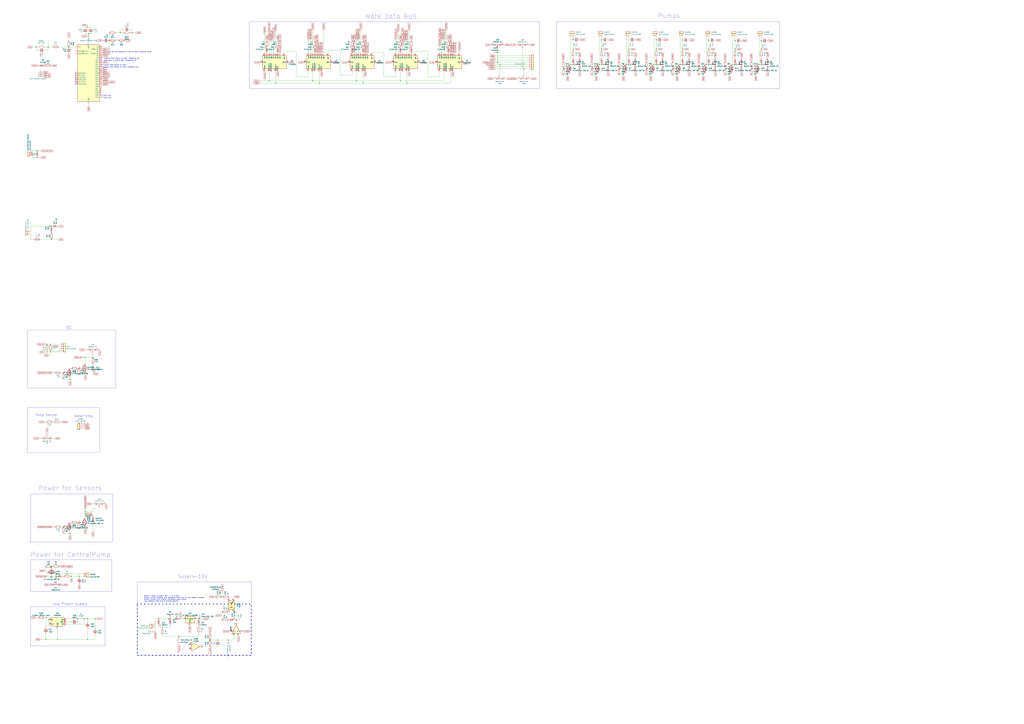
<source format=kicad_sch>
(kicad_sch (version 20230121) (generator eeschema)
  (paper "A0")
  (title_block (title "Plant Controller") (date "2020-12-21") (rev "0.4a") (company "C3MA"))
  (lib_symbols
    (symbol "74xx:74HC595"
      (property "Reference" "U" (at -7.62 13.97 0))
      (property "Value" "74HC595" (at -7.62 -16.51 0))
      (symbol "74HC595_1_0"
        (pin tri_state line (at 10.16 7.62 180) (length 2.54) (name "QB") (number "1"))
        (pin input line (at -10.16 2.54 0) (length 2.54) (name "~{SRCLR}") (number "10"))
        (pin input line (at -10.16 5.08 0) (length 2.54) (name "SRCLK") (number "11"))
        (pin input line (at -10.16 -2.54 0) (length 2.54) (name "RCLK") (number "12"))
        (pin input line (at -10.16 -5.08 0) (length 2.54) (name "~{OE}") (number "13"))
        (pin input line (at -10.16 10.16 0) (length 2.54) (name "SER") (number "14"))
        (pin tri_state line (at 10.16 10.16 180) (length 2.54) (name "QA") (number "15"))
        (pin power_in line (at 0 15.24 270) (length 2.54) (name "VCC") (number "16"))
        (pin tri_state line (at 10.16 5.08 180) (length 2.54) (name "QC") (number "2"))
        (pin tri_state line (at 10.16 2.54 180) (length 2.54) (name "QD") (number "3"))
        (pin tri_state line (at 10.16 0 180) (length 2.54) (name "QE") (number "4"))
        (pin tri_state line (at 10.16 -2.54 180) (length 2.54) (name "QF") (number "5"))
        (pin tri_state line (at 10.16 -5.08 180) (length 2.54) (name "QG") (number "6"))
        (pin tri_state line (at 10.16 -7.62 180) (length 2.54) (name "QH") (number "7"))
        (pin power_in line (at 0 -17.78 90) (length 2.54) (name "GND") (number "8"))
        (pin output line (at 10.16 -12.7 180) (length 2.54) (name "QH'") (number "9"))
      )
    )
    (symbol "Comparator:LM393" (pin_names (offset 0.127))
      (property "Reference" "U" (at 3.81 3.81 0))
      (property "Value" "LM393" (at 6.35 -3.81 0))
      (symbol "LM393_1_1"
        (pin open_collector line (at 7.62 0 180) (length 2.54) (name "~") (number "1"))
        (pin input line (at -7.62 -2.54 0) (length 2.54) (name "-") (number "2"))
        (pin input line (at -7.62 2.54 0) (length 2.54) (name "+") (number "3"))
      )
      (symbol "LM393_2_1"
        (pin input line (at -7.62 2.54 0) (length 2.54) (name "+") (number "5"))
        (pin input line (at -7.62 -2.54 0) (length 2.54) (name "-") (number "6"))
        (pin open_collector line (at 7.62 0 180) (length 2.54) (name "~") (number "7"))
      )
      (symbol "LM393_3_1"
        (pin power_in line (at -2.54 -7.62 90) (length 3.81) (name "V-") (number "4"))
        (pin power_in line (at -2.54 7.62 270) (length 3.81) (name "V+") (number "8"))
      )
    )
    (symbol "Connector:Conn_01x02_Female" (pin_names (offset 1.016) hide)
      (property "Reference" "J" (at 0 2.54 0))
      (property "Value" "Conn_01x02_Female" (at 0 -5.08 0))
      (symbol "Conn_01x02_Female_1_1"
        (pin passive line (at -5.08 0 0) (length 3.81) (name "Pin_1") (number "1"))
        (pin passive line (at -5.08 -2.54 0) (length 3.81) (name "Pin_2") (number "2"))
      )
    )
    (symbol "Connector:Conn_01x02_Male" (pin_names (offset 1.016) hide)
      (property "Reference" "J" (at 0 2.54 0))
      (property "Value" "Conn_01x02_Male" (at 0 -5.08 0))
      (symbol "Conn_01x02_Male_1_1"
        (pin passive line (at 5.08 0 180) (length 3.81) (name "Pin_1") (number "1"))
        (pin passive line (at 5.08 -2.54 180) (length 3.81) (name "Pin_2") (number "2"))
      )
    )
    (symbol "Connector:Conn_01x03_Male" (pin_names (offset 1.016) hide)
      (property "Reference" "J" (at 0 5.08 0))
      (property "Value" "Conn_01x03_Male" (at 0 -5.08 0))
      (symbol "Conn_01x03_Male_1_1"
        (pin passive line (at 5.08 2.54 180) (length 3.81) (name "Pin_1") (number "1"))
        (pin passive line (at 5.08 0 180) (length 3.81) (name "Pin_2") (number "2"))
        (pin passive line (at 5.08 -2.54 180) (length 3.81) (name "Pin_3") (number "3"))
      )
    )
    (symbol "Connector:TestPoint" (pin_numbers hide) (pin_names (offset 0.762) hide)
      (property "Reference" "TP" (at 0 6.858 0))
      (property "Value" "TestPoint" (at 0 5.08 0))
      (symbol "TestPoint_1_1"
        (pin passive line (at 0 0 90) (length 2.54) (name "1") (number "1"))
      )
    )
    (symbol "Connector_Generic:Conn_01x02" (pin_names (offset 1.016) hide)
      (property "Reference" "J" (at 0 2.54 0))
      (property "Value" "Conn_01x02" (at 0 -5.08 0))
      (symbol "Conn_01x02_1_1"
        (pin passive line (at -5.08 0 0) (length 3.81) (name "Pin_1") (number "1"))
        (pin passive line (at -5.08 -2.54 0) (length 3.81) (name "Pin_2") (number "2"))
      )
    )
    (symbol "Connector_Generic:Conn_01x03" (pin_names (offset 1.016) hide)
      (property "Reference" "J" (at 0 5.08 0))
      (property "Value" "Conn_01x03" (at 0 -5.08 0))
      (symbol "Conn_01x03_1_1"
        (pin passive line (at -5.08 2.54 0) (length 3.81) (name "Pin_1") (number "1"))
        (pin passive line (at -5.08 0 0) (length 3.81) (name "Pin_2") (number "2"))
        (pin passive line (at -5.08 -2.54 0) (length 3.81) (name "Pin_3") (number "3"))
      )
    )
    (symbol "Connector_Generic:Conn_01x04" (pin_names (offset 1.016) hide)
      (property "Reference" "J" (at 0 5.08 0))
      (property "Value" "Conn_01x04" (at 0 -7.62 0))
      (symbol "Conn_01x04_1_1"
        (pin passive line (at -5.08 2.54 0) (length 3.81) (name "Pin_1") (number "1"))
        (pin passive line (at -5.08 0 0) (length 3.81) (name "Pin_2") (number "2"))
        (pin passive line (at -5.08 -2.54 0) (length 3.81) (name "Pin_3") (number "3"))
        (pin passive line (at -5.08 -5.08 0) (length 3.81) (name "Pin_4") (number "4"))
      )
    )
    (symbol "Connector_Generic:Conn_01x07" (pin_names (offset 1.016) hide)
      (property "Reference" "J" (at 0 10.16 0))
      (property "Value" "Conn_01x07" (at 0 -10.16 0))
      (symbol "Conn_01x07_1_1"
        (pin passive line (at -5.08 7.62 0) (length 3.81) (name "Pin_1") (number "1"))
        (pin passive line (at -5.08 5.08 0) (length 3.81) (name "Pin_2") (number "2"))
        (pin passive line (at -5.08 2.54 0) (length 3.81) (name "Pin_3") (number "3"))
        (pin passive line (at -5.08 0 0) (length 3.81) (name "Pin_4") (number "4"))
        (pin passive line (at -5.08 -2.54 0) (length 3.81) (name "Pin_5") (number "5"))
        (pin passive line (at -5.08 -5.08 0) (length 3.81) (name "Pin_6") (number "6"))
        (pin passive line (at -5.08 -7.62 0) (length 3.81) (name "Pin_7") (number "7"))
      )
    )
    (symbol "D_1" (pin_numbers hide) (pin_names (offset 1.016) hide)
      (property "Reference" "D" (at 0 2.54 0))
      (property "Value" "D" (at 0 -2.54 0))
      (symbol "D_1_1_1"
        (pin passive line (at -3.81 0 0) (length 2.54) (name "K") (number "1"))
        (pin passive line (at 3.81 0 180) (length 2.54) (name "A") (number "2"))
      )
    )
    (symbol "D_2" (pin_numbers hide) (pin_names (offset 1.016) hide)
      (property "Reference" "D" (at 0 2.54 0))
      (property "Value" "D" (at 0 -2.54 0))
      (symbol "D_2_1_1"
        (pin passive line (at -3.81 0 0) (length 2.54) (name "K") (number "1"))
        (pin passive line (at 3.81 0 180) (length 2.54) (name "A") (number "2"))
      )
    )
    (symbol "Device:C" (pin_numbers hide) (pin_names (offset 0.254))
      (property "Reference" "C" (at 0.635 2.54 0))
      (property "Value" "C" (at 0.635 -2.54 0))
      (symbol "C_1_1"
        (pin passive line (at 0 3.81 270) (length 2.794) (name "~") (number "1"))
        (pin passive line (at 0 -3.81 90) (length 2.794) (name "~") (number "2"))
      )
    )
    (symbol "Device:D" (pin_numbers hide) (pin_names (offset 1.016) hide)
      (property "Reference" "D" (at 0 2.54 0))
      (property "Value" "D" (at 0 -2.54 0))
      (symbol "D_1_1"
        (pin passive line (at -3.81 0 0) (length 2.54) (name "K") (number "1"))
        (pin passive line (at 3.81 0 180) (length 2.54) (name "A") (number "2"))
      )
    )
    (symbol "Device:Fuse" (pin_numbers hide) (pin_names (offset 0))
      (property "Reference" "F" (at 2.032 0 90))
      (property "Value" "Fuse" (at -1.905 0 90))
      (symbol "Fuse_1_1"
        (pin passive line (at 0 3.81 270) (length 1.27) (name "~") (number "1"))
        (pin passive line (at 0 -3.81 90) (length 1.27) (name "~") (number "2"))
      )
    )
    (symbol "Device:L" (pin_numbers hide) (pin_names (offset 1.016) hide)
      (property "Reference" "L" (at -1.27 0 90))
      (property "Value" "L" (at 1.905 0 90))
      (symbol "L_1_1"
        (pin passive line (at 0 3.81 270) (length 1.27) (name "1") (number "1"))
        (pin passive line (at 0 -3.81 90) (length 1.27) (name "2") (number "2"))
      )
    )
    (symbol "Device:LED" (pin_numbers hide) (pin_names (offset 1.016) hide)
      (property "Reference" "D" (at 0 2.54 0))
      (property "Value" "LED" (at 0 -2.54 0))
      (symbol "LED_1_1"
        (pin passive line (at -3.81 0 0) (length 2.54) (name "K") (number "1"))
        (pin passive line (at 3.81 0 180) (length 2.54) (name "A") (number "2"))
      )
    )
    (symbol "Device:R" (pin_numbers hide) (pin_names (offset 0))
      (property "Reference" "R" (at 2.032 0 90))
      (property "Value" "R" (at 0 0 90))
      (symbol "R_1_1"
        (pin passive line (at 0 3.81 270) (length 1.27) (name "~") (number "1"))
        (pin passive line (at 0 -3.81 90) (length 1.27) (name "~") (number "2"))
      )
    )
    (symbol "Diode:BAS40-04" (pin_names (offset 1.016))
      (property "Reference" "D" (at 0.635 -1.27 0))
      (property "Value" "BAS40-04" (at -6.35 5.715 0))
      (symbol "BAS40-04_1_1"
        (pin passive line (at -7.62 2.54 0) (length 3.81) (name "~") (number "1"))
        (pin passive line (at 7.62 2.54 180) (length 3.81) (name "~") (number "2"))
        (pin passive line (at 0 -2.54 90) (length 5.08) (name "~") (number "3"))
      )
    )
    (symbol "ESP32-DEVKITC-32D:SL2300" (pin_names (offset 1.016))
      (property "Reference" "Q" (at 0 0 0))
      (property "Value" "SL2300" (at 7.62 0 0))
      (symbol "SL2300_1_1"
        (pin input line (at -6.35 0 0) (length 2.54) (name "G") (number "1"))
        (pin passive line (at 1.27 -5.08 90) (length 2.54) (name "S") (number "2"))
        (pin passive line (at 1.27 5.08 270) (length 2.54) (name "D") (number "3"))
      )
    )
    (symbol "Isolator:PC817" (pin_names (offset 1.016))
      (property "Reference" "U" (at -5.08 5.08 0))
      (property "Value" "PC817" (at 0 5.08 0))
      (symbol "PC817_1_1"
        (pin passive line (at -7.62 2.54 0) (length 2.54) (name "~") (number "1"))
        (pin passive line (at -7.62 -2.54 0) (length 2.54) (name "~") (number "2"))
        (pin passive line (at 7.62 -2.54 180) (length 2.54) (name "~") (number "3"))
        (pin passive line (at 7.62 2.54 180) (length 2.54) (name "~") (number "4"))
      )
    )
    (symbol "PlantCtrlESP32-rescue:CP_Small-Device" (pin_numbers hide) (pin_names (offset 0.254) hide)
      (property "Reference" "C" (at 0.254 1.778 0))
      (property "Value" "CP_Small-Device" (at 0.254 -2.032 0))
      (symbol "CP_Small-Device_1_1"
        (pin passive line (at 0 2.54 270) (length 1.8542) (name "~") (number "1"))
        (pin passive line (at 0 -2.54 90) (length 1.8542) (name "~") (number "2"))
      )
    )
    (symbol "RF_Module:ESP32-WROOM-32D"
      (property "Reference" "U" (at -12.7 34.29 0))
      (property "Value" "ESP32-WROOM-32D" (at 1.27 34.29 0))
      (symbol "ESP32-WROOM-32D_1_1"
        (pin power_in line (at 0 -35.56 90) (length 2.54) (name "GND") (number "1"))
        (pin bidirectional line (at 15.24 -12.7 180) (length 2.54) (name "IO25") (number "10"))
        (pin bidirectional line (at 15.24 -15.24 180) (length 2.54) (name "IO26") (number "11"))
        (pin bidirectional line (at 15.24 -17.78 180) (length 2.54) (name "IO27") (number "12"))
        (pin bidirectional line (at 15.24 10.16 180) (length 2.54) (name "IO14") (number "13"))
        (pin bidirectional line (at 15.24 15.24 180) (length 2.54) (name "IO12") (number "14"))
        (pin passive line (at 0 -35.56 90) (length 2.54) hide (name "GND") (number "15"))
        (pin bidirectional line (at 15.24 12.7 180) (length 2.54) (name "IO13") (number "16"))
        (pin bidirectional line (at -15.24 -5.08 0) (length 2.54) (name "SHD/SD2") (number "17"))
        (pin bidirectional line (at -15.24 -7.62 0) (length 2.54) (name "SWP/SD3") (number "18"))
        (pin bidirectional line (at -15.24 -12.7 0) (length 2.54) (name "SCS/CMD") (number "19"))
        (pin power_in line (at 0 35.56 270) (length 2.54) (name "VDD") (number "2"))
        (pin bidirectional line (at -15.24 -10.16 0) (length 2.54) (name "SCK/CLK") (number "20"))
        (pin bidirectional line (at -15.24 0 0) (length 2.54) (name "SDO/SD0") (number "21"))
        (pin bidirectional line (at -15.24 -2.54 0) (length 2.54) (name "SDI/SD1") (number "22"))
        (pin bidirectional line (at 15.24 7.62 180) (length 2.54) (name "IO15") (number "23"))
        (pin bidirectional line (at 15.24 25.4 180) (length 2.54) (name "IO2") (number "24"))
        (pin bidirectional line (at 15.24 30.48 180) (length 2.54) (name "IO0") (number "25"))
        (pin bidirectional line (at 15.24 20.32 180) (length 2.54) (name "IO4") (number "26"))
        (pin bidirectional line (at 15.24 5.08 180) (length 2.54) (name "IO16") (number "27"))
        (pin bidirectional line (at 15.24 2.54 180) (length 2.54) (name "IO17") (number "28"))
        (pin bidirectional line (at 15.24 17.78 180) (length 2.54) (name "IO5") (number "29"))
        (pin input line (at -15.24 30.48 0) (length 2.54) (name "EN") (number "3"))
        (pin bidirectional line (at 15.24 0 180) (length 2.54) (name "IO18") (number "30"))
        (pin bidirectional line (at 15.24 -2.54 180) (length 2.54) (name "IO19") (number "31"))
        (pin no_connect line (at -12.7 -27.94 0) (length 2.54) hide (name "NC") (number "32"))
        (pin bidirectional line (at 15.24 -5.08 180) (length 2.54) (name "IO21") (number "33"))
        (pin bidirectional line (at 15.24 22.86 180) (length 2.54) (name "RXD0/IO3") (number "34"))
        (pin bidirectional line (at 15.24 27.94 180) (length 2.54) (name "TXD0/IO1") (number "35"))
        (pin bidirectional line (at 15.24 -7.62 180) (length 2.54) (name "IO22") (number "36"))
        (pin bidirectional line (at 15.24 -10.16 180) (length 2.54) (name "IO23") (number "37"))
        (pin passive line (at 0 -35.56 90) (length 2.54) hide (name "GND") (number "38"))
        (pin passive line (at 0 -35.56 90) (length 2.54) hide (name "GND") (number "39"))
        (pin input line (at -15.24 25.4 0) (length 2.54) (name "SENSOR_VP") (number "4"))
        (pin input line (at -15.24 22.86 0) (length 2.54) (name "SENSOR_VN") (number "5"))
        (pin input line (at 15.24 -25.4 180) (length 2.54) (name "IO34") (number "6"))
        (pin input line (at 15.24 -27.94 180) (length 2.54) (name "IO35") (number "7"))
        (pin bidirectional line (at 15.24 -20.32 180) (length 2.54) (name "IO32") (number "8"))
        (pin bidirectional line (at 15.24 -22.86 180) (length 2.54) (name "IO33") (number "9"))
      )
    )
    (symbol "Regulator_Linear:HT75xx-1-SOT89"
      (property "Reference" "U" (at -5.08 -3.81 0))
      (property "Value" "HT75xx-1-SOT89" (at 0 6.35 0))
      (symbol "HT75xx-1-SOT89_1_1"
        (pin power_in line (at 0 -5.08 90) (length 2.54) (name "GND") (number "1"))
        (pin power_in line (at -7.62 2.54 0) (length 2.54) (name "VIN") (number "2"))
        (pin power_out line (at 7.62 2.54 180) (length 2.54) (name "VOUT") (number "3"))
      )
    )
    (symbol "Regulator_Switching:AP63205WU"
      (property "Reference" "U" (at -7.62 6.35 0))
      (property "Value" "AP63205WU" (at 2.54 6.35 0))
      (symbol "AP63205WU_1_1"
        (pin input line (at 10.16 -2.54 180) (length 2.54) (name "FB") (number "1"))
        (pin input line (at -10.16 -2.54 0) (length 2.54) (name "EN") (number "2"))
        (pin power_in line (at -10.16 2.54 0) (length 2.54) (name "IN") (number "3"))
        (pin power_in line (at 0 -7.62 90) (length 2.54) (name "GND") (number "4"))
        (pin output line (at 10.16 2.54 180) (length 2.54) (name "SW") (number "5"))
        (pin passive line (at 10.16 0 180) (length 2.54) (name "BST") (number "6"))
      )
    )
    (symbol "Switch:SW_Push" (pin_numbers hide) (pin_names (offset 1.016) hide)
      (property "Reference" "SW" (at 1.27 2.54 0))
      (property "Value" "SW_Push" (at 0 -1.524 0))
      (symbol "SW_Push_0_1"
        (pin passive line (at -5.08 0 0) (length 2.54) (name "1") (number "1"))
        (pin passive line (at 5.08 0 180) (length 2.54) (name "2") (number "2"))
      )
    )
    (symbol "Timer:TLC555xP"
      (property "Reference" "U" (at -10.16 8.89 0))
      (property "Value" "TLC555xP" (at 2.54 8.89 0))
      (symbol "TLC555xP_0_0"
        (pin power_in line (at 0 -10.16 90) (length 2.54) (name "GND") (number "1"))
        (pin power_in line (at 0 10.16 270) (length 2.54) (name "VCC") (number "8"))
      )
      (symbol "TLC555xP_1_1"
        (pin input line (at -12.7 5.08 0) (length 3.81) (name "TR") (number "2"))
        (pin output line (at 12.7 5.08 180) (length 3.81) (name "Q") (number "3"))
        (pin input inverted (at -12.7 -5.08 0) (length 3.81) (name "R") (number "4"))
        (pin input line (at -12.7 0 0) (length 3.81) (name "CV") (number "5"))
        (pin input line (at 12.7 -5.08 180) (length 3.81) (name "THR") (number "6"))
        (pin input line (at 12.7 0 180) (length 3.81) (name "DIS") (number "7"))
      )
    )
    (symbol "Transistor_FET:BSS84" (pin_names hide)
      (property "Reference" "Q" (at 5.08 1.905 0))
      (property "Value" "BSS84" (at 5.08 0 0))
      (symbol "BSS84_1_1"
        (pin input line (at -5.08 0 0) (length 2.54) (name "G") (number "1"))
        (pin passive line (at 2.54 -5.08 90) (length 2.54) (name "S") (number "2"))
        (pin passive line (at 2.54 5.08 270) (length 2.54) (name "D") (number "3"))
      )
    )
    (symbol "ds2438:ds2438az+" (pin_names (offset 0.254))
      (property "Reference" "U" (at 30.48 10.16 0))
      (property "Value" "ds2438az+" (at 30.48 7.62 0))
      (symbol "ds2438az+_1_1"
        (pin power_in line (at 0 0 0) (length 7.62) (name "GND") (number "1"))
        (pin input line (at 0 -2.54 0) (length 7.62) (name "VSENS+") (number "2"))
        (pin input line (at 0 -5.08 0) (length 7.62) (name "VSENS-") (number "3"))
        (pin input line (at 0 -7.62 0) (length 7.62) (name "VAD") (number "4"))
        (pin power_in line (at 60.96 -7.62 180) (length 7.62) (name "VDD") (number "5"))
        (pin no_connect line (at 60.96 -5.08 180) (length 7.62) (name "NC") (number "6"))
        (pin no_connect line (at 60.96 -2.54 180) (length 7.62) (name "NC") (number "7"))
        (pin bidirectional line (at 60.96 0 180) (length 7.62) (name "DQ") (number "8"))
      )
    )
  )
  (junction (at 504.19 -40.64))
  (junction (at 373.38 -54.61))
  (junction (at 458.47 -68.58))
  (junction (at 1203.96 -54.61))
  (junction (at 974.09 -54.61))
  (junction (at 110.49 718.82))
  (junction (at 1336.04 -68.58))
  (junction (at 883.92 47.244))
  (junction (at 741.68 -54.61))
  (junction (at 271.78 -93.98))
  (junction (at 320.04 -68.58))
  (junction (at 317.5 -93.98))
  (junction (at 662.94 74.93))
  (junction (at 919.48 -73.66))
  (junction (at 365.76 -68.58))
  (junction (at 792.48 74.93))
  (junction (at 153.67 38.1))
  (junction (at 595.63 -93.98))
  (junction (at 481.33 -68.58))
  (junction (at 207.772 739.14))
  (junction (at 1019.81 -54.61))
  (junction (at 822.96 57.15))
  (junction (at 919.48 -40.64))
  (junction (at 320.04 96.52))
  (junction (at 1196.34 -40.64))
  (junction (at 711.2 -68.58))
  (junction (at 81.28 619.76))
  (junction (at 188.722 728.98))
  (junction (at 580.39 74.93))
  (junction (at 1219.2 -68.58))
  (junction (at 824.23 -93.98))
  (junction (at 551.18 -68.58))
  (junction (at 73.66 612.14))
  (junction (at 1150.62 -68.58))
  (junction (at 853.44 47.244))
  (junction (at 577.85 60.96))
  (junction (at 458.47 -40.64))
  (junction (at 685.8 -93.98))
  (junction (at 966.47 -40.64))
  (junction (at 389.89 -68.58))
  (junction (at 65.024 667.004))
  (junction (at 548.64 -93.98))
  (junction (at 883.92 74.93))
  (junction (at 642.62 -73.66))
  (junction (at 927.1 -54.61))
  (junction (at 734.06 -73.66))
  (junction (at 230.632 718.82))
  (junction (at 883.92 57.15))
  (junction (at 862.33 -81.28))
  (junction (at 184.15 718.82))
  (junction (at 750.57 80.01))
  (junction (at 1296.67 -54.61))
  (junction (at 822.96 74.93))
  (junction (at 1055.37 -93.98))
  (junction (at 281.94 -54.61))
  (junction (at 872.49 -73.66))
  (junction (at 1196.34 -73.66))
  (junction (at 1080.77 -68.58))
  (junction (at 55.88 54.61))
  (junction (at 494.03 -81.28))
  (junction (at 665.48 74.93))
  (junction (at 197.612 718.82))
  (junction (at 54.61 400.05))
  (junction (at 59.69 278.13))
  (junction (at 960.12 -226.06))
  (junction (at 541.02 -81.28))
  (junction (at 243.84 743.712))
  (junction (at 102.87 39.37))
  (junction (at 41.91 54.61))
  (junction (at 91.44 427.99))
  (junction (at 850.9 74.93))
  (junction (at 598.17 -40.64))
  (junction (at 826.77 -40.64))
  (junction (at 1231.9 -81.28))
  (junction (at 695.96 74.93))
  (junction (at 1127.76 -68.58))
  (junction (at 342.9 -68.58))
  (junction (at 99.06 594.36))
  (junction (at 1343.66 -54.61))
  (junction (at 826.77 -73.66))
  (junction (at 1002.03 -81.28))
  (junction (at 687.07 80.01))
  (junction (at 665.48 -68.58))
  (junction (at 91.44 607.06))
  (junction (at 363.22 -93.98))
  (junction (at 982.98 -220.98))
  (junction (at 730.25 57.15))
  (junction (at 1266.19 -68.58))
  (junction (at 1360.17 302.26))
  (junction (at 762 74.93))
  (junction (at 1035.05 -68.58))
  (junction (at 990.6 -226.06))
  (junction (at 448.31 -81.28))
  (junction (at 421.64 96.52))
  (junction (at 1111.25 -54.61))
  (junction (at 792.48 57.15))
  (junction (at 466.09 -54.61))
  (junction (at 762 57.15))
  (junction (at 869.95 -93.98))
  (junction (at 1336.04 -40.64))
  (junction (at 654.05 80.01))
  (junction (at 412.75 -40.64))
  (junction (at 551.18 -73.66))
  (junction (at 99.06 596.9))
  (junction (at 781.05 -73.66))
  (junction (at 1057.91 -73.66))
  (junction (at 53.34 742.95))
  (junction (at 1397 168.91))
  (junction (at 106.68 598.17))
  (junction (at 1193.8 -93.98))
  (junction (at 1173.48 -68.58))
  (junction (at 770.89 -81.28))
  (junction (at 501.65 -93.98))
  (junction (at 363.22 93.98))
  (junction (at 665.48 45.974))
  (junction (at 252.73 743.712))
  (junction (at 92.202 669.544))
  (junction (at 551.18 -40.64))
  (junction (at 1289.05 -68.58))
  (junction (at 464.82 93.98))
  (junction (at 963.93 -226.06))
  (junction (at 789.94 74.93))
  (junction (at 1140.46 -81.28))
  (junction (at 257.81 693.42))
  (junction (at 1150.62 -73.66))
  (junction (at 309.88 -81.28))
  (junction (at 355.6 -81.28))
  (junction (at 231.902 718.82))
  (junction (at 107.95 415.29))
  (junction (at 605.79 -54.61))
  (junction (at 410.21 -93.98))
  (junction (at 1196.34 -68.58))
  (junction (at 127 46.99))
  (junction (at 803.91 -68.58))
  (junction (at 1242.06 -73.66))
  (junction (at 1093.47 -81.28))
  (junction (at 1336.04 -73.66))
  (junction (at 66.802 742.95))
  (junction (at 312.42 93.98))
  (junction (at 811.53 80.01))
  (junction (at 607.06 77.47))
  (junction (at 412.75 -73.66))
  (junction (at 1242.06 -40.64))
  (junction (at 1249.68 -54.61))
  (junction (at 97.79 718.82))
  (junction (at 435.61 -68.58))
  (junction (at 1158.24 -54.61))
  (junction (at 896.62 -68.58))
  (junction (at 1148.08 -93.98))
  (junction (at 723.9 -81.28))
  (junction (at 274.32 -68.58))
  (junction (at 43.18 175.26))
  (junction (at 81.28 440.69))
  (junction (at 1057.91 -40.64))
  (junction (at 1333.5 -93.98))
  (junction (at 994.41 -226.06))
  (junction (at 718.82 80.01))
  (junction (at 575.31 -68.58))
  (junction (at 58.42 400.05))
  (junction (at 1009.65 -93.98))
  (junction (at 274.32 -40.64))
  (junction (at 274.32 720.09))
  (junction (at 56.642 720.09))
  (junction (at 781.05 -40.64))
  (junction (at 264.16 -81.28))
  (junction (at 665.48 57.15))
  (junction (at 458.47 -73.66))
  (junction (at 943.61 -68.58))
  (junction (at 1418.59 208.28))
  (junction (at 698.5 46.228))
  (junction (at 731.52 -93.98))
  (junction (at 588.01 -81.28))
  (junction (at 511.81 -54.61))
  (junction (at 734.06 -40.64))
  (junction (at 642.62 -40.64))
  (junction (at 99.06 599.44))
  (junction (at 1186.18 -81.28))
  (junction (at 781.05 -68.58))
  (junction (at 881.38 74.93))
  (junction (at 320.04 -40.64))
  (junction (at 139.7 38.1))
  (junction (at 762 46.228))
  (junction (at 872.49 -40.64))
  (junction (at 1394.46 168.91))
  (junction (at 956.31 -81.28))
  (junction (at 320.04 -73.66))
  (junction (at 1103.63 -40.64))
  (junction (at 698.5 74.93))
  (junction (at 822.96 46.736))
  (junction (at 916.94 -93.98))
  (junction (at 504.19 -73.66))
  (junction (at 1047.75 -81.28))
  (junction (at 1103.63 -68.58))
  (junction (at 872.49 80.01))
  (junction (at 849.63 -68.58))
  (junction (at 1289.05 -40.64))
  (junction (at 251.46 -68.58))
  (junction (at 872.49 -68.58))
  (junction (at 1430.02 203.2))
  (junction (at 528.32 -68.58))
  (junction (at 650.24 -54.61))
  (junction (at 1242.06 -68.58))
  (junction (at 420.37 -54.61))
  (junction (at 365.76 -73.66))
  (junction (at 472.44 96.52))
  (junction (at 1065.53 -54.61))
  (junction (at 989.33 -68.58))
  (junction (at 1325.88 -81.28))
  (junction (at 640.08 -93.98))
  (junction (at 59.69 262.89))
  (junction (at 297.18 -68.58))
  (junction (at 695.96 -54.61))
  (junction (at 1289.05 -73.66))
  (junction (at 880.11 -54.61))
  (junction (at 73.66 433.07))
  (junction (at 365.76 -40.64))
  (junction (at 402.59 -81.28))
  (junction (at 919.48 -68.58))
  (junction (at 853.44 74.93))
  (junction (at 1057.91 -68.58))
  (junction (at 1103.63 -73.66))
  (junction (at 414.02 93.98))
  (junction (at 99.06 415.29))
  (junction (at 963.93 -93.98))
  (junction (at 1369.06 287.02))
  (junction (at 54.61 408.94))
  (junction (at 678.18 -81.28))
  (junction (at 853.44 57.15))
  (junction (at 101.6 742.95))
  (junction (at 274.32 -73.66))
  (junction (at 53.34 717.55))
  (junction (at 598.17 -73.66))
  (junction (at 1313.18 -68.58))
  (junction (at 842.01 80.01))
  (junction (at 778.51 -93.98))
  (junction (at 264.922 743.712))
  (junction (at 598.17 -68.58))
  (junction (at 99.06 612.14))
  (junction (at 788.67 -54.61))
  (junction (at 43.18 182.88))
  (junction (at 642.62 -68.58))
  (junction (at 1375.41 295.91))
  (junction (at 909.32 -81.28))
  (junction (at 455.93 -93.98))
  (junction (at 781.05 80.01))
  (junction (at 101.6 718.82))
  (junction (at 1012.19 -40.64))
  (junction (at 504.19 -68.58))
  (junction (at 90.17 718.82))
  (junction (at 1150.62 -40.64))
  (junction (at 632.46 -81.28))
  (junction (at 1101.09 -93.98))
  (junction (at 688.34 -68.58))
  (junction (at 826.77 -68.58))
  (junction (at 59.944 658.114))
  (junction (at 412.75 -68.58))
  (junction (at 370.84 96.52))
  (junction (at 558.8 -54.61))
  (junction (at 1369.06 279.4))
  (junction (at 730.25 74.93))
  (junction (at 698.5 57.15))
  (junction (at 327.66 -54.61))
  (junction (at 577.85 72.39))
  (junction (at 734.06 -68.58))
  (junction (at 688.34 -73.66))
  (junction (at 1286.51 -93.98))
  (junction (at 952.5 -220.98))
  (junction (at 1410.97 208.28))
  (junction (at 65.024 669.544))
  (junction (at 758.19 -68.58))
  (junction (at 80.01 54.61))
  (junction (at 82.804 669.544))
  (junction (at 834.39 -54.61))
  (junction (at 58.42 407.67))
  (junction (at 102.87 41.91))
  (junction (at 1430.02 208.28))
  (junction (at 820.42 74.93))
  (junction (at 608.33 80.01))
  (junction (at 792.48 46.482))
  (junction (at 966.47 -68.58))
  (junction (at 101.6 31.75))
  (junction (at 99.06 433.07))
  (junction (at 727.71 74.93))
  (junction (at 1012.19 -68.58))
  (junction (at 619.76 -68.58))
  (junction (at 1012.19 -73.66))
  (junction (at 966.47 -73.66))
  (junction (at 688.34 -40.64))
  (junction (at 1239.52 -93.98))
  (junction (at 1278.89 -81.28))
  (junction (at 816.61 -81.28))
  (junction (at 759.46 74.93))
  (no_connect (at 118.11 113.03))
  (no_connect (at 87.63 87.63))
  (no_connect (at 314.96 82.55))
  (no_connect (at 118.11 77.47))
  (no_connect (at 118.11 67.31))
  (no_connect (at 416.56 82.55))
  (no_connect (at 87.63 92.71))
  (no_connect (at 87.63 97.79))
  (no_connect (at 118.11 69.85))
  (no_connect (at 234.95 751.332))
  (no_connect (at 87.63 85.09))
  (no_connect (at 118.11 74.93))
  (no_connect (at 219.71 753.872))
  (no_connect (at 118.11 110.49))
  (no_connect (at 518.16 82.55))
  (no_connect (at 467.36 82.55))
  (no_connect (at 87.63 95.25))
  (no_connect (at 87.63 90.17))
  (no_connect (at 219.71 748.792))
  (wire (pts (xy 54.61 408.94) (xy 54.61 407.67)))
  (wire (pts (xy 76.962 720.09) (xy 76.962 718.82)))
  (wire (pts (xy 496.57 88.9) (xy 510.54 88.9)))
  (wire (pts (xy 264.16 -41.91) (xy 264.16 -38.1)))
  (wire (pts (xy 304.8 -54.61) (xy 304.8 -40.64)))
  (wire (pts (xy 909.32 -86.36) (xy 909.32 -81.28)))
  (wire (pts (xy 872.49 -101.6) (xy 872.49 -73.66)))
  (wire (pts (xy 143.51 34.29) (xy 139.7 34.29)))
  (wire (pts (xy 474.98 35.56) (xy 474.98 62.23)))
  (wire (pts (xy 1186.18 -81.28) (xy 1186.18 -67.31)))
  (wire (pts (xy 365.76 -101.6) (xy 365.76 -73.66)))
  (wire (pts (xy 271.78 -93.98) (xy 275.59 -93.98)))
  (wire (pts (xy 872.49 -40.64) (xy 872.49 -39.37)))
  (wire (pts (xy 960.12 -226.06) (xy 963.93 -226.06)))
  (wire (pts (xy 271.272 693.42) (xy 271.78 693.42)))
  (wire (pts (xy 397.51 -54.61) (xy 397.51 -40.64)))
  (wire (pts (xy 1226.82 -40.64) (xy 1242.06 -40.64)))
  (wire (pts (xy 510.54 88.9) (xy 510.54 82.55)))
  (wire (pts (xy 723.9 85.09) (xy 723.9 87.63)))
  (wire (pts (xy 68.58 405.13) (xy 69.85 405.13)))
  (wire (pts (xy 739.14 -54.61) (xy 741.68 -54.61)))
  (wire (pts (xy 1158.24 -54.61) (xy 1158.24 -48.26)))
  (wire (pts (xy 665.48 43.18) (xy 665.48 45.974)))
  (wire (pts (xy 297.18 -68.58) (xy 297.18 -71.12)))
  (wire (pts (xy 102.87 39.37) (xy 105.41 39.37)))
  (wire (pts (xy 816.61 -38.1) (xy 803.91 -38.1)))
  (wire (pts (xy 435.61 -38.1) (xy 435.61 -68.58)))
  (wire (pts (xy 402.59 -38.1) (xy 389.89 -38.1)))
  (wire (pts (xy 678.18 -41.91) (xy 678.18 -38.1)))
  (wire (pts (xy 575.31 77.47) (xy 607.06 77.47)))
  (wire (pts (xy 880.11 85.09) (xy 877.57 85.09)))
  (wire (pts (xy 1093.47 -38.1) (xy 1080.77 -38.1)))
  (wire (pts (xy 274.32 -68.58) (xy 274.32 -67.31)))
  (wire (pts (xy 110.49 718.82) (xy 110.49 730.25)))
  (wire (pts (xy 1065.53 -55.88) (xy 1065.53 -54.61)))
  (wire (pts (xy 53.34 400.05) (xy 54.61 400.05)))
  (wire (pts (xy 443.23 -40.64) (xy 458.47 -40.64)))
  (wire (pts (xy 1336.04 -68.58) (xy 1336.04 -67.31)))
  (wire (pts (xy 792.48 74.93) (xy 789.94 74.93)))
  (wire (pts (xy 365.76 -73.66) (xy 365.76 -68.58)))
  (wire (pts (xy 1093.47 -95.25) (xy 1093.47 -93.98)))
  (wire (pts (xy 60.96 490.22) (xy 62.23 490.22)))
  (wire (pts (xy 1019.81 -55.88) (xy 1019.81 -54.61)))
  (wire (pts (xy 781.05 -41.91) (xy 781.05 -40.64)))
  (wire (pts (xy 1430.02 208.28) (xy 1441.45 208.28)))
  (wire (pts (xy 1242.06 -40.64) (xy 1242.06 -39.37)))
  (wire (pts (xy 698.5 67.31) (xy 698.5 66.04)))
  (wire (pts (xy 872.49 78.74) (xy 872.49 80.01)))
  (wire (pts (xy 448.31 -41.91) (xy 448.31 -38.1)))
  (wire (pts (xy 1047.75 -86.36) (xy 1047.75 -81.28)))
  (wire (pts (xy 1088.39 -54.61) (xy 1088.39 -40.64)))
  (wire (pts (xy 481.33 -68.58) (xy 481.33 -71.12)))
  (wire (pts (xy 781.05 -40.64) (xy 781.05 -39.37)))
  (wire (pts (xy 1333.5 -93.98) (xy 1337.31 -93.98)))
  (wire (pts (xy 307.34 39.37) (xy 307.34 62.23)))
  (wire (pts (xy 99.06 415.29) (xy 99.06 422.91)))
  (wire (pts (xy 582.93 -54.61) (xy 582.93 -40.64)))
  (wire (pts (xy 55.626 669.544) (xy 65.024 669.544)))
  (wire (pts (xy 927.1 -55.88) (xy 927.1 -54.61)))
  (wire (pts (xy 1135.38 -54.61) (xy 1135.38 -40.64)))
  (wire (pts (xy 647.7 -54.61) (xy 650.24 -54.61)))
  (wire (pts (xy 943.61 -68.58) (xy 943.61 -71.12)))
  (wire (pts (xy 73.66 440.69) (xy 81.28 440.69)))
  (wire (pts (xy 320.04 -101.6) (xy 320.04 -73.66)))
  (wire (pts (xy 556.26 -54.61) (xy 558.8 -54.61)))
  (wire (pts (xy 1418.59 209.55) (xy 1418.59 208.28)))
  (wire (pts (xy 266.192 693.42) (xy 266.192 695.452)))
  (wire (pts (xy 389.89 -68.58) (xy 412.75 -68.58)))
  (wire (pts (xy 257.81 693.42) (xy 258.572 693.42)))
  (wire (pts (xy 607.06 77.47) (xy 613.41 77.47)))
  (wire (pts (xy 650.24 -54.61) (xy 650.24 -48.26)))
  (wire (pts (xy 758.19 -68.58) (xy 758.19 -71.12)))
  (wire (pts (xy 896.62 -85.09) (xy 896.62 -78.74)))
  (wire (pts (xy 184.15 718.82) (xy 197.612 718.82)))
  (wire (pts (xy 59.69 278.13) (xy 67.31 278.13)))
  (wire (pts (xy 723.9 -38.1) (xy 711.2 -38.1)))
  (wire (pts (xy 857.25 -40.64) (xy 872.49 -40.64)))
  (wire (pts (xy 811.53 78.74) (xy 811.53 80.01)))
  (wire (pts (xy 781.05 -101.6) (xy 781.05 -73.66)))
  (wire (pts (xy 698.5 57.15) (xy 698.5 58.42)))
  (wire (pts (xy 314.96 -41.91) (xy 314.96 -39.37)))
  (wire (pts (xy 414.02 82.55) (xy 414.02 93.98)))
  (wire (pts (xy 344.17 59.69) (xy 344.17 88.9)))
  (wire (pts (xy 741.68 -54.61) (xy 741.68 -48.26)))
  (wire (pts (xy 1394.46 172.72) (xy 1394.46 168.91)))
  (wire (pts (xy 482.6 62.23) (xy 482.6 59.69)))
  (wire (pts (xy 1372.87 284.48) (xy 1375.41 284.48)))
  (wire (pts (xy 458.47 -40.64) (xy 458.47 -39.37)))
  (wire (pts (xy 575.31 74.93) (xy 580.39 74.93)))
  (wire (pts (xy 407.67 -41.91) (xy 407.67 -39.37)))
  (wire (pts (xy 877.57 -54.61) (xy 880.11 -54.61)))
  (wire (pts (xy 482.6 59.69) (xy 496.57 59.69)))
  (wire (pts (xy 718.82 -54.61) (xy 718.82 -40.64)))
  (wire (pts (xy 605.79 -54.61) (xy 605.79 -48.26)))
  (wire (pts (xy 919.48 -68.58) (xy 919.48 -67.31)))
  (wire (pts (xy 974.09 -54.61) (xy 974.09 -48.26)))
  (wire (pts (xy 762 57.15) (xy 762 58.42)))
  (wire (pts (xy 528.32 -68.58) (xy 551.18 -68.58)))
  (wire (pts (xy 819.15 85.09) (xy 816.61 85.09)))
  (wire (pts (xy 1140.46 -81.28) (xy 1140.46 -67.31)))
  (wire (pts (xy 1148.08 -101.6) (xy 1148.08 -93.98)))
  (wire (pts (xy 102.87 39.37) (xy 102.87 41.91)))
  (wire (pts (xy 726.44 85.09) (xy 723.9 85.09)))
  (wire (pts (xy 68.58 54.61) (xy 80.01 54.61)))
  (wire (pts (xy 394.97 58.42) (xy 394.97 87.63)))
  (wire (pts (xy 956.31 -38.1) (xy 943.61 -38.1)))
  (wire (pts (xy 718.82 78.74) (xy 718.82 80.01)))
  (wire (pts (xy 1289.05 -101.6) (xy 1289.05 -73.66)))
  (wire (pts (xy 1158.24 -55.88) (xy 1158.24 -54.61)))
  (wire (pts (xy 1397 168.91) (xy 1399.54 168.91)))
  (wire (pts (xy 142.24 38.1) (xy 139.7 38.1)))
  (wire (pts (xy 986.79 -213.36) (xy 982.98 -213.36)))
  (wire (pts (xy 1441.45 205.74) (xy 1441.45 208.28)))
  (wire (pts (xy 1127.76 -38.1) (xy 1127.76 -68.58)))
  (wire (pts (xy 1278.89 -38.1) (xy 1266.19 -38.1)))
  (wire (pts (xy 53.34 717.55) (xy 56.642 717.55)))
  (wire (pts (xy 431.8 60.96) (xy 445.77 60.96)))
  (wire (pts (xy 595.63 -93.98) (xy 599.44 -93.98)))
  (wire (pts (xy 665.48 74.93) (xy 668.02 74.93)))
  (wire (pts (xy 97.79 718.82) (xy 101.6 718.82)))
  (wire (pts (xy 410.21 -93.98) (xy 410.21 -81.28)))
  (wire (pts (xy 107.95 411.48) (xy 107.95 415.29)))
  (wire (pts (xy 731.52 -93.98) (xy 735.33 -93.98)))
  (wire (pts (xy 1320.8 -40.64) (xy 1336.04 -40.64)))
  (wire (pts (xy 304.8 -40.64) (xy 320.04 -40.64)))
  (wire (pts (xy 320.04 -41.91) (xy 320.04 -40.64)))
  (wire (pts (xy 883.92 67.31) (xy 883.92 66.04)))
  (wire (pts (xy 1193.8 -93.98) (xy 1193.8 -81.28)))
  (wire (pts (xy 548.64 -93.98) (xy 552.45 -93.98)))
  (wire (pts (xy 472.44 96.52) (xy 523.24 96.52)))
  (wire (pts (xy 373.38 -54.61) (xy 373.38 -48.26)))
  (wire (pts (xy 80.01 54.61) (xy 87.63 54.61)))
  (wire (pts (xy 1360.17 302.26) (xy 1375.41 302.26)))
  (wire (pts (xy 110.49 718.82) (xy 111.76 718.82)))
  (wire (pts (xy 1111.25 -55.88) (xy 1111.25 -54.61)))
  (wire (pts (xy 994.41 -226.06) (xy 990.6 -226.06)))
  (wire (pts (xy 730.25 74.93) (xy 727.71 74.93)))
  (wire (pts (xy 1181.1 -54.61) (xy 1181.1 -40.64)))
  (wire (pts (xy 82.804 669.544) (xy 82.804 670.814)))
  (wire (pts (xy 1035.05 -38.1) (xy 1035.05 -68.58)))
  (wire (pts (xy 588.01 -81.28) (xy 588.01 -67.31)))
  (wire (pts (xy 445.77 88.9) (xy 459.74 88.9)))
  (wire (pts (xy 603.25 -54.61) (xy 605.79 -54.61)))
  (wire (pts (xy 528.32 -68.58) (xy 528.32 -71.12)))
  (wire (pts (xy 448.31 -38.1) (xy 435.61 -38.1)))
  (wire (pts (xy 1080.77 -85.09) (xy 1080.77 -78.74)))
  (wire (pts (xy 106.68 598.17) (xy 106.68 599.44)))
  (wire (pts (xy 317.5 -93.98) (xy 321.31 -93.98)))
  (wire (pts (xy 1410.97 209.55) (xy 1410.97 208.28)))
  (wire (pts (xy 595.63 -101.6) (xy 595.63 -93.98)))
  (wire (pts (xy 358.14 46.99) (xy 358.14 62.23)))
  (wire (pts (xy 54.61 400.05) (xy 58.42 400.05)))
  (wire (pts (xy 464.82 82.55) (xy 464.82 93.98)))
  (wire (pts (xy 546.1 -41.91) (xy 546.1 -39.37)))
  (wire (pts (xy 640.08 -101.6) (xy 640.08 -93.98)))
  (wire (pts (xy 355.6 -81.28) (xy 355.6 -67.31)))
  (wire (pts (xy 695.96 -54.61) (xy 695.96 -48.26)))
  (wire (pts (xy 577.85 72.39) (xy 613.41 72.39)))
  (wire (pts (xy 698.5 43.18) (xy 698.5 46.228)))
  (wire (pts (xy 82.804 669.544) (xy 92.202 669.544)))
  (wire (pts (xy 1002.03 -81.28) (xy 1002.03 -67.31)))
  (wire (pts (xy 257.302 710.692) (xy 257.302 720.09)))
  (wire (pts (xy 957.58 -213.36) (xy 952.5 -213.36)))
  (wire (pts (xy 448.31 -81.28) (xy 448.31 -67.31)))
  (wire (pts (xy 494.03 -81.28) (xy 494.03 -67.31)))
  (wire (pts (xy 264.922 743.712) (xy 271.78 743.712)))
  (wire (pts (xy 541.02 -38.1) (xy 528.32 -38.1)))
  (wire (pts (xy 134.62 46.99) (xy 137.16 46.99)))
  (wire (pts (xy 107.95 431.8) (xy 107.95 434.34)))
  (wire (pts (xy 605.79 -55.88) (xy 605.79 -54.61)))
  (wire (pts (xy 1101.09 -93.98) (xy 1101.09 -81.28)))
  (wire (pts (xy 1236.98 -41.91) (xy 1236.98 -39.37)))
  (wire (pts (xy 869.95 -101.6) (xy 869.95 -93.98)))
  (wire (pts (xy 957.58 -215.9) (xy 957.58 -213.36)))
  (wire (pts (xy 370.84 -54.61) (xy 373.38 -54.61)))
  (wire (pts (xy 683.26 -41.91) (xy 683.26 -39.37)))
  (wire (pts (xy 76.962 718.82) (xy 90.17 718.82)))
  (wire (pts (xy 849.63 -68.58) (xy 872.49 -68.58)))
  (wire (pts (xy 637.54 -41.91) (xy 637.54 -39.37)))
  (wire (pts (xy 575.31 -85.09) (xy 575.31 -78.74)))
  (wire (pts (xy 106.68 585.47) (xy 107.95 585.47)))
  (wire (pts (xy 102.87 41.91) (xy 101.6 41.91)))
  (wire (pts (xy 831.85 -54.61) (xy 834.39 -54.61)))
  (wire (pts (xy 989.33 -68.58) (xy 989.33 -71.12)))
  (wire (pts (xy 877.57 87.63) (xy 872.49 87.63)))
  (wire (pts (xy 1196.34 -41.91) (xy 1196.34 -40.64)))
  (wire (pts (xy 209.042 718.82) (xy 212.852 718.82)))
  (wire (pts (xy 758.19 -85.09) (xy 758.19 -78.74)))
  (wire (pts (xy 853.44 74.93) (xy 850.9 74.93)))
  (wire (pts (xy 44.45 58.42) (xy 41.91 58.42)))
  (wire (pts (xy 139.7 34.29) (xy 139.7 38.1)))
  (wire (pts (xy 781.05 78.74) (xy 781.05 80.01)))
  (wire (pts (xy 365.76 -40.64) (xy 365.76 -39.37)))
  (wire (pts (xy 588.01 -41.91) (xy 588.01 -38.1)))
  (wire (pts (xy 53.34 717.55) (xy 53.34 728.98)))
  (wire (pts (xy 317.5 -101.6) (xy 317.5 -93.98)))
  (wire (pts (xy 853.44 74.93) (xy 855.98 74.93)))
  (wire (pts (xy 360.68 -41.91) (xy 360.68 -39.37)))
  (wire (pts (xy 1150.62 -41.91) (xy 1150.62 -40.64)))
  (wire (pts (xy 511.81 -55.88) (xy 511.81 -54.61)))
  (wire (pts (xy 501.65 -101.6) (xy 501.65 -93.98)))
  (wire (pts (xy 65.024 669.544) (xy 65.024 674.37)))
  (wire (pts (xy 76.962 725.17) (xy 97.79 725.17)))
  (wire (pts (xy 488.95 -54.61) (xy 488.95 -40.64)))
  (wire (pts (xy 38.1 182.88) (xy 43.18 182.88)))
  (wire (pts (xy 302.26 93.98) (xy 312.42 93.98)))
  (wire (pts (xy 692.15 85.09) (xy 692.15 87.63)))
  (wire (pts (xy 443.23 -54.61) (xy 443.23 -40.64)))
  (wire (pts (xy 816.61 85.09) (xy 816.61 87.63)))
  (wire (pts (xy 513.08 46.99) (xy 513.08 62.23)))
  (wire (pts (xy 853.44 57.15) (xy 853.44 58.42)))
  (wire (pts (xy 824.23 -93.98) (xy 828.04 -93.98)))
  (wire (pts (xy 857.25 -54.61) (xy 857.25 -40.64)))
  (wire (pts (xy 688.34 -73.66) (xy 688.34 -68.58)))
  (wire (pts (xy 551.18 -41.91) (xy 551.18 -40.64)))
  (wire (pts (xy 421.64 96.52) (xy 472.44 96.52)))
  (wire (pts (xy 711.2 -85.09) (xy 711.2 -78.74)))
  (wire (pts (xy 693.42 -54.61) (xy 695.96 -54.61)))
  (wire (pts (xy 1103.63 -40.64) (xy 1103.63 -39.37)))
  (wire (pts (xy 1196.34 -68.58) (xy 1196.34 -67.31)))
  (wire (pts (xy 551.18 -101.6) (xy 551.18 -73.66)))
  (wire (pts (xy 869.95 -93.98) (xy 869.95 -81.28)))
  (wire (pts (xy 370.84 96.52) (xy 421.64 96.52)))
  (wire (pts (xy 302.26 96.52) (xy 320.04 96.52)))
  (wire (pts (xy 1065.53 -54.61) (xy 1065.53 -48.26)))
  (wire (pts (xy 62.23 509.27) (xy 63.5 509.27)))
  (wire (pts (xy 38.1 175.26) (xy 43.18 175.26)))
  (wire (pts (xy 297.18 -85.09) (xy 297.18 -78.74)))
  (wire (pts (xy 363.22 -93.98) (xy 363.22 -81.28)))
  (wire (pts (xy 95.25 435.61) (xy 91.44 435.61)))
  (wire (pts (xy 515.62 46.99) (xy 515.62 62.23)))
  (wire (pts (xy 496.57 59.69) (xy 496.57 88.9)))
  (wire (pts (xy 101.6 31.75) (xy 105.41 31.75)))
  (wire (pts (xy 259.08 -40.64) (xy 274.32 -40.64)))
  (wire (pts (xy 1140.46 -86.36) (xy 1140.46 -81.28)))
  (wire (pts (xy 375.92 35.56) (xy 375.92 62.23)))
  (wire (pts (xy 642.62 -40.64) (xy 642.62 -39.37)))
  (wire (pts (xy 919.48 -40.64) (xy 919.48 -39.37)))
  (wire (pts (xy 184.15 728.98) (xy 188.722 728.98)))
  (wire (pts (xy 1150.62 -73.66) (xy 1150.62 -68.58)))
  (wire (pts (xy 662.94 74.93) (xy 661.67 74.93)))
  (wire (pts (xy 1042.67 -40.64) (xy 1057.91 -40.64)))
  (wire (pts (xy 919.48 -101.6) (xy 919.48 -73.66)))
  (wire (pts (xy 92.202 669.544) (xy 92.202 671.068)))
  (wire (pts (xy 1012.19 -101.6) (xy 1012.19 -73.66)))
  (wire (pts (xy 370.84 82.55) (xy 370.84 96.52)))
  (wire (pts (xy 46.99 509.27) (xy 45.72 509.27)))
  (wire (pts (xy 342.9 -38.1) (xy 342.9 -68.58)))
  (wire (pts (xy 355.6 -86.36) (xy 355.6 -81.28)))
  (wire (pts (xy 872.49 -41.91) (xy 872.49 -40.64)))
  (wire (pts (xy 816.61 87.63) (xy 811.53 87.63)))
  (wire (pts (xy 849.63 85.09) (xy 847.09 85.09)))
  (wire (pts (xy 1370.33 280.67) (xy 1370.33 279.4)))
  (wire (pts (xy 101.6 718.82) (xy 101.6 722.63)))
  (wire (pts (xy 1080.77 -68.58) (xy 1103.63 -68.58)))
  (wire (pts (xy 853.44 43.18) (xy 853.44 47.244)))
  (wire (pts (xy 533.4 59.69) (xy 533.4 62.23)))
  (wire (pts (xy 96.52 415.29) (xy 99.06 415.29)))
  (wire (pts (xy 727.71 74.93) (xy 726.44 74.93)))
  (wire (pts (xy 269.24 -41.91) (xy 269.24 -39.37)))
  (wire (pts (xy 665.48 67.31) (xy 665.48 66.04)))
  (wire (pts (xy 665.48 74.93) (xy 662.94 74.93)))
  (wire (pts (xy 1057.91 -101.6) (xy 1057.91 -73.66)))
  (wire (pts (xy 274.32 -41.91) (xy 274.32 -40.64)))
  (wire (pts (xy 1140.46 -38.1) (xy 1127.76 -38.1)))
  (wire (pts (xy 598.17 -68.58) (xy 598.17 -67.31)))
  (wire (pts (xy 541.02 -95.25) (xy 541.02 -93.98)))
  (wire (pts (xy 1098.55 -41.91) (xy 1098.55 -39.37)))
  (wire (pts (xy 41.91 717.55) (xy 43.942 717.55)))
  (wire (pts (xy 251.46 -68.58) (xy 274.32 -68.58)))
  (wire (pts (xy 1150.62 -68.58) (xy 1150.62 -67.31)))
  (wire (pts (xy 731.52 -101.6) (xy 731.52 -93.98)))
  (wire (pts (xy 320.04 36.83) (xy 320.04 62.23)))
  (wire (pts (xy 153.67 38.1) (xy 152.4 38.1)))
  (wire (pts (xy 826.77 -73.66) (xy 826.77 -68.58)))
  (wire (pts (xy 314.96 48.26) (xy 314.96 62.23)))
  (wire (pts (xy 68.58 402.59) (xy 69.85 402.59)))
  (wire (pts (xy 909.32 -95.25) (xy 909.32 -93.98)))
  (wire (pts (xy 365.76 -68.58) (xy 365.76 -67.31)))
  (wire (pts (xy 95.25 612.14) (xy 99.06 612.14)))
  (wire (pts (xy 243.84 743.712) (xy 252.73 743.712)))
  (wire (pts (xy 1289.05 -41.91) (xy 1289.05 -40.64)))
  (wire (pts (xy 872.49 -68.58) (xy 872.49 -67.31)))
  (wire (pts (xy 822.96 43.18) (xy 822.96 46.736)))
  (wire (pts (xy 81.534 669.544) (xy 82.804 669.544)))
  (wire (pts (xy 575.31 72.39) (xy 577.85 72.39)))
  (wire (pts (xy 65.024 667.004) (xy 65.024 665.734)))
  (wire (pts (xy 80.01 46.99) (xy 80.01 44.45)))
  (wire (pts (xy 1196.34 -40.64) (xy 1196.34 -39.37)))
  (wire (pts (xy 548.64 -93.98) (xy 548.64 -81.28)))
  (wire (pts (xy 58.42 412.75) (xy 58.42 407.67)))
  (wire (pts (xy 816.61 -81.28) (xy 816.61 -67.31)))
  (wire (pts (xy 662.94 43.18) (xy 662.94 74.93)))
  (wire (pts (xy 271.272 710.692) (xy 274.32 710.692)))
  (wire (pts (xy 1193.8 -93.98) (xy 1197.61 -93.98)))
  (wire (pts (xy 309.88 -86.36) (xy 309.88 -81.28)))
  (wire (pts (xy 1294.13 -54.61) (xy 1296.67 -54.61)))
  (wire (pts (xy 55.88 54.61) (xy 55.88 46.99)))
  (wire (pts (xy 627.38 -54.61) (xy 627.38 -40.64)))
  (wire (pts (xy 688.34 -101.6) (xy 688.34 -73.66)))
  (wire (pts (xy 650.24 -55.88) (xy 650.24 -54.61)))
  (wire (pts (xy 481.33 -38.1) (xy 481.33 -68.58)))
  (wire (pts (xy 330.2 59.69) (xy 330.2 62.23)))
  (wire (pts (xy 412.75 -73.66) (xy 412.75 -68.58)))
  (wire (pts (xy 271.272 695.452) (xy 271.272 693.42)))
  (wire (pts (xy 718.82 -40.64) (xy 734.06 -40.64)))
  (wire (pts (xy 1057.91 -41.91) (xy 1057.91 -40.64)))
  (wire (pts (xy 1219.2 -85.09) (xy 1219.2 -78.74)))
  (wire (pts (xy 678.18 -86.36) (xy 678.18 -81.28)))
  (wire (pts (xy 575.31 64.77) (xy 613.41 64.77)))
  (wire (pts (xy 1196.34 -73.66) (xy 1196.34 -68.58)))
  (wire (pts (xy 47.752 742.95) (xy 53.34 742.95)))
  (wire (pts (xy 588.01 -95.25) (xy 588.01 -93.98)))
  (wire (pts (xy 1430.02 203.2) (xy 1441.45 203.2)))
  (wire (pts (xy 139.7 38.1) (xy 134.62 38.1)))
  (wire (pts (xy 1042.67 -54.61) (xy 1042.67 -40.64)))
  (wire (pts (xy 1320.8 -54.61) (xy 1320.8 -40.64)))
  (wire (pts (xy 184.15 728.98) (xy 184.15 726.44)))
  (wire (pts (xy 271.78 -93.98) (xy 271.78 -81.28)))
  (wire (pts (xy 916.94 -101.6) (xy 916.94 -93.98)))
  (wire (pts (xy 402.59 -41.91) (xy 402.59 -38.1)))
  (wire (pts (xy 619.76 -68.58) (xy 642.62 -68.58)))
  (wire (pts (xy 1242.06 -68.58) (xy 1242.06 -67.31)))
  (wire (pts (xy 924.56 -54.61) (xy 927.1 -54.61)))
  (wire (pts (xy 781.05 -68.58) (xy 781.05 -67.31)))
  (wire (pts (xy 271.78 -101.6) (xy 271.78 -93.98)))
  (wire (pts (xy 1007.11 -41.91) (xy 1007.11 -39.37)))
  (wire (pts (xy 458.47 -101.6) (xy 458.47 -73.66)))
  (wire (pts (xy 41.91 58.42) (xy 41.91 54.61)))
  (wire (pts (xy 575.31 67.31) (xy 613.41 67.31)))
  (wire (pts (xy 826.77 -40.64) (xy 826.77 -39.37)))
  (wire (pts (xy 459.74 46.99) (xy 459.74 62.23)))
  (wire (pts (xy 342.9 -68.58) (xy 342.9 -71.12)))
  (wire (pts (xy 535.94 -40.64) (xy 551.18 -40.64)))
  (wire (pts (xy 759.46 74.93) (xy 758.19 74.93)))
  (wire (pts (xy 394.97 87.63) (xy 408.94 87.63)))
  (wire (pts (xy 904.24 -40.64) (xy 919.48 -40.64)))
  (wire (pts (xy 1418.59 208.28) (xy 1430.02 208.28)))
  (wire (pts (xy 770.89 -95.25) (xy 770.89 -93.98)))
  (wire (pts (xy 1135.38 -40.64) (xy 1150.62 -40.64)))
  (wire (pts (xy 1289.05 -68.58) (xy 1289.05 -67.31)))
  (wire (pts (xy 849.63 -68.58) (xy 849.63 -71.12)))
  (wire (pts (xy 741.68 -55.88) (xy 741.68 -54.61)))
  (wire (pts (xy 65.024 667.004) (xy 65.024 669.544)))
  (wire (pts (xy 1278.89 -86.36) (xy 1278.89 -81.28)))
  (wire (pts (xy 1278.89 -41.91) (xy 1278.89 -38.1)))
  (wire (pts (xy 982.98 -222.25) (xy 982.98 -220.98)))
  (wire (pts (xy 455.93 -93.98) (xy 459.74 -93.98)))
  (wire (pts (xy 101.6 730.25) (xy 101.6 742.95)))
  (wire (pts (xy 127 46.99) (xy 127 54.61)))
  (wire (pts (xy 1009.65 -93.98) (xy 1009.65 -81.28)))
  (wire (pts (xy 853.44 67.31) (xy 853.44 66.04)))
  (wire (pts (xy 35.56 262.89) (xy 59.69 262.89)))
  (wire (pts (xy 956.31 -86.36) (xy 956.31 -81.28)))
  (wire (pts (xy 363.22 35.56) (xy 363.22 62.23)))
  (wire (pts (xy 963.93 -242.57) (xy 963.93 -243.84)))
  (wire (pts (xy 1103.63 -41.91) (xy 1103.63 -40.64)))
  (wire (pts (xy 494.03 -41.91) (xy 494.03 -38.1)))
  (wire (pts (xy 877.57 85.09) (xy 877.57 87.63)))
  (wire (pts (xy 274.32 -40.64) (xy 274.32 -39.37)))
  (wire (pts (xy 1219.2 -38.1) (xy 1219.2 -68.58)))
  (wire (pts (xy 107.95 607.06) (xy 107.95 617.22)))
  (wire (pts (xy 1035.05 -68.58) (xy 1035.05 -71.12)))
  (wire (pts (xy 1249.68 -55.88) (xy 1249.68 -54.61)))
  (wire (pts (xy 107.95 424.18) (xy 107.95 422.91)))
  (wire (pts (xy 1052.83 -41.91) (xy 1052.83 -39.37)))
  (wire (pts (xy 792.48 57.15) (xy 793.75 57.15)))
  (wire (pts (xy 834.39 -55.88) (xy 834.39 -54.61)))
  (wire (pts (xy 1278.89 -81.28) (xy 1278.89 -67.31)))
  (wire (pts (xy 95.25 614.68) (xy 91.44 614.68)))
  (wire (pts (xy 632.46 -41.91) (xy 632.46 -38.1)))
  (wire (pts (xy 118.11 54.61) (xy 127 54.61)))
  (wire (pts (xy 1057.91 -40.64) (xy 1057.91 -39.37)))
  (wire (pts (xy 99.06 591.82) (xy 99.06 594.36)))
  (wire (pts (xy 414.02 46.99) (xy 414.02 62.23)))
  (wire (pts (xy 38.1 54.61) (xy 41.91 54.61)))
  (wire (pts (xy 728.98 -41.91) (xy 728.98 -39.37)))
  (wire (pts (xy 990.6 -226.06) (xy 990.6 -227.33)))
  (wire (pts (xy 632.46 -81.28) (xy 632.46 -67.31)))
  (wire (pts (xy 309.88 -41.91) (xy 309.88 -38.1)))
  (wire (pts (xy 1219.2 -68.58) (xy 1242.06 -68.58)))
  (wire (pts (xy 698.5 46.228) (xy 698.5 57.15)))
  (wire (pts (xy 73.66 619.76) (xy 81.28 619.76)))
  (wire (pts (xy 792.48 43.18) (xy 792.48 46.482)))
  (wire (pts (xy 330.2 59.69) (xy 344.17 59.69)))
  (wire (pts (xy 994.41 -226.06) (xy 996.95 -226.06)))
  (wire (pts (xy 504.19 -73.66) (xy 504.19 -68.58)))
  (wire (pts (xy 1313.18 -68.58) (xy 1336.04 -68.58)))
  (wire (pts (xy 880.11 -54.61) (xy 880.11 -48.26)))
  (wire (pts (xy 197.612 728.98) (xy 197.612 726.44)))
  (wire (pts (xy 642.62 -41.91) (xy 642.62 -40.64)))
  (wire (pts (xy 1330.96 -41.91) (xy 1330.96 -39.37)))
  (wire (pts (xy 1203.96 -54.61) (xy 1203.96 -48.26)))
  (wire (pts (xy 688.34 -40.64) (xy 688.34 -39.37)))
  (wire (pts (xy 849.63 -38.1) (xy 849.63 -68.58)))
  (wire (pts (xy 811.53 -40.64) (xy 826.77 -40.64)))
  (wire (pts (xy 95.25 433.07) (xy 95.25 435.61)))
  (wire (pts (xy 673.1 -40.64) (xy 688.34 -40.64)))
  (wire (pts (xy 327.66 -54.61) (xy 327.66 -48.26)))
  (wire (pts (xy 654.05 78.74) (xy 654.05 80.01)))
  (wire (pts (xy 342.9 -85.09) (xy 342.9 -78.74)))
  (wire (pts (xy 1266.19 -38.1) (xy 1266.19 -68.58)))
  (wire (pts (xy 1289.05 -73.66) (xy 1289.05 -68.58)))
  (wire (pts (xy 188.722 730.25) (xy 188.722 728.98)))
  (wire (pts (xy 54.61 408.94) (xy 68.58 408.94)))
  (wire (pts (xy 402.59 -95.25) (xy 402.59 -93.98)))
  (wire (pts (xy 1101.09 -101.6) (xy 1101.09 -93.98)))
  (wire (pts (xy 792.48 46.482) (xy 792.48 57.15)))
  (wire (pts (xy 994.41 -242.57) (xy 994.41 -243.84)))
  (wire (pts (xy 775.97 -41.91) (xy 775.97 -39.37)))
  (wire (pts (xy 608.33 80.01) (xy 613.41 80.01)))
  (wire (pts (xy 501.65 -93.98) (xy 501.65 -81.28)))
  (wire (pts (xy 881.38 74.93) (xy 880.11 74.93)))
  (wire (pts (xy 56.642 720.09) (xy 56.642 725.17)))
  (wire (pts (xy 421.64 82.55) (xy 421.64 96.52)))
  (wire (pts (xy 1148.08 -93.98) (xy 1151.89 -93.98)))
  (wire (pts (xy 588.01 -38.1) (xy 575.31 -38.1)))
  (wire (pts (xy 230.632 739.14) (xy 230.632 735.33)))
  (wire (pts (xy 685.8 -93.98) (xy 689.61 -93.98)))
  (wire (pts (xy 101.6 29.21) (xy 101.6 31.75)))
  (wire (pts (xy 464.82 93.98) (xy 515.62 93.98)))
  (wire (pts (xy 408.94 87.63) (xy 408.94 82.55)))
  (wire (pts (xy 1239.52 -101.6) (xy 1239.52 -93.98)))
  (wire (pts (xy 1372.87 287.02) (xy 1372.87 284.48)))
  (wire (pts (xy 627.38 -40.64) (xy 642.62 -40.64)))
  (wire (pts (xy 966.47 -40.64) (xy 966.47 -39.37)))
  (wire (pts (xy 730.25 74.93) (xy 732.79 74.93)))
  (wire (pts (xy 251.46 -38.1) (xy 251.46 -68.58)))
  (wire (pts (xy 1002.03 -86.36) (xy 1002.03 -81.28)))
  (wire (pts (xy 943.61 -85.09) (xy 943.61 -78.74)))
  (wire (pts (xy 762 43.18) (xy 762 46.228)))
  (wire (pts (xy 1201.42 -54.61) (xy 1203.96 -54.61)))
  (wire (pts (xy 389.89 -85.09) (xy 389.89 -78.74)))
  (wire (pts (xy 99.06 31.75) (xy 101.6 31.75)))
  (wire (pts (xy 1402.08 168.91) (xy 1402.08 175.26)))
  (wire (pts (xy 916.94 -93.98) (xy 920.75 -93.98)))
  (wire (pts (xy 961.39 -41.91) (xy 961.39 -39.37)))
  (wire (pts (xy 381 58.42) (xy 394.97 58.42)))
  (wire (pts (xy 1002.03 -41.91) (xy 1002.03 -38.1)))
  (wire (pts (xy 619.76 -38.1) (xy 619.76 -68.58)))
  (wire (pts (xy 188.722 739.14) (xy 207.772 739.14)))
  (wire (pts (xy 55.88 58.42) (xy 55.88 54.61)))
  (wire (pts (xy 1047.75 -38.1) (xy 1035.05 -38.1)))
  (wire (pts (xy 420.37 -54.61) (xy 420.37 -48.26)))
  (wire (pts (xy 966.47 -101.6) (xy 966.47 -73.66)))
  (wire (pts (xy 1325.88 -81.28) (xy 1325.88 -67.31)))
  (wire (pts (xy 881.38 43.18) (xy 881.38 74.93)))
  (wire (pts (xy 1186.18 -38.1) (xy 1173.48 -38.1)))
  (wire (pts (xy 1289.05 -40.64) (xy 1289.05 -39.37)))
  (wire (pts (xy 1358.9 309.88) (xy 1360.17 309.88)))
  (wire (pts (xy 1242.06 -73.66) (xy 1242.06 -68.58)))
  (wire (pts (xy 632.46 -86.36) (xy 632.46 -81.28)))
  (wire (pts (xy 1286.51 -101.6) (xy 1286.51 -93.98)))
  (wire (pts (xy 58.42 400.05) (xy 69.85 400.05)))
  (wire (pts (xy 463.55 -54.61) (xy 466.09 -54.61)))
  (wire (pts (xy 1369.06 287.02) (xy 1367.79 287.02)))
  (wire (pts (xy 69.85 490.22) (xy 71.12 490.22)))
  (wire (pts (xy 1249.68 -54.61) (xy 1249.68 -48.26)))
  (wire (pts (xy 448.31 -95.25) (xy 448.31 -93.98)))
  (wire (pts (xy 824.23 -101.6) (xy 824.23 -93.98)))
  (wire (pts (xy 577.85 60.96) (xy 577.85 72.39)))
  (wire (pts (xy 35.56 271.78) (xy 35.56 278.13)))
  (wire (pts (xy 990.6 -215.9) (xy 986.79 -215.9)))
  (wire (pts (xy 1266.19 -85.09) (xy 1266.19 -78.74)))
  (wire (pts (xy 607.06 57.15) (xy 607.06 77.47)))
  (wire (pts (xy 455.93 -101.6) (xy 455.93 -93.98)))
  (wire (pts (xy 264.922 710.692) (xy 266.192 710.692)))
  (wire (pts (xy 665.48 57.15) (xy 665.48 58.42)))
  (wire (pts (xy 619.76 -85.09) (xy 619.76 -78.74)))
  (wire (pts (xy 849.63 -85.09) (xy 849.63 -78.74)))
  (wire (pts (xy 786.13 -54.61) (xy 788.67 -54.61)))
  (wire (pts (xy 1093.47 -41.91) (xy 1093.47 -38.1)))
  (wire (pts (xy 317.5 45.72) (xy 317.5 62.23)))
  (wire (pts (xy 734.06 -73.66) (xy 734.06 -68.58)))
  (wire (pts (xy 151.13 34.29) (xy 153.67 34.29)))
  (wire (pts (xy 504.19 -40.64) (xy 504.19 -39.37)))
  (wire (pts (xy 1296.67 -55.88) (xy 1296.67 -54.61)))
  (wire (pts (xy 41.91 54.61) (xy 43.18 54.61)))
  (wire (pts (xy 1278.89 -95.25) (xy 1278.89 -93.98)))
  (wire (pts (xy 52.07 408.94) (xy 54.61 408.94)))
  (wire (pts (xy 608.33 80.01) (xy 608.33 86.36)))
  (wire (pts (xy 363.22 -93.98) (xy 367.03 -93.98)))
  (wire (pts (xy 974.09 -55.88) (xy 974.09 -54.61)))
  (wire (pts (xy 1047.75 -81.28) (xy 1047.75 -67.31)))
  (wire (pts (xy 678.18 -38.1) (xy 665.48 -38.1)))
  (wire (pts (xy 1231.9 -86.36) (xy 1231.9 -81.28)))
  (wire (pts (xy 54.864 663.194) (xy 52.324 663.194)))
  (wire (pts (xy 466.09 -55.88) (xy 466.09 -54.61)))
  (wire (pts (xy 1012.19 -41.91) (xy 1012.19 -40.64)))
  (wire (pts (xy 99.06 594.36) (xy 99.06 596.9)))
  (wire (pts (xy 107.95 415.29) (xy 99.06 415.29)))
  (wire (pts (xy 1375.41 281.94) (xy 1371.6 281.94)))
  (wire (pts (xy 575.31 -38.1) (xy 575.31 -68.58)))
  (wire (pts (xy 1002.03 -95.25) (xy 1002.03 -93.98)))
  (wire (pts (xy 588.01 -86.36) (xy 588.01 -81.28)))
  (wire (pts (xy 389.89 -68.58) (xy 389.89 -71.12)))
  (wire (pts (xy 99.06 39.37) (xy 102.87 39.37)))
  (wire (pts (xy 963.93 -93.98) (xy 967.74 -93.98)))
  (wire (pts (xy 62.23 433.07) (xy 63.5 433.07)))
  (wire (pts (xy 350.52 -40.64) (xy 365.76 -40.64)))
  (wire (pts (xy 665.48 -68.58) (xy 688.34 -68.58)))
  (wire (pts (xy 575.31 -68.58) (xy 575.31 -71.12)))
  (wire (pts (xy 1375.41 295.91) (xy 1375.41 287.02)))
  (wire (pts (xy 412.75 -41.91) (xy 412.75 -40.64)))
  (wire (pts (xy 762 46.228) (xy 762 57.15)))
  (wire (pts (xy 688.34 -68.58) (xy 688.34 -67.31)))
  (wire (pts (xy 963.93 -93.98) (xy 963.93 -81.28)))
  (wire (pts (xy 755.65 87.63) (xy 750.57 87.63)))
  (wire (pts (xy 228.092 718.82) (xy 230.632 718.82)))
  (wire (pts (xy 909.32 -38.1) (xy 896.62 -38.1)))
  (wire (pts (xy 822.96 57.15) (xy 822.96 58.42)))
  (wire (pts (xy 762 74.93) (xy 764.54 74.93)))
  (wire (pts (xy 770.89 -86.36) (xy 770.89 -81.28)))
  (wire (pts (xy 68.58 408.94) (xy 68.58 405.13)))
  (wire (pts (xy 789.94 43.18) (xy 789.94 74.93)))
  (wire (pts (xy 458.47 -68.58) (xy 458.47 -67.31)))
  (wire (pts (xy 342.9 -68.58) (xy 365.76 -68.58)))
  (wire (pts (xy 1057.91 -73.66) (xy 1057.91 -68.58)))
  (wire (pts (xy 711.2 -38.1) (xy 711.2 -68.58)))
  (wire (pts (xy 986.79 -215.9) (xy 986.79 -213.36)))
  (wire (pts (xy 281.94 -55.88) (xy 281.94 -54.61)))
  (wire (pts (xy 402.59 -81.28) (xy 402.59 -67.31)))
  (wire (pts (xy 494.03 -95.25) (xy 494.03 -93.98)))
  (wire (pts (xy 95.25 433.07) (xy 99.06 433.07)))
  (wire (pts (xy 665.48 45.974) (xy 665.48 57.15)))
  (wire (pts (xy 558.8 -54.61) (xy 558.8 -48.26)))
  (wire (pts (xy 35.56 278.13) (xy 39.37 278.13)))
  (wire (pts (xy 511.81 -54.61) (xy 511.81 -48.26)))
  (wire (pts (xy 1428.75 203.2) (xy 1430.02 203.2)))
  (wire (pts (xy 259.08 -54.61) (xy 259.08 -40.64)))
  (wire (pts (xy 467.36 54.61) (xy 467.36 62.23)))
  (wire (pts (xy 951.23 -40.64) (xy 966.47 -40.64)))
  (wire (pts (xy 816.61 -86.36) (xy 816.61 -81.28)))
  (wire (pts (xy 419.1 35.56) (xy 419.1 62.23)))
  (wire (pts (xy 551.18 -68.58) (xy 551.18 -67.31)))
  (wire (pts (xy 989.33 -85.09) (xy 989.33 -78.74)))
  (wire (pts (xy 673.1 -54.61) (xy 673.1 -40.64)))
  (wire (pts (xy 410.21 -93.98) (xy 414.02 -93.98)))
  (wire (pts (xy 685.8 -93.98) (xy 685.8 -81.28)))
  (wire (pts (xy 1247.14 -54.61) (xy 1249.68 -54.61)))
  (wire (pts (xy 251.46 -85.09) (xy 251.46 -78.74)))
  (wire (pts (xy 1173.48 -68.58) (xy 1196.34 -68.58)))
  (wire (pts (xy 778.51 -93.98) (xy 778.51 -81.28)))
  (wire (pts (xy 786.13 85.09) (xy 786.13 87.63)))
  (wire (pts (xy 1371.6 281.94) (xy 1371.6 280.67)))
  (wire (pts (xy 230.632 727.71) (xy 230.632 726.44)))
  (wire (pts (xy 397.51 -40.64) (xy 412.75 -40.64)))
  (wire (pts (xy 826.77 -101.6) (xy 826.77 -73.66)))
  (wire (pts (xy 99.06 434.34) (xy 99.06 433.07)))
  (wire (pts (xy 297.18 -38.1) (xy 297.18 -68.58)))
  (wire (pts (xy 355.6 -38.1) (xy 342.9 -38.1)))
  (wire (pts (xy 472.44 82.55) (xy 472.44 96.52)))
  (wire (pts (xy 1017.27 -54.61) (xy 1019.81 -54.61)))
  (wire (pts (xy 272.542 720.09) (xy 274.32 720.09)))
  (wire (pts (xy 38.1 180.34) (xy 38.1 182.88)))
  (wire (pts (xy 723.9 -95.25) (xy 723.9 -93.98)))
  (wire (pts (xy 1296.67 -54.61) (xy 1296.67 -48.26)))
  (wire (pts (xy 99.06 596.9) (xy 99.06 599.44)))
  (wire (pts (xy 770.89 -81.28) (xy 770.89 -67.31)))
  (wire (pts (xy 1325.88 -38.1) (xy 1313.18 -38.1)))
  (wire (pts (xy 971.55 -54.61) (xy 974.09 -54.61)))
  (wire (pts (xy 695.96 74.93) (xy 694.69 74.93)))
  (wire (pts (xy 274.32 -73.66) (xy 274.32 -68.58)))
  (wire (pts (xy 758.19 -38.1) (xy 758.19 -68.58)))
  (wire (pts (xy 90.17 607.06) (xy 91.44 607.06)))
  (wire (pts (xy 632.46 -38.1) (xy 619.76 -38.1)))
  (wire (pts (xy 1009.65 -93.98) (xy 1013.46 -93.98)))
  (wire (pts (xy 96.774 667.004) (xy 65.024 667.004)))
  (wire (pts (xy 81.28 619.76) (xy 81.28 617.22)))
  (wire (pts (xy 919.48 -41.91) (xy 919.48 -40.64)))
  (wire (pts (xy 1231.9 -38.1) (xy 1219.2 -38.1)))
  (wire (pts (xy 81.28 619.76) (xy 81.28 621.03)))
  (wire (pts (xy 963.93 -226.06) (xy 966.47 -226.06)))
  (wire (pts (xy 56.642 720.09) (xy 56.642 717.55)))
  (wire (pts (xy 765.81 -54.61) (xy 765.81 -40.64)))
  (wire (pts (xy 1397 168.91) (xy 1397 172.72)))
  (wire (pts (xy 723.9 -86.36) (xy 723.9 -81.28)))
  (wire (pts (xy 1150.62 -101.6) (xy 1150.62 -73.66)))
  (wire (pts (xy 727.71 43.18) (xy 727.71 74.93)))
  (wire (pts (xy 883.92 74.93) (xy 886.46 74.93)))
  (wire (pts (xy 1283.97 -41.91) (xy 1283.97 -39.37)))
  (wire (pts (xy 788.67 -54.61) (xy 788.67 -48.26)))
  (wire (pts (xy 956.31 -95.25) (xy 956.31 -93.98)))
  (wire (pts (xy 593.09 -41.91) (xy 593.09 -39.37)))
  (wire (pts (xy 1369.06 287.02) (xy 1372.87 287.02)))
  (wire (pts (xy 1155.7 -54.61) (xy 1158.24 -54.61)))
  (wire (pts (xy 989.33 -38.1) (xy 989.33 -68.58)))
  (wire (pts (xy 417.83 -54.61) (xy 420.37 -54.61)))
  (wire (pts (xy 1012.19 -40.64) (xy 1012.19 -39.37)))
  (wire (pts (xy 1035.05 -85.09) (xy 1035.05 -78.74)))
  (wire (pts (xy 734.06 -40.64) (xy 734.06 -39.37)))
  (wire (pts (xy 1273.81 -40.64) (xy 1289.05 -40.64)))
  (wire (pts (xy 274.32 -101.6) (xy 274.32 -73.66)))
  (wire (pts (xy 51.562 717.55) (xy 53.34 717.55)))
  (wire (pts (xy 966.47 -68.58) (xy 966.47 -67.31)))
  (wire (pts (xy 642.62 -101.6) (xy 642.62 -73.66)))
  (wire (pts (xy 951.23 -54.61) (xy 951.23 -40.64)))
  (wire (pts (xy 1239.52 -93.98) (xy 1243.33 -93.98)))
  (wire (pts (xy 1372.87 274.32) (xy 1371.6 274.32)))
  (wire (pts (xy 1360.17 279.4) (xy 1369.06 279.4)))
  (wire (pts (xy 363.22 82.55) (xy 363.22 93.98)))
  (wire (pts (xy 595.63 -93.98) (xy 595.63 -81.28)))
  (wire (pts (xy 410.21 -101.6) (xy 410.21 -93.98)))
  (wire (pts (xy 1080.77 -68.58) (xy 1080.77 -71.12)))
  (wire (pts (xy 1111.25 -54.61) (xy 1111.25 -48.26)))
  (wire (pts (xy 734.06 -101.6) (xy 734.06 -73.66)))
  (wire (pts (xy 82.55 427.99) (xy 81.28 427.99)))
  (wire (pts (xy 52.07 490.22) (xy 53.34 490.22)))
  (wire (pts (xy 35.56 269.24) (xy 35.56 262.89)))
  (wire (pts (xy 373.38 -55.88) (xy 373.38 -54.61)))
  (wire (pts (xy 38.1 177.8) (xy 38.1 175.26)))
  (wire (pts (xy 1286.51 -93.98) (xy 1286.51 -81.28)))
  (wire (pts (xy 956.31 -81.28) (xy 956.31 -67.31)))
  (wire (pts (xy 847.09 87.63) (xy 842.01 87.63)))
  (wire (pts (xy 853.44 57.15) (xy 854.71 57.15)))
  (wire (pts (xy 642.62 -68.58) (xy 642.62 -67.31)))
  (wire (pts (xy 453.39 -41.91) (xy 453.39 -39.37)))
  (wire (pts (xy 1173.48 -68.58) (xy 1173.48 -71.12)))
  (wire (pts (xy 909.32 -81.28) (xy 909.32 -67.31)))
  (wire (pts (xy 640.08 -93.98) (xy 643.89 -93.98)))
  (wire (pts (xy 687.07 78.74) (xy 687.07 80.01)))
  (wire (pts (xy 462.28 36.83) (xy 462.28 62.23)))
  (wire (pts (xy 1313.18 -38.1) (xy 1313.18 -68.58)))
  (wire (pts (xy 90.17 427.99) (xy 91.44 427.99)))
  (wire (pts (xy 750.57 78.74) (xy 750.57 80.01)))
  (wire (pts (xy 389.89 -38.1) (xy 389.89 -68.58)))
  (wire (pts (xy 414.02 93.98) (xy 464.82 93.98)))
  (wire (pts (xy 824.23 -93.98) (xy 824.23 -81.28)))
  (wire (pts (xy 518.16 35.56) (xy 518.16 62.23)))
  (wire (pts (xy 62.23 612.14) (xy 63.5 612.14)))
  (wire (pts (xy 822.96 67.31) (xy 822.96 66.04)))
  (wire (pts (xy 1336.04 -40.64) (xy 1336.04 -39.37)))
  (wire (pts (xy 1242.06 -41.91) (xy 1242.06 -40.64)))
  (wire (pts (xy 494.03 -38.1) (xy 481.33 -38.1)))
  (wire (pts (xy 1009.65 -101.6) (xy 1009.65 -93.98)))
  (wire (pts (xy 695.96 43.18) (xy 695.96 74.93)))
  (wire (pts (xy 1196.34 -101.6) (xy 1196.34 -73.66)))
  (wire (pts (xy 55.88 54.61) (xy 60.96 54.61)))
  (wire (pts (xy 698.5 74.93) (xy 701.04 74.93)))
  (wire (pts (xy 883.92 57.15) (xy 883.92 58.42)))
  (wire (pts (xy 81.28 440.69) (xy 81.28 441.96)))
  (wire (pts (xy 431.8 60.96) (xy 431.8 62.23)))
  (wire (pts (xy 1019.81 -54.61) (xy 1019.81 -48.26)))
  (wire (pts (xy 107.95 590.55) (xy 107.95 594.36)))
  (wire (pts (xy 92.202 669.544) (xy 96.774 669.544)))
  (wire (pts (xy 43.18 175.26) (xy 46.99 175.26)))
  (wire (pts (xy 822.96 74.93) (xy 825.5 74.93)))
  (wire (pts (xy 541.02 -86.36) (xy 541.02 -81.28)))
  (wire (pts (xy 642.62 -73.66) (xy 642.62 -68.58)))
  (wire (pts (xy 914.4 -41.91) (xy 914.4 -39.37)))
  (wire (pts (xy 762 57.15) (xy 763.27 57.15)))
  (wire (pts (xy 1231.9 -81.28) (xy 1231.9 -67.31)))
  (wire (pts (xy 1336.04 -73.66) (xy 1336.04 -68.58)))
  (wire (pts (xy 956.31 -41.91) (xy 956.31 -38.1)))
  (wire (pts (xy 541.02 -81.28) (xy 541.02 -67.31)))
  (wire (pts (xy 580.39 74.93) (xy 580.39 86.36)))
  (wire (pts (xy 883.92 57.15) (xy 885.19 57.15)))
  (wire (pts (xy 57.15 412.75) (xy 58.42 412.75)))
  (wire (pts (xy 792.48 67.31) (xy 792.48 66.04)))
  (wire (pts (xy 1173.48 -85.09) (xy 1173.48 -78.74)))
  (wire (pts (xy 180.34 718.82) (xy 180.34 726.44)))
  (wire (pts (xy 188.722 739.14) (xy 188.722 737.87)))
  (wire (pts (xy 365.76 -41.91) (xy 365.76 -40.64)))
  (wire (pts (xy 862.33 -95.25) (xy 862.33 -93.98)))
  (wire (pts (xy 548.64 -101.6) (xy 548.64 -93.98)))
  (wire (pts (xy 504.19 -68.58) (xy 504.19 -67.31)))
  (wire (pts (xy 501.65 -93.98) (xy 505.46 -93.98)))
  (wire (pts (xy 862.33 -86.36) (xy 862.33 -81.28)))
  (wire (pts (xy 896.62 -68.58) (xy 919.48 -68.58)))
  (wire (pts (xy 504.19 -101.6) (xy 504.19 -73.66)))
  (wire (pts (xy 943.61 -68.58) (xy 966.47 -68.58)))
  (wire (pts (xy 52.07 58.42) (xy 55.88 58.42)))
  (wire (pts (xy 1226.82 -54.61) (xy 1226.82 -40.64)))
  (wire (pts (xy 1055.37 -93.98) (xy 1059.18 -93.98)))
  (wire (pts (xy 723.9 87.63) (xy 718.82 87.63)))
  (wire (pts (xy 665.48 -85.09) (xy 665.48 -78.74)))
  (wire (pts (xy 811.53 -54.61) (xy 811.53 -40.64)))
  (wire (pts (xy 1093.47 -81.28) (xy 1093.47 -67.31)))
  (wire (pts (xy 1127.76 -85.09) (xy 1127.76 -78.74)))
  (wire (pts (xy 53.34 54.61) (xy 55.88 54.61)))
  (wire (pts (xy 180.34 718.82) (xy 184.15 718.82)))
  (wire (pts (xy 665.48 -68.58) (xy 665.48 -71.12)))
  (wire (pts (xy 1266.19 -68.58) (xy 1289.05 -68.58)))
  (wire (pts (xy 731.52 -93.98) (xy 731.52 -81.28)))
  (wire (pts (xy 515.62 93.98) (xy 515.62 82.55)))
  (wire (pts (xy 325.12 -54.61) (xy 327.66 -54.61)))
  (wire (pts (xy 730.25 57.15) (xy 730.25 58.42)))
  (wire (pts (xy 1148.08 -93.98) (xy 1148.08 -81.28)))
  (wire (pts (xy 1273.81 -54.61) (xy 1273.81 -40.64)))
  (wire (pts (xy 862.33 -41.91) (xy 862.33 -38.1)))
  (wire (pts (xy 207.772 739.14) (xy 230.632 739.14)))
  (wire (pts (xy 230.632 718.82) (xy 231.902 718.82)))
  (wire (pts (xy 659.13 85.09) (xy 659.13 87.63)))
  (wire (pts (xy 734.06 -41.91) (xy 734.06 -40.64)))
  (wire (pts (xy 1313.18 -85.09) (xy 1313.18 -78.74)))
  (wire (pts (xy 66.802 742.95) (xy 66.802 730.25)))
  (wire (pts (xy 1193.8 -101.6) (xy 1193.8 -93.98)))
  (wire (pts (xy 1035.05 -68.58) (xy 1057.91 -68.58)))
  (wire (pts (xy 688.34 -41.91) (xy 688.34 -40.64)))
  (wire (pts (xy 1186.18 -95.25) (xy 1186.18 -93.98)))
  (wire (pts (xy 996.95 -54.61) (xy 996.95 -40.64)))
  (wire (pts (xy 528.32 -38.1) (xy 528.32 -68.58)))
  (wire (pts (xy 661.67 85.09) (xy 659.13 85.09)))
  (wire (pts (xy 943.61 -38.1) (xy 943.61 -68.58)))
  (wire (pts (xy 904.24 -54.61) (xy 904.24 -40.64)))
  (wire (pts (xy 678.18 -81.28) (xy 678.18 -67.31)))
  (wire (pts (xy 577.85 57.15) (xy 577.85 60.96)))
  (wire (pts (xy 402.59 -86.36) (xy 402.59 -81.28)))
  (wire (pts (xy 1057.91 -68.58) (xy 1057.91 -67.31)))
  (wire (pts (xy 523.24 96.52) (xy 523.24 82.55)))
  (wire (pts (xy 1219.2 -68.58) (xy 1219.2 -71.12)))
  (wire (pts (xy 580.39 74.93) (xy 613.41 74.93)))
  (wire (pts (xy 1186.18 -41.91) (xy 1186.18 -38.1)))
  (wire (pts (xy 778.51 -93.98) (xy 782.32 -93.98)))
  (wire (pts (xy 466.09 -54.61) (xy 466.09 -48.26)))
  (wire (pts (xy 355.6 -95.25) (xy 355.6 -93.98)))
  (wire (pts (xy 358.14 88.9) (xy 358.14 82.55)))
  (wire (pts (xy 575.31 -68.58) (xy 598.17 -68.58)))
  (wire (pts (xy 72.644 669.544) (xy 73.914 669.544)))
  (wire (pts (xy 271.78 743.712) (xy 271.78 738.632)))
  (wire (pts (xy 1173.48 -38.1) (xy 1173.48 -68.58)))
  (wire (pts (xy 1333.5 -93.98) (xy 1333.5 -81.28)))
  (wire (pts (xy 821.69 -41.91) (xy 821.69 -39.37)))
  (wire (pts (xy 781.05 -73.66) (xy 781.05 -68.58)))
  (wire (pts (xy 188.722 728.98) (xy 197.612 728.98)))
  (wire (pts (xy 320.04 82.55) (xy 320.04 96.52)))
  (wire (pts (xy 960.12 -227.33) (xy 960.12 -226.06)))
  (wire (pts (xy 281.94 -54.61) (xy 281.94 -48.26)))
  (wire (pts (xy 494.03 -86.36) (xy 494.03 -81.28)))
  (wire (pts (xy 1203.96 -55.88) (xy 1203.96 -54.61)))
  (wire (pts (xy 883.92 47.244) (xy 883.92 57.15)))
  (wire (pts (xy 81.28 440.69) (xy 81.28 438.15)))
  (wire (pts (xy 1333.5 -101.6) (xy 1333.5 -93.98)))
  (wire (pts (xy 816.61 -95.25) (xy 816.61 -93.98)))
  (wire (pts (xy 110.49 737.87) (xy 110.49 742.95)))
  (wire (pts (xy 734.06 -68.58) (xy 734.06 -67.31)))
  (wire (pts (xy 509.27 -54.61) (xy 511.81 -54.61)))
  (wire (pts (xy 927.1 -54.61) (xy 927.1 -48.26)))
  (wire (pts (xy 257.81 686.562) (xy 257.81 693.42)))
  (wire (pts (xy 469.9 48.26) (xy 469.9 62.23)))
  (wire (pts (xy 1313.18 -68.58) (xy 1313.18 -71.12)))
  (wire (pts (xy 360.68 46.99) (xy 360.68 62.23)))
  (wire (pts (xy 822.96 74.93) (xy 820.42 74.93)))
  (wire (pts (xy 803.91 -68.58) (xy 826.77 -68.58)))
  (wire (pts (xy 1108.71 -54.61) (xy 1111.25 -54.61)))
  (wire (pts (xy 1047.75 -41.91) (xy 1047.75 -38.1)))
  (wire (pts (xy 279.4 -54.61) (xy 281.94 -54.61)))
  (wire (pts (xy 82.55 607.06) (xy 81.28 607.06)))
  (wire (pts (xy 582.93 -40.64) (xy 598.17 -40.64)))
  (wire (pts (xy 102.87 123.19) (xy 102.87 120.65)))
  (wire (pts (xy 1325.88 -86.36) (xy 1325.88 -81.28)))
  (wire (pts (xy 575.31 80.01) (xy 608.33 80.01)))
  (wire (pts (xy 243.84 751.332) (xy 252.73 751.332)))
  (wire (pts (xy 1012.19 -73.66) (xy 1012.19 -68.58)))
  (wire (pts (xy 694.69 85.09) (xy 692.15 85.09)))
  (wire (pts (xy 90.17 718.82) (xy 90.17 722.63)))
  (wire (pts (xy 153.67 34.29) (xy 153.67 38.1)))
  (wire (pts (xy 896.62 -68.58) (xy 896.62 -71.12)))
  (wire (pts (xy 541.02 -41.91) (xy 541.02 -38.1)))
  (wire (pts (xy 551.18 -73.66) (xy 551.18 -68.58)))
  (wire (pts (xy 1231.9 -95.25) (xy 1231.9 -93.98)))
  (wire (pts (xy 312.42 48.26) (xy 312.42 62.23)))
  (wire (pts (xy 966.47 -73.66) (xy 966.47 -68.58)))
  (wire (pts (xy 481.33 -68.58) (xy 504.19 -68.58)))
  (wire (pts (xy 317.5 -93.98) (xy 317.5 -81.28)))
  (wire (pts (xy 157.48 38.1) (xy 153.67 38.1)))
  (wire (pts (xy 54.864 665.734) (xy 54.864 663.194)))
  (wire (pts (xy 1181.1 -40.64) (xy 1196.34 -40.64)))
  (wire (pts (xy 919.48 -73.66) (xy 919.48 -68.58)))
  (wire (pts (xy 850.9 74.93) (xy 849.63 74.93)))
  (wire (pts (xy 880.11 -55.88) (xy 880.11 -54.61)))
  (wire (pts (xy 76.962 722.63) (xy 82.55 722.63)))
  (wire (pts (xy 598.17 -41.91) (xy 598.17 -40.64)))
  (wire (pts (xy 458.47 -41.91) (xy 458.47 -40.64)))
  (wire (pts (xy 381 62.23) (xy 381 58.42)))
  (wire (pts (xy 994.41 -233.68) (xy 994.41 -234.95)))
  (wire (pts (xy 363.22 -101.6) (xy 363.22 -93.98)))
  (wire (pts (xy 1055.37 -101.6) (xy 1055.37 -93.98)))
  (wire (pts (xy 755.65 85.09) (xy 755.65 87.63)))
  (wire (pts (xy 730.25 67.31) (xy 730.25 66.04)))
  (wire (pts (xy 558.8 -55.88) (xy 558.8 -54.61)))
  (wire (pts (xy 71.12 612.14) (xy 73.66 612.14)))
  (wire (pts (xy 1150.62 -40.64) (xy 1150.62 -39.37)))
  (wire (pts (xy 896.62 -38.1) (xy 896.62 -68.58)))
  (wire (pts (xy 1371.6 280.67) (xy 1370.33 280.67)))
  (wire (pts (xy 960.12 -215.9) (xy 957.58 -215.9)))
  (wire (pts (xy 640.08 -93.98) (xy 640.08 -81.28)))
  (wire (pts (xy 1145.54 -41.91) (xy 1145.54 -39.37)))
  (wire (pts (xy 53.34 742.95) (xy 66.802 742.95)))
  (wire (pts (xy 99.06 613.41) (xy 99.06 612.14)))
  (wire (pts (xy 1012.19 -68.58) (xy 1012.19 -67.31)))
  (wire (pts (xy 95.25 612.14) (xy 95.25 614.68)))
  (wire (pts (xy 847.09 85.09) (xy 847.09 87.63)))
  (wire (pts (xy 1325.88 -95.25) (xy 1325.88 -93.98)))
  (wire (pts (xy 66.802 742.95) (xy 101.6 742.95)))
  (wire (pts (xy 459.74 88.9) (xy 459.74 82.55)))
  (wire (pts (xy 711.2 -68.58) (xy 734.06 -68.58)))
  (wire (pts (xy 102.87 41.91) (xy 102.87 49.53)))
  (wire (pts (xy 759.46 43.18) (xy 759.46 74.93)))
  (wire (pts (xy 598.17 -73.66) (xy 598.17 -68.58)))
  (wire (pts (xy 695.96 -55.88) (xy 695.96 -54.61)))
  (wire (pts (xy 659.13 87.63) (xy 654.05 87.63)))
  (wire (pts (xy 535.94 -54.61) (xy 535.94 -40.64)))
  (wire (pts (xy 1325.88 -41.91) (xy 1325.88 -38.1)))
  (wire (pts (xy 1286.51 -93.98) (xy 1290.32 -93.98)))
  (wire (pts (xy 1336.04 -101.6) (xy 1336.04 -73.66)))
  (wire (pts (xy 538.48 73.66) (xy 537.21 73.66)))
  (wire (pts (xy 792.48 74.93) (xy 795.02 74.93)))
  (wire (pts (xy 834.39 -54.61) (xy 834.39 -48.26)))
  (wire (pts (xy 71.12 433.07) (xy 73.66 433.07)))
  (wire (pts (xy 106.68 596.9) (xy 106.68 598.17)))
  (wire (pts (xy 1062.99 -54.61) (xy 1065.53 -54.61)))
  (wire (pts (xy 320.04 -40.64) (xy 320.04 -39.37)))
  (wire (pts (xy 822.96 57.15) (xy 824.23 57.15)))
  (wire (pts (xy 320.04 -68.58) (xy 320.04 -67.31)))
  (wire (pts (xy 455.93 -93.98) (xy 455.93 -81.28)))
  (wire (pts (xy 723.9 -41.91) (xy 723.9 -38.1)))
  (wire (pts (xy 180.34 728.98) (xy 180.34 734.06)))
  (wire (pts (xy 235.712 718.82) (xy 231.902 718.82)))
  (wire (pts (xy 528.32 -85.09) (xy 528.32 -78.74)))
  (wire (pts (xy 58.42 407.67) (xy 69.85 407.67)))
  (wire (pts (xy 350.52 -54.61) (xy 350.52 -40.64)))
  (wire (pts (xy 765.81 -40.64) (xy 781.05 -40.64)))
  (wire (pts (xy 435.61 -85.09) (xy 435.61 -78.74)))
  (wire (pts (xy 1055.37 -93.98) (xy 1055.37 -81.28)))
  (wire (pts (xy 695.96 74.93) (xy 698.5 74.93)))
  (wire (pts (xy 1127.76 -68.58) (xy 1150.62 -68.58)))
  (wire (pts (xy 665.48 -38.1) (xy 665.48 -68.58)))
  (wire (pts (xy 1127.76 -68.58) (xy 1127.76 -71.12)))
  (wire (pts (xy 867.41 -41.91) (xy 867.41 -39.37)))
  (wire (pts (xy 822.96 46.736) (xy 822.96 57.15)))
  (wire (pts (xy 952.5 -222.25) (xy 952.5 -220.98)))
  (wire (pts (xy 115.57 590.55) (xy 107.95 590.55)))
  (wire (pts (xy 883.92 74.93) (xy 881.38 74.93)))
  (wire (pts (xy 989.33 -68.58) (xy 1012.19 -68.58)))
  (wire (pts (xy 770.89 -41.91) (xy 770.89 -38.1)))
  (wire (pts (xy 786.13 87.63) (xy 781.05 87.63)))
  (wire (pts (xy 1341.12 -54.61) (xy 1343.66 -54.61)))
  (wire (pts (xy 803.91 -85.09) (xy 803.91 -78.74)))
  (wire (pts (xy 803.91 -38.1) (xy 803.91 -68.58)))
  (wire (pts (xy 1088.39 -40.64) (xy 1103.63 -40.64)))
  (wire (pts (xy 1375.41 302.26) (xy 1375.41 295.91)))
  (wire (pts (xy 1358.9 294.64) (xy 1360.17 294.64)))
  (wire (pts (xy 1103.63 -101.6) (xy 1103.63 -73.66)))
  (wire (pts (xy 826.77 -68.58) (xy 826.77 -67.31)))
  (wire (pts (xy 598.17 -101.6) (xy 598.17 -73.66)))
  (wire (pts (xy 46.99 278.13) (xy 59.69 278.13)))
  (wire (pts (xy 458.47 -73.66) (xy 458.47 -68.58)))
  (wire (pts (xy 251.46 -68.58) (xy 251.46 -71.12)))
  (wire (pts (xy 412.75 -68.58) (xy 412.75 -67.31)))
  (wire (pts (xy 1080.77 -38.1) (xy 1080.77 -68.58)))
  (wire (pts (xy 853.44 47.244) (xy 853.44 57.15)))
  (wire (pts (xy 1343.66 -55.88) (xy 1343.66 -54.61)))
  (wire (pts (xy 312.42 93.98) (xy 363.22 93.98)))
  (wire (pts (xy 101.6 742.95) (xy 110.49 742.95)))
  (wire (pts (xy 1191.26 -41.91) (xy 1191.26 -39.37)))
  (wire (pts (xy 762 67.31) (xy 762 66.04)))
  (wire (pts (xy 1186.18 -86.36) (xy 1186.18 -81.28)))
  (wire (pts (xy 481.33 -85.09) (xy 481.33 -78.74)))
  (wire (pts (xy 1103.63 -73.66) (xy 1103.63 -68.58)))
  (wire (pts (xy 1047.75 -95.25) (xy 1047.75 -93.98)))
  (wire (pts (xy 862.33 -81.28) (xy 862.33 -67.31)))
  (wire (pts (xy 309.88 -81.28) (xy 309.88 -67.31)))
  (wire (pts (xy 778.51 -101.6) (xy 778.51 -93.98)))
  (wire (pts (xy 101.6 718.82) (xy 110.49 718.82)))
  (wire (pts (xy 872.49 -73.66) (xy 872.49 -68.58)))
  (wire (pts (xy 685.8 -101.6) (xy 685.8 -93.98)))
  (wire (pts (xy 320.04 -73.66) (xy 320.04 -68.58)))
  (wire (pts (xy 416.56 46.99) (xy 416.56 62.23)))
  (wire (pts (xy 320.04 96.52) (xy 370.84 96.52)))
  (wire (pts (xy 435.61 -68.58) (xy 458.47 -68.58)))
  (wire (pts (xy 723.9 -81.28) (xy 723.9 -67.31)))
  (wire (pts (xy 197.612 718.82) (xy 201.422 718.82)))
  (wire (pts (xy 107.95 598.17) (xy 107.95 599.44)))
  (wire (pts (xy 788.67 85.09) (xy 786.13 85.09)))
  (wire (pts (xy 619.76 -68.58) (xy 619.76 -71.12)))
  (wire (pts (xy 730.25 43.18) (xy 730.25 57.15)))
  (wire (pts (xy 575.31 69.85) (xy 613.41 69.85)))
  (wire (pts (xy 788.67 -55.88) (xy 788.67 -54.61)))
  (wire (pts (xy 770.89 -38.1) (xy 758.19 -38.1)))
  (wire (pts (xy 816.61 -41.91) (xy 816.61 -38.1)))
  (wire (pts (xy 916.94 -93.98) (xy 916.94 -81.28)))
  (wire (pts (xy 61.214 658.114) (xy 59.944 658.114)))
  (wire (pts (xy 448.31 -86.36) (xy 448.31 -81.28)))
  (wire (pts (xy 488.95 -40.64) (xy 504.19 -40.64)))
  (wire (pts (xy 1372.87 279.4) (xy 1372.87 274.32)))
  (wire (pts (xy 106.68 598.17) (xy 107.95 598.17)))
  (wire (pts (xy 1266.19 -68.58) (xy 1266.19 -71.12)))
  (wire (pts (xy 758.19 -68.58) (xy 781.05 -68.58)))
  (wire (pts (xy 1140.46 -95.25) (xy 1140.46 -93.98)))
  (wire (pts (xy 730.25 57.15) (xy 731.52 57.15)))
  (wire (pts (xy 1369.06 279.4) (xy 1370.33 279.4)))
  (wire (pts (xy 803.91 -68.58) (xy 803.91 -71.12)))
  (wire (pts (xy 909.32 -41.91) (xy 909.32 -38.1)))
  (wire (pts (xy 996.95 -40.64) (xy 1012.19 -40.64)))
  (wire (pts (xy 692.15 87.63) (xy 687.07 87.63)))
  (wire (pts (xy 264.16 -95.25) (xy 264.16 -93.98)))
  (wire (pts (xy 412.75 -40.64) (xy 412.75 -39.37)))
  (wire (pts (xy 274.32 710.692) (xy 274.32 720.09)))
  (wire (pts (xy 504.19 -41.91) (xy 504.19 -40.64)))
  (wire (pts (xy 312.42 82.55) (xy 312.42 93.98)))
  (wire (pts (xy 1343.66 -54.61) (xy 1343.66 -48.26)))
  (wire (pts (xy 850.9 43.18) (xy 850.9 74.93)))
  (wire (pts (xy 363.22 93.98) (xy 414.02 93.98)))
  (wire (pts (xy 963.93 -233.68) (xy 963.93 -234.95)))
  (wire (pts (xy 711.2 -68.58) (xy 711.2 -71.12)))
  (wire (pts (xy 412.75 -101.6) (xy 412.75 -73.66)))
  (wire (pts (xy 792.48 57.15) (xy 792.48 58.42)))
  (wire (pts (xy 826.77 -41.91) (xy 826.77 -40.64)))
  (wire (pts (xy 762 74.93) (xy 759.46 74.93)))
  (wire (pts (xy 1242.06 -101.6) (xy 1242.06 -73.66)))
  (wire (pts (xy 1103.63 -68.58) (xy 1103.63 -67.31)))
  (wire (pts (xy 862.33 -38.1) (xy 849.63 -38.1)))
  (wire (pts (xy 264.16 -86.36) (xy 264.16 -81.28)))
  (wire (pts (xy 820.42 43.18) (xy 820.42 74.93)))
  (wire (pts (xy 97.79 718.82) (xy 97.79 725.17)))
  (wire (pts (xy 1101.09 -93.98) (xy 1104.9 -93.98)))
  (wire (pts (xy 327.66 -55.88) (xy 327.66 -54.61)))
  (wire (pts (xy 99.06 406.4) (xy 100.33 406.4)))
  (wire (pts (xy 445.77 60.96) (xy 445.77 88.9)))
  (wire (pts (xy 127 38.1) (xy 127 46.99)))
  (wire (pts (xy 510.54 54.61) (xy 510.54 62.23)))
  (wire (pts (xy 274.32 723.392) (xy 274.32 720.09)))
  (wire (pts (xy 355.6 -41.91) (xy 355.6 -38.1)))
  (wire (pts (xy 1410.97 208.28) (xy 1409.7 208.28)))
  (wire (pts (xy 789.94 74.93) (xy 788.67 74.93)))
  (wire (pts (xy 842.01 78.74) (xy 842.01 80.01)))
  (wire (pts (xy 257.302 693.42) (xy 257.81 693.42)))
  (wire (pts (xy 678.18 -95.25) (xy 678.18 -93.98)))
  (wire (pts (xy 758.19 85.09) (xy 755.65 85.09)))
  (wire (pts (xy 598.17 -40.64) (xy 598.17 -39.37)))
  (wire (pts (xy 820.42 74.93) (xy 819.15 74.93)))
  (wire (pts (xy 966.47 -41.91) (xy 966.47 -40.64)))
  (wire (pts (xy 420.37 -55.88) (xy 420.37 -54.61)))
  (wire (pts (xy 264.16 -38.1) (xy 251.46 -38.1)))
  (wire (pts (xy 499.11 -41.91) (xy 499.11 -39.37)))
  (wire (pts (xy 632.46 -95.25) (xy 632.46 -93.98)))
  (wire (pts (xy 538.48 72.39) (xy 538.48 73.66)))
  (wire (pts (xy 698.5 57.15) (xy 699.77 57.15)))
  (wire (pts (xy 297.18 -68.58) (xy 320.04 -68.58)))
  (wire (pts (xy 264.16 -81.28) (xy 264.16 -67.31)))
  (wire (pts (xy 1002.03 -38.1) (xy 989.33 -38.1)))
  (wire (pts (xy 43.18 182.88) (xy 46.99 182.88)))
  (wire (pts (xy 1093.47 -86.36) (xy 1093.47 -81.28)))
  (wire (pts (xy 1239.52 -93.98) (xy 1239.52 -81.28)))
  (wire (pts (xy 551.18 -40.64) (xy 551.18 -39.37)))
  (wire (pts (xy 883.92 43.18) (xy 883.92 47.244)))
  (wire (pts (xy 1231.9 -41.91) (xy 1231.9 -38.1)))
  (wire (pts (xy 472.44 48.26) (xy 472.44 62.23)))
  (wire (pts (xy 1375.41 279.4) (xy 1372.87 279.4)))
  (wire (pts (xy 309.88 -95.25) (xy 309.88 -93.98)))
  (wire (pts (xy 1140.46 -41.91) (xy 1140.46 -38.1)))
  (wire (pts (xy 963.93 -101.6) (xy 963.93 -93.98)))
  (wire (pts (xy 53.34 736.6) (xy 53.34 742.95)))
  (wire (pts (xy 309.88 -38.1) (xy 297.18 -38.1)))
  (wire (pts (xy 107.95 594.36) (xy 99.06 594.36)))
  (wire (pts (xy 1336.04 -41.91) (xy 1336.04 -40.64)))
  (wire (pts (xy 252.73 743.712) (xy 264.922 743.712)))
  (wire (pts (xy 52.324 663.194) (xy 52.324 658.114)))
  (wire (pts (xy 344.17 88.9) (xy 358.14 88.9)))
  (wire (pts (xy 435.61 -68.58) (xy 435.61 -71.12)))
  (wire (pts (xy 665.48 57.15) (xy 666.75 57.15)))
  (wire (pts (xy 99.06 599.44) (xy 99.06 601.98)))
  (wire (pts (xy 97.79 497.84) (xy 96.52 497.84)))
  (wire (pts (xy 869.95 -93.98) (xy 873.76 -93.98)))
  (rectangle (start 646.43 25.4) (end 905.51 102.87))
  (rectangle (start 31.75 473.71) (end 115.57 525.78))
  (rectangle (start 159.512 701.802) (end 291.846 761.492) (stroke (width 1) (type dot)))
  (rectangle (start 31.75 383.54) (end 134.62 450.85))
  (rectangle (start 35.56 704.85) (end 121.92 750.57))
  (rectangle (start 35.56 574.04) (end 130.81 629.92))
  (rectangle (start 289.56 25.4) (end 626.11 102.87))
  (rectangle (start 159.512 675.894) (end 291.846 761.492))
  (rectangle (start 35.56 650.24) (end 129.54 687.07))
  (text "Power for Sensors" (at 118.11 570.23 0) (effects (font (size 5.2578 5.2578)) (justify right bottom)))
  (text "Pumps" (at 789.94 21.59 0) (effects (font (size 5.2578 5.2578)) (justify right bottom)))
  (text "outputs PWM signal at boot" (at 119.38 76.2 0) (effects (font (size 1.27 1.27)) (justify left bottom)))
  (text "WaterTemp" (at 86.36 485.14 0) (effects (font (size 2.667 2.667)) (justify left bottom)))
  (text "boot fails if pulled high, strapping pin" (at 120.65 71.12 0) (effects (font (size 1.27 1.27)) (justify left bottom)))
  (text "Low Power supply" (at 60.96 703.58 0) (effects (font (size 3 3)) (justify left bottom)))
  (text "Power for CentralPump" (at 128.27 647.7 0) (effects (font (size 5.2578 5.2578)) (justify right bottom)))
  (text "must be left floating or LOW to enter flashing mode" (at 124.46 60.96 0) (effects (font (size 1.27 1.27)) (justify left bottom)))
  (text "Input only" (at 119.38 114.3 0) (effects (font (size 1.27 1.27)) (justify left bottom)))
  (text "MAIN DATA BUS" (at 424.18 22.86 0) (effects (font (size 5.2 5.2)) (justify left bottom)))
  (text "LIPO mount" (at 1413.51 200.66 0) (effects (font (size 2.0066 2.0066)) (justify left bottom)))
  (text "Overloading protection" (at 1419.86 180.34 0) (effects (font (size 1.27 1.27)) (justify left bottom)))
  (text "Solar>~10V" (at 206.502 672.338 0) (effects (font (size 4 4)) (justify left bottom)))
  (text "Solar Charger\nLipo Protection" (at 1436.37 153.67 0) (effects (font (size 5.2578 5.2578)) (justify right bottom)))
  (text "Input only" (at 119.38 111.76 0) (effects (font (size 1.27 1.27)) (justify left bottom)))
  (text "Temp Sensor" (at 40.64 483.87 0) (effects (font (size 2.667 2.667)) (justify left bottom)))
  (text "Detect if solar is above 10V -> it is Day\nprevent current flowing into disabled circuit due to low battery voltage\nprevent issues with reverse connected solar panel, \n e.g. Battery short due to shared ground\n" (at 166.878 699.262 0) (effects (font (size 1.27 1.27)) (justify left bottom)))
  (text "outputs PWM signal at boot, strapping pin" (at 120.65 68.58 0) (effects (font (size 1.27 1.27)) (justify left bottom)))
  (text "outputs PWM signal at boot, strapping pin" (at 119.38 78.74 0) (effects (font (size 1.27 1.27)) (justify left bottom)))
  (text "I2C\n" (at 76.2 382.27 0) (effects (font (size 3 3)) (justify left bottom)))
  (global_label "GND" (shape input) (at 1202.69 -101.6 0) (property "Intersheetrefs" "${INTERSHEET_REFS}" (effects hide)))
  (global_label "GND" (shape input) (at 322.58 46.99 90) (property "Intersheetrefs" "${INTERSHEET_REFS}" (effects hide)))
  (global_label "GND" (shape input) (at 816.61 87.63 270) (property "Intersheetrefs" "${INTERSHEET_REFS}" (effects hide)))
  (global_label "SENSOR6_B" (shape input) (at 1057.91 -39.37 270) (property "Intersheetrefs" "${INTERSHEET_REFS}" (effects hide)))
  (global_label "12V" (shape input) (at 706.12 82.55 270) (property "Intersheetrefs" "${INTERSHEET_REFS}" (effects hide)))
  (global_label "GND" (shape input) (at 47.752 742.95 180) (property "Intersheetrefs" "${INTERSHEET_REFS}" (effects hide)))
  (global_label "Latch" (shape input) (at 118.11 92.71 0) (property "Intersheetrefs" "${INTERSHEET_REFS}" (effects hide)))
  (global_label "GND" (shape input) (at 1052.83 -31.75 270) (property "Intersheetrefs" "${INTERSHEET_REFS}" (effects hide)))
  (global_label "GND" (shape input) (at 728.98 -31.75 270) (property "Intersheetrefs" "${INTERSHEET_REFS}" (effects hide)))
  (global_label "GND" (shape input) (at 1080.77 -85.09 90) (property "Intersheetrefs" "${INTERSHEET_REFS}" (effects hide)))
  (global_label "Temp" (shape input) (at 54.61 504.19 90) (property "Intersheetrefs" "${INTERSHEET_REFS}" (effects hide)))
  (global_label "GND" (shape input) (at 1108.71 -81.28 0) (property "Intersheetrefs" "${INTERSHEET_REFS}" (effects hide)))
  (global_label "GND" (shape input) (at 741.68 -55.88 90) (property "Intersheetrefs" "${INTERSHEET_REFS}" (effects hide)))
  (global_label "GND" (shape input) (at 101.6 29.21 180) (property "Intersheetrefs" "${INTERSHEET_REFS}" (effects hide)))
  (global_label "12V" (shape input) (at 673.1 82.55 270) (property "Intersheetrefs" "${INTERSHEET_REFS}" (effects hide)))
  (global_label "PWR_PUMP_CONVERTER" (shape input) (at 963.93 -243.84 90) (property "Intersheetrefs" "${INTERSHEET_REFS}" (effects hide)))
  (global_label "SIGNAL" (shape input) (at 956.31 -95.25 90) (property "Intersheetrefs" "${INTERSHEET_REFS}" (effects hide)))
  (global_label "GND" (shape input) (at 647.7 -81.28 0) (property "Intersheetrefs" "${INTERSHEET_REFS}" (effects hide)))
  (global_label "GND" (shape input) (at 1266.19 -85.09 90) (property "Intersheetrefs" "${INTERSHEET_REFS}" (effects hide)))
  (global_label "3_3V" (shape input) (at 302.26 72.39 180) (property "Intersheetrefs" "${INTERSHEET_REFS}" (effects hide)))
  (global_label "GND" (shape input) (at 878.84 -101.6 0) (property "Intersheetrefs" "${INTERSHEET_REFS}" (effects hide)))
  (global_label "GND" (shape input) (at 342.9 -85.09 90) (property "Intersheetrefs" "${INTERSHEET_REFS}" (effects hide)))
  (global_label "SIGNAL" (shape input) (at 770.89 -95.25 90) (property "Intersheetrefs" "${INTERSHEET_REFS}" (effects hide)))
  (global_label "3_3V" (shape input) (at 1201.42 -66.04 0) (property "Intersheetrefs" "${INTERSHEET_REFS}" (effects hide)))
  (global_label "GND" (shape input) (at 769.62 67.31 90) (property "Intersheetrefs" "${INTERSHEET_REFS}" (effects hide)))
  (global_label "GND" (shape input) (at 1201.42 -81.28 0) (property "Intersheetrefs" "${INTERSHEET_REFS}" (effects hide)))
  (global_label "GND" (shape input) (at 99.06 406.4 180) (property "Intersheetrefs" "${INTERSHEET_REFS}" (effects hide)))
  (global_label "GND" (shape input) (at 386.08 72.39 0) (property "Intersheetrefs" "${INTERSHEET_REFS}" (effects hide)))
  (global_label "SENSOR6_B" (shape input) (at 472.44 48.26 90) (property "Intersheetrefs" "${INTERSHEET_REFS}" (effects hide)))
  (global_label "3_3V" (shape input) (at 877.57 -66.04 0) (property "Intersheetrefs" "${INTERSHEET_REFS}" (effects hide)))
  (global_label "SENSOR6_A" (shape input) (at 1012.19 -39.37 270) (property "Intersheetrefs" "${INTERSHEET_REFS}" (effects hide)))
  (global_label "GND" (shape input) (at 1219.2 -85.09 90) (property "Intersheetrefs" "${INTERSHEET_REFS}" (effects hide)))
  (global_label "SerialOut" (shape input) (at 533.4 59.69 90) (property "Intersheetrefs" "${INTERSHEET_REFS}" (effects hide)))
  (global_label "SENSOR5_A" (shape input) (at 872.49 -39.37 270) (property "Intersheetrefs" "${INTERSHEET_REFS}" (effects hide)))
  (global_label "3_3V" (shape input) (at 372.11 -86.36 0) (property "Intersheetrefs" "${INTERSHEET_REFS}" (effects hide)))
  (global_label "GND" (shape input) (at 1296.67 -55.88 90) (property "Intersheetrefs" "${INTERSHEET_REFS}" (effects hide)))
  (global_label "12V" (shape input) (at 891.54 82.55 270) (property "Intersheetrefs" "${INTERSHEET_REFS}" (effects hide)))
  (global_label "3_3V" (shape input) (at 740.41 -86.36 0) (property "Intersheetrefs" "${INTERSHEET_REFS}" (effects hide)))
  (global_label "SENSOR1_A" (shape input) (at 314.96 48.26 90) (property "Intersheetrefs" "${INTERSHEET_REFS}" (effects hide)))
  (global_label "GND" (shape input) (at 1155.7 -81.28 0) (property "Intersheetrefs" "${INTERSHEET_REFS}" (effects hide)))
  (global_label "SENSOR4_B" (shape input) (at 781.05 -39.37 270) (property "Intersheetrefs" "${INTERSHEET_REFS}" (effects hide)))
  (global_label "SENSOR3_PUMP_END" (shape input) (at 368.3 62.23 90) (property "Intersheetrefs" "${INTERSHEET_REFS}" (effects hide)))
  (global_label "3_3V" (shape input) (at 575.31 69.85 180) (property "Intersheetrefs" "${INTERSHEET_REFS}" (effects hide)))
  (global_label "12V" (shape input) (at 769.62 82.55 270) (property "Intersheetrefs" "${INTERSHEET_REFS}" (effects hide)))
  (global_label "3_3V" (shape input) (at 370.84 -66.04 0) (property "Intersheetrefs" "${INTERSHEET_REFS}" (effects hide)))
  (global_label "GND" (shape input) (at 1035.05 -85.09 90) (property "Intersheetrefs" "${INTERSHEET_REFS}" (effects hide)))
  (global_label "GND" (shape input) (at 683.26 -31.75 270) (property "Intersheetrefs" "${INTERSHEET_REFS}" (effects hide)))
  (global_label "GND" (shape input) (at 971.55 -233.68 90) (property "Intersheetrefs" "${INTERSHEET_REFS}" (effects hide)))
  (global_label "12V" (shape input) (at 699.77 57.15 0) (property "Intersheetrefs" "${INTERSHEET_REFS}" (effects hide)))
  (global_label "GND" (shape input) (at 1283.97 -31.75 270) (property "Intersheetrefs" "${INTERSHEET_REFS}" (effects hide)))
  (global_label "3_3V" (shape input) (at 739.14 -66.04 0) (property "Intersheetrefs" "${INTERSHEET_REFS}" (effects hide)))
  (global_label "SENSORS_ENABLE" (shape input) (at 62.23 612.14 180) (property "Intersheetrefs" "${INTERSHEET_REFS}" (effects hide)))
  (global_label "GND" (shape input) (at 1397 172.72 270) (property "Intersheetrefs" "${INTERSHEET_REFS}" (effects hide)))
  (global_label "3_3V" (shape input) (at 1155.7 -66.04 0) (property "Intersheetrefs" "${INTERSHEET_REFS}" (effects hide)))
  (global_label "GND" (shape input) (at 408.94 46.99 90) (property "Intersheetrefs" "${INTERSHEET_REFS}" (effects hide)))
  (global_label "GND" (shape input) (at 847.09 87.63 270) (property "Intersheetrefs" "${INTERSHEET_REFS}" (effects hide)))
  (global_label "3_3V" (shape input) (at 509.27 -66.04 0) (property "Intersheetrefs" "${INTERSHEET_REFS}" (effects hide)))
  (global_label "GND" (shape input) (at 558.8 -55.88 90) (property "Intersheetrefs" "${INTERSHEET_REFS}" (effects hide)))
  (global_label "3_3V" (shape input) (at 463.55 -66.04 0) (property "Intersheetrefs" "${INTERSHEET_REFS}" (effects hide)))
  (global_label "SCL" (shape input) (at 52.07 408.94 180) (property "Intersheetrefs" "${INTERSHEET_REFS}" (effects hide)))
  (global_label "SIGNAL" (shape input) (at 541.02 -95.25 90) (property "Intersheetrefs" "${INTERSHEET_REFS}" (effects hide)))
  (global_label "PUMP5" (shape input) (at 419.1 35.56 90) (property "Intersheetrefs" "${INTERSHEET_REFS}" (effects hide)))
  (global_label "SCL" (shape input) (at 118.11 80.01 0) (property "Intersheetrefs" "${INTERSHEET_REFS}" (effects hide)))
  (global_label "PWR_I2C" (shape input) (at 53.34 400.05 180) (property "Intersheetrefs" "${INTERSHEET_REFS}" (effects hide)))
  (global_label "12V" (shape input) (at 793.75 57.15 0) (property "Intersheetrefs" "${INTERSHEET_REFS}" (effects hide)))
  (global_label "GND" (shape input) (at 107.95 617.22 270) (property "Intersheetrefs" "${INTERSHEET_REFS}" (effects hide)))
  (global_label "GND" (shape input) (at 435.61 -85.09 90) (property "Intersheetrefs" "${INTERSHEET_REFS}" (effects hide)))
  (global_label "GND" (shape input) (at 487.68 72.39 0) (property "Intersheetrefs" "${INTERSHEET_REFS}" (effects hide)))
  (global_label "3_3V" (shape input) (at 325.12 -66.04 0) (property "Intersheetrefs" "${INTERSHEET_REFS}" (effects hide)))
  (global_label "GND" (shape input) (at 1203.96 -55.88 90) (property "Intersheetrefs" "${INTERSHEET_REFS}" (effects hide)))
  (global_label "ESP_RX" (shape input) (at 118.11 62.23 0) (property "Intersheetrefs" "${INTERSHEET_REFS}" (effects hide)))
  (global_label "GND" (shape input) (at 72.644 679.45 0) (property "Intersheetrefs" "${INTERSHEET_REFS}" (effects hide)))
  (global_label "GND" (shape input) (at 335.28 72.39 0) (property "Intersheetrefs" "${INTERSHEET_REFS}" (effects hide)))
  (global_label "GND" (shape input) (at 325.12 -81.28 0) (property "Intersheetrefs" "${INTERSHEET_REFS}" (effects hide)))
  (global_label "ESP_TX" (shape input) (at 118.11 57.15 0) (property "Intersheetrefs" "${INTERSHEET_REFS}" (effects hide)))
  (global_label "GND" (shape input) (at 327.66 -55.88 90) (property "Intersheetrefs" "${INTERSHEET_REFS}" (effects hide)))
  (global_label "GND" (shape input) (at 1002.03 -233.68 90) (property "Intersheetrefs" "${INTERSHEET_REFS}" (effects hide)))
  (global_label "S_GND" (shape input) (at 220.472 726.44 270) (property "Intersheetrefs" "${INTERSHEET_REFS}" (effects hide)))
  (global_label "SENSORS_ENABLE" (shape input) (at 62.23 433.07 180) (property "Intersheetrefs" "${INTERSHEET_REFS}" (effects hide)))
  (global_label "GND" (shape input) (at 271.78 693.42 0) (property "Intersheetrefs" "${INTERSHEET_REFS}" (effects hide)))
  (global_label "GND" (shape input) (at 546.1 -31.75 270) (property "Intersheetrefs" "${INTERSHEET_REFS}" (effects hide)))
  (global_label "GND" (shape input) (at 280.67 -101.6 0) (property "Intersheetrefs" "${INTERSHEET_REFS}" (effects hide)))
  (global_label "Rsense+" (shape input) (at 1360.17 279.4 180) (property "Intersheetrefs" "${INTERSHEET_REFS}" (effects hide)))
  (global_label "Temp" (shape input) (at 118.11 64.77 0) (property "Intersheetrefs" "${INTERSHEET_REFS}" (effects hide)))
  (global_label "SENSOR2_B" (shape input) (at 360.68 46.99 90) (property "Intersheetrefs" "${INTERSHEET_REFS}" (effects hide)))
  (global_label "SIGNAL" (shape input) (at 632.46 -95.25 90) (property "Intersheetrefs" "${INTERSHEET_REFS}" (effects hide)))
  (global_label "3_3V" (shape input) (at 52.07 490.22 180) (property "Intersheetrefs" "${INTERSHEET_REFS}" (effects hide)))
  (global_label "GND" (shape input) (at 1127.76 -85.09 90) (property "Intersheetrefs" "${INTERSHEET_REFS}" (effects hide)))
  (global_label "SIGNAL" (shape input) (at 264.16 -95.25 90) (property "Intersheetrefs" "${INTERSHEET_REFS}" (effects hide)))
  (global_label "GND" (shape input) (at 1249.68 -55.88 90) (property "Intersheetrefs" "${INTERSHEET_REFS}" (effects hide)))
  (global_label "12V" (shape input) (at 67.31 262.89 0) (property "Intersheetrefs" "${INTERSHEET_REFS}" (effects hide)))
  (global_label "GND" (shape input) (at 81.28 621.03 270) (property "Intersheetrefs" "${INTERSHEET_REFS}" (effects hide)))
  (global_label "Rsense-" (shape input) (at 1410.97 209.55 270) (property "Intersheetrefs" "${INTERSHEET_REFS}" (effects hide)))
  (global_label "GND" (shape input) (at 891.54 47.244 0) (property "Intersheetrefs" "${INTERSHEET_REFS}" (effects hide)))
  (global_label "GND" (shape input) (at 800.1 67.31 90) (property "Intersheetrefs" "${INTERSHEET_REFS}" (effects hide)))
  (global_label "S_GND" (shape input) (at 180.34 734.06 270) (property "Intersheetrefs" "${INTERSHEET_REFS}" (effects hide)))
  (global_label "VCC_BATT" (shape input) (at 1386.84 168.91 180) (property "Intersheetrefs" "${INTERSHEET_REFS}" (effects hide)))
  (global_label "GND" (shape input) (at 1158.24 -55.88 90) (property "Intersheetrefs" "${INTERSHEET_REFS}" (effects hide)))
  (global_label "GND" (shape input) (at 605.79 -55.88 90) (property "Intersheetrefs" "${INTERSHEET_REFS}" (effects hide)))
  (global_label "3_3V" (shape input) (at 1156.97 -86.36 0) (property "Intersheetrefs" "${INTERSHEET_REFS}" (effects hide)))
  (global_label "SIGNAL" (shape input) (at 494.03 -95.25 90) (property "Intersheetrefs" "${INTERSHEET_REFS}" (effects hide)))
  (global_label "GND" (shape input) (at 830.58 46.736 0) (property "Intersheetrefs" "${INTERSHEET_REFS}" (effects hide)))
  (global_label "3_3V" (shape input) (at 833.12 -86.36 0) (property "Intersheetrefs" "${INTERSHEET_REFS}" (effects hide)))
  (global_label "GND" (shape input) (at 474.98 82.55 270) (property "Intersheetrefs" "${INTERSHEET_REFS}" (effects hide)))
  (global_label "GND" (shape input) (at 665.48 -85.09 90) (property "Intersheetrefs" "${INTERSHEET_REFS}" (effects hide)))
  (global_label "GND" (shape input) (at 740.41 -101.6 0) (property "Intersheetrefs" "${INTERSHEET_REFS}" (effects hide)))
  (global_label "GND" (shape input) (at 466.09 -55.88 90) (property "Intersheetrefs" "${INTERSHEET_REFS}" (effects hide)))
  (global_label "PUMP_PWR" (shape input) (at 971.55 -218.44 270) (property "Intersheetrefs" "${INTERSHEET_REFS}" (effects hide)))
  (global_label "GND" (shape input) (at 46.99 182.88 0) (property "Intersheetrefs" "${INTERSHEET_REFS}" (effects hide)))
  (global_label "Rsense-" (shape input) (at 1371.6 274.32 180) (property "Intersheetrefs" "${INTERSHEET_REFS}" (effects hide)))
  (global_label "3_3V" (shape input) (at 279.4 -66.04 0) (property "Intersheetrefs" "${INTERSHEET_REFS}" (effects hide)))
  (global_label "GND" (shape input) (at 557.53 -101.6 0) (property "Intersheetrefs" "${INTERSHEET_REFS}" (effects hide)))
  (global_label "3_3V" (shape input) (at 353.06 72.39 180) (property "Intersheetrefs" "${INTERSHEET_REFS}" (effects hide)))
  (global_label "SENSOR4_B" (shape input) (at 416.56 46.99 90) (property "Intersheetrefs" "${INTERSHEET_REFS}" (effects hide)))
  (global_label "SENSOR2_A" (shape input) (at 358.14 46.99 90) (property "Intersheetrefs" "${INTERSHEET_REFS}" (effects hide)))
  (global_label "SENSOR1_A" (shape input) (at 320.04 -39.37 270) (property "Intersheetrefs" "${INTERSHEET_REFS}" (effects hide)))
  (global_label "GND" (shape input) (at 1295.4 -101.6 0) (property "Intersheetrefs" "${INTERSHEET_REFS}" (effects hide)))
  (global_label "GND" (shape input) (at 834.39 -55.88 90) (property "Intersheetrefs" "${INTERSHEET_REFS}" (effects hide)))
  (global_label "GND" (shape input) (at 723.9 87.63 270) (property "Intersheetrefs" "${INTERSHEET_REFS}" (effects hide)))
  (global_label "GND" (shape input) (at 603.25 -81.28 0) (property "Intersheetrefs" "${INTERSHEET_REFS}" (effects hide)))
  (global_label "GND" (shape input) (at 525.78 82.55 270) (property "Intersheetrefs" "${INTERSHEET_REFS}" (effects hide)))
  (global_label "12V" (shape input) (at 824.23 57.15 0) (property "Intersheetrefs" "${INTERSHEET_REFS}" (effects hide)))
  (global_label "SIGNAL_NEXT" (shape input) (at 575.31 72.39 180) (property "Intersheetrefs" "${INTERSHEET_REFS}" (effects hide)))
  (global_label "GND" (shape input) (at 49.53 83.82 0) (property "Intersheetrefs" "${INTERSHEET_REFS}" (effects hide)))
  (global_label "GND" (shape input) (at 326.39 -101.6 0) (property "Intersheetrefs" "${INTERSHEET_REFS}" (effects hide)))
  (global_label "3_3V" (shape input) (at 403.86 72.39 180) (property "Intersheetrefs" "${INTERSHEET_REFS}" (effects hide)))
  (global_label "GND" (shape input) (at 706.12 46.228 0) (property "Intersheetrefs" "${INTERSHEET_REFS}" (effects hide)))
  (global_label "GND" (shape input) (at 788.67 -55.88 90) (property "Intersheetrefs" "${INTERSHEET_REFS}" (effects hide)))
  (global_label "PUMP1" (shape input) (at 307.34 39.37 90) (property "Intersheetrefs" "${INTERSHEET_REFS}" (effects hide)))
  (global_label "GND" (shape input) (at 974.09 -55.88 90) (property "Intersheetrefs" "${INTERSHEET_REFS}" (effects hide)))
  (global_label "GND" (shape input) (at 106.68 585.47 180) (property "Intersheetrefs" "${INTERSHEET_REFS}" (effects hide)))
  (global_label "PUMP1" (shape input) (at 654.05 71.12 90) (property "Intersheetrefs" "${INTERSHEET_REFS}" (effects hide)))
  (global_label "GND" (shape input) (at 419.1 -101.6 0) (property "Intersheetrefs" "${INTERSHEET_REFS}" (effects hide)))
  (global_label "12V" (shape input) (at 800.1 82.55 270) (property "Intersheetrefs" "${INTERSHEET_REFS}" (effects hide)))
  (global_label "S_5V" (shape input) (at 276.86 738.632 270) (property "Intersheetrefs" "${INTERSHEET_REFS}" (effects hide)))
  (global_label "GND" (shape input) (at 373.38 82.55 270) (property "Intersheetrefs" "${INTERSHEET_REFS}" (effects hide)))
  (global_label "SENSOR8_PUMP_END" (shape input) (at 523.24 62.23 90) (property "Intersheetrefs" "${INTERSHEET_REFS}" (effects hide)))
  (global_label "GND" (shape input) (at 891.54 67.31 90) (property "Intersheetrefs" "${INTERSHEET_REFS}" (effects hide)))
  (global_label "12V" (shape input) (at 737.87 82.55 270) (property "Intersheetrefs" "${INTERSHEET_REFS}" (effects hide)))
  (global_label "GND" (shape input) (at 157.48 38.1 0) (property "Intersheetrefs" "${INTERSHEET_REFS}" (effects hide)))
  (global_label "PUMP4" (shape input) (at 375.92 35.56 90) (property "Intersheetrefs" "${INTERSHEET_REFS}" (effects hide)))
  (global_label "12V" (shape input) (at 854.71 57.15 0) (property "Intersheetrefs" "${INTERSHEET_REFS}" (effects hide)))
  (global_label "GND" (shape input) (at 1065.53 -55.88 90) (property "Intersheetrefs" "${INTERSHEET_REFS}" (effects hide)))
  (global_label "GND" (shape input) (at 572.77 91.44 180) (property "Intersheetrefs" "${INTERSHEET_REFS}" (effects hide)))
  (global_label "GND" (shape input) (at 972.82 -101.6 0) (property "Intersheetrefs" "${INTERSHEET_REFS}" (effects hide)))
  (global_label "Latch" (shape input) (at 302.26 96.52 180) (property "Intersheetrefs" "${INTERSHEET_REFS}" (effects hide)))
  (global_label "GND" (shape input) (at 63.5 509.27 0) (property "Intersheetrefs" "${INTERSHEET_REFS}" (effects hide)))
  (global_label "SIGNAL" (shape input) (at 118.11 85.09 0) (property "Intersheetrefs" "${INTERSHEET_REFS}" (effects hide)))
  (global_label "S_5V" (shape input) (at 257.302 715.01 180) (property "Intersheetrefs" "${INTERSHEET_REFS}" (effects hide)))
  (global_label "SENSOR6_A" (shape input) (at 469.9 48.26 90) (property "Intersheetrefs" "${INTERSHEET_REFS}" (effects hide)))
  (global_label "GND" (shape input) (at 986.79 -213.36 270) (property "Intersheetrefs" "${INTERSHEET_REFS}" (effects hide)))
  (global_label "GND" (shape input) (at 927.1 -55.88 90) (property "Intersheetrefs" "${INTERSHEET_REFS}" (effects hide)))
  (global_label "PLANT1_PUMP" (shape input) (at 990.6 -227.33 90) (property "Intersheetrefs" "${INTERSHEET_REFS}" (effects hide)))
  (global_label "3_3V" (shape input) (at 1064.26 -86.36 0) (property "Intersheetrefs" "${INTERSHEET_REFS}" (effects hide)))
  (global_label "SENSOR7_B" (shape input) (at 515.62 46.99 90) (property "Intersheetrefs" "${INTERSHEET_REFS}" (effects hide)))
  (global_label "GND" (shape input) (at 787.4 -101.6 0) (property "Intersheetrefs" "${INTERSHEET_REFS}" (effects hide)))
  (global_label "12V" (shape input) (at 731.52 57.15 0) (property "Intersheetrefs" "${INTERSHEET_REFS}" (effects hide)))
  (global_label "12V" (shape input) (at 57.404 679.45 180) (property "Intersheetrefs" "${INTERSHEET_REFS}" (effects hide)))
  (global_label "GND" (shape input) (at 1098.55 -31.75 270) (property "Intersheetrefs" "${INTERSHEET_REFS}" (effects hide)))
  (global_label "3_3V" (shape input) (at 510.54 -86.36 0) (property "Intersheetrefs" "${INTERSHEET_REFS}" (effects hide)))
  (global_label "PLANT_CTRL_PUMP_1" (shape input) (at 982.98 -229.87 90) (property "Intersheetrefs" "${INTERSHEET_REFS}" (effects hide)))
  (global_label "3_3V" (shape input) (at 588.01 91.44 0) (property "Intersheetrefs" "${INTERSHEET_REFS}" (effects hide)))
  (global_label "3_3V" (shape input) (at 419.1 -86.36 0) (property "Intersheetrefs" "${INTERSHEET_REFS}" (effects hide)))
  (global_label "PUMP_ENABLE" (shape input) (at 118.11 95.25 0) (property "Intersheetrefs" "${INTERSHEET_REFS}" (effects hide)))
  (global_label "GND" (shape input) (at 693.42 -81.28 0) (property "Intersheetrefs" "${INTERSHEET_REFS}" (effects hide)))
  (global_label "GND" (shape input) (at 575.31 64.77 180) (property "Intersheetrefs" "${INTERSHEET_REFS}" (effects hide)))
  (global_label "3_3V" (shape input) (at 647.7 -66.04 0) (property "Intersheetrefs" "${INTERSHEET_REFS}" (effects hide)))
  (global_label "SDA" (shape input) (at 57.15 412.75 180) (property "Intersheetrefs" "${INTERSHEET_REFS}" (effects hide)))
  (global_label "ESP_RX" (shape input) (at 49.53 88.9 0) (property "Intersheetrefs" "${INTERSHEET_REFS}" (effects hide)))
  (global_label "GND" (shape input) (at 453.39 -31.75 270) (property "Intersheetrefs" "${INTERSHEET_REFS}" (effects hide)))
  (global_label "GND" (shape input) (at 1294.13 -81.28 0) (property "Intersheetrefs" "${INTERSHEET_REFS}" (effects hide)))
  (global_label "GND" (shape input) (at 118.11 59.69 0) (property "Intersheetrefs" "${INTERSHEET_REFS}" (effects hide)))
  (global_label "SIGNAL" (shape input) (at 355.6 -95.25 90) (property "Intersheetrefs" "${INTERSHEET_REFS}" (effects hide)))
  (global_label "SENSOR2_PUMP_END" (shape input) (at 325.12 62.23 90) (property "Intersheetrefs" "${INTERSHEET_REFS}" (effects hide)))
  (global_label "3_3V" (shape input) (at 1342.39 -86.36 0) (property "Intersheetrefs" "${INTERSHEET_REFS}" (effects hide)))
  (global_label "SIGNAL" (shape input) (at 909.32 -95.25 90) (property "Intersheetrefs" "${INTERSHEET_REFS}" (effects hide)))
  (global_label "SENSOR4_A" (shape input) (at 734.06 -39.37 270) (property "Intersheetrefs" "${INTERSHEET_REFS}" (effects hide)))
  (global_label "PUMP2" (shape input) (at 320.04 36.83 90) (property "Intersheetrefs" "${INTERSHEET_REFS}" (effects hide)))
  (global_label "VCC" (shape input) (at 1436.37 287.02 0) (property "Intersheetrefs" "${INTERSHEET_REFS}" (effects hide)))
  (global_label "S_VIN" (shape input) (at 266.7 733.552 180) (property "Intersheetrefs" "${INTERSHEET_REFS}" (effects hide)))
  (global_label "GND" (shape input) (at 1342.39 -101.6 0) (property "Intersheetrefs" "${INTERSHEET_REFS}" (effects hide)))
  (global_label "SIGNAL" (shape input) (at 1093.47 -95.25 90) (property "Intersheetrefs" "${INTERSHEET_REFS}" (effects hide)))
  (global_label "S_GND" (shape input) (at 281.94 733.552 0) (property "Intersheetrefs" "${INTERSHEET_REFS}" (effects hide)))
  (global_label "GND" (shape input) (at 92.202 678.688 270) (property "Intersheetrefs" "${INTERSHEET_REFS}" (effects hide)))
  (global_label "3_3V" (shape input) (at 570.23 52.07 180) (property "Intersheetrefs" "${INTERSHEET_REFS}" (effects hide)))
  (global_label "GND" (shape input) (at 737.743 46.101 0) (property "Intersheetrefs" "${INTERSHEET_REFS}" (effects hide)))
  (global_label "PUMP4" (shape input) (at 750.57 71.12 90) (property "Intersheetrefs" "${INTERSHEET_REFS}" (effects hide)))
  (global_label "12V" (shape input) (at 575.31 67.31 180) (property "Intersheetrefs" "${INTERSHEET_REFS}" (effects hide)))
  (global_label "3_3V" (shape input) (at 878.84 -86.36 0) (property "Intersheetrefs" "${INTERSHEET_REFS}" (effects hide)))
  (global_label "GND" (shape input) (at 877.57 -81.28 0) (property "Intersheetrefs" "${INTERSHEET_REFS}" (effects hide)))
  (global_label "GND" (shape input) (at 80.01 62.23 270) (property "Intersheetrefs" "${INTERSHEET_REFS}" (effects hide)))
  (global_label "GND" (shape input) (at 821.69 -31.75 270) (property "Intersheetrefs" "${INTERSHEET_REFS}" (effects hide)))
  (global_label "GND" (shape input) (at 102.87 123.19 270) (property "Intersheetrefs" "${INTERSHEET_REFS}" (effects hide)))
  (global_label "SENSOR3_B" (shape input) (at 642.62 -39.37 270) (property "Intersheetrefs" "${INTERSHEET_REFS}" (effects hide)))
  (global_label "SOLAR_IN" (shape input) (at 1358.9 294.64 180) (property "Intersheetrefs" "${INTERSHEET_REFS}" (effects hide)))
  (global_label "3_3V" (shape input) (at 1018.54 -86.36 0) (property "Intersheetrefs" "${INTERSHEET_REFS}" (effects hide)))
  (global_label "SENSOR7_PUMP_END" (shape input) (at 1103.63 -39.37 270) (property "Intersheetrefs" "${INTERSHEET_REFS}" (effects hide)))
  (global_label "GND" (shape input) (at 309.88 46.99 90) (property "Intersheetrefs" "${INTERSHEET_REFS}" (effects hide)))
  (global_label "SOLAR_IN" (shape input) (at 1402.08 175.26 0) (property "Intersheetrefs" "${INTERSHEET_REFS}" (effects hide)))
  (global_label "GND" (shape input) (at 477.52 46.99 90) (property "Intersheetrefs" "${INTERSHEET_REFS}" (effects hide)))
  (global_label "SIGNAL" (shape input) (at 1231.9 -95.25 90) (property "Intersheetrefs" "${INTERSHEET_REFS}" (effects hide)))
  (global_label "3_3V" (shape input) (at 96.52 492.76 0) (property "Intersheetrefs" "${INTERSHEET_REFS}" (effects hide)))
  (global_label "SENSOR2_A" (shape input) (at 458.47 -39.37 270) (property "Intersheetrefs" "${INTERSHEET_REFS}" (effects hide)))
  (global_label "3_3V" (shape input) (at 280.67 -86.36 0) (property "Intersheetrefs" "${INTERSHEET_REFS}" (effects hide)))
  (global_label "PUMP6" (shape input) (at 462.28 36.83 90) (property "Intersheetrefs" "${INTERSHEET_REFS}" (effects hide)))
  (global_label "3_3V" (shape input) (at 1108.71 -66.04 0) (property "Intersheetrefs" "${INTERSHEET_REFS}" (effects hide)))
  (global_label "GND" (shape input) (at 831.85 -81.28 0) (property "Intersheetrefs" "${INTERSHEET_REFS}" (effects hide)))
  (global_label "GND" (shape input) (at 436.88 72.39 0) (property "Intersheetrefs" "${INTERSHEET_REFS}" (effects hide)))
  (global_label "GND" (shape input) (at 1173.48 -85.09 90) (property "Intersheetrefs" "${INTERSHEET_REFS}" (effects hide)))
  (global_label "3_3V" (shape input) (at 1341.12 -66.04 0) (property "Intersheetrefs" "${INTERSHEET_REFS}" (effects hide)))
  (global_label "3_3V" (shape input) (at 1295.4 -86.36 0) (property "Intersheetrefs" "${INTERSHEET_REFS}" (effects hide)))
  (global_label "IsDay" (shape input) (at 257.81 686.562 90) (property "Intersheetrefs" "${INTERSHEET_REFS}" (effects hide)))
  (global_label "SDA" (shape input) (at 118.11 82.55 0) (property "Intersheetrefs" "${INTERSHEET_REFS}" (effects hide)))
  (global_label "GND" (shape input) (at 528.32 -85.09 90) (property "Intersheetrefs" "${INTERSHEET_REFS}" (effects hide)))
  (global_label "GND" (shape input) (at 737.87 67.31 90) (property "Intersheetrefs" "${INTERSHEET_REFS}" (effects hide)))
  (global_label "GND" (shape input) (at 464.82 -101.6 0) (property "Intersheetrefs" "${INTERSHEET_REFS}" (effects hide)))
  (global_label "3_3V" (shape input) (at 924.56 -66.04 0) (property "Intersheetrefs" "${INTERSHEET_REFS}" (effects hide)))
  (global_label "SENSOR5_A" (shape input) (at 426.72 62.23 90) (property "Intersheetrefs" "${INTERSHEET_REFS}" (effects hide)))
  (global_label "GND" (shape input) (at 1062.99 -81.28 0) (property "Intersheetrefs" "${INTERSHEET_REFS}" (effects hide)))
  (global_label "12V" (shape input) (at 830.58 82.55 270) (property "Intersheetrefs" "${INTERSHEET_REFS}" (effects hide)))
  (global_label "SENSOR1_PUMP_END" (shape input) (at 312.42 48.26 90) (property "Intersheetrefs" "${INTERSHEET_REFS}" (effects hide)))
  (global_label "GND" (shape input) (at 604.52 -101.6 0) (property "Intersheetrefs" "${INTERSHEET_REFS}" (effects hide)))
  (global_label "12V" (shape input) (at 82.804 670.814 270) (property "Intersheetrefs" "${INTERSHEET_REFS}" (effects hide)))
  (global_label "GND" (shape input) (at 1236.98 -31.75 270) (property "Intersheetrefs" "${INTERSHEET_REFS}" (effects hide)))
  (global_label "GND" (shape input) (at 1145.54 -31.75 270) (property "Intersheetrefs" "${INTERSHEET_REFS}" (effects hide)))
  (global_label "GND" (shape input) (at 849.63 -85.09 90) (property "Intersheetrefs" "${INTERSHEET_REFS}" (effects hide)))
  (global_label "GND" (shape input) (at 59.69 76.2 0) (property "Intersheetrefs" "${INTERSHEET_REFS}" (effects hide)))
  (global_label "3_3V" (shape input) (at 1294.13 -66.04 0) (property "Intersheetrefs" "${INTERSHEET_REFS}" (effects hide)))
  (global_label "GND" (shape input) (at 421.64 46.99 90) (property "Intersheetrefs" "${INTERSHEET_REFS}" (effects hide)))
  (global_label "PUMP3" (shape input) (at 363.22 35.56 90) (property "Intersheetrefs" "${INTERSHEET_REFS}" (effects hide)))
  (global_label "PUMP6" (shape input) (at 811.53 71.12 90) (property "Intersheetrefs" "${INTERSHEET_REFS}" (effects hide)))
  (global_label "GND" (shape input) (at 1007.11 -31.75 270) (property "Intersheetrefs" "${INTERSHEET_REFS}" (effects hide)))
  (global_label "SENSOR3_A" (shape input) (at 370.84 62.23 90) (property "Intersheetrefs" "${INTERSHEET_REFS}" (effects hide)))
  (global_label "Temp" (shape input) (at 96.52 495.3 0) (property "Intersheetrefs" "${INTERSHEET_REFS}" (effects hide)))
  (global_label "GND" (shape input) (at 389.89 -85.09 90) (property "Intersheetrefs" "${INTERSHEET_REFS}" (effects hide)))
  (global_label "3_3V" (shape input) (at 831.85 -66.04 0) (property "Intersheetrefs" "${INTERSHEET_REFS}" (effects hide)))
  (global_label "GND" (shape input) (at 877.57 87.63 270) (property "Intersheetrefs" "${INTERSHEET_REFS}" (effects hide)))
  (global_label "GND" (shape input) (at 637.54 -31.75 270) (property "Intersheetrefs" "${INTERSHEET_REFS}" (effects hide)))
  (global_label "VCC_FUSED_ALWAYS" (shape input) (at 1394.46 172.72 270) (property "Intersheetrefs" "${INTERSHEET_REFS}" (effects hide)))
  (global_label "S_GND" (shape input) (at 243.84 751.332 270) (property "Intersheetrefs" "${INTERSHEET_REFS}" (effects hide)))
  (global_label "GND" (shape input) (at 510.54 -101.6 0) (property "Intersheetrefs" "${INTERSHEET_REFS}" (effects hide)))
  (global_label "GND" (shape input) (at 1156.97 -101.6 0) (property "Intersheetrefs" "${INTERSHEET_REFS}" (effects hide)))
  (global_label "SENSOR7_A" (shape input) (at 513.08 46.99 90) (property "Intersheetrefs" "${INTERSHEET_REFS}" (effects hide)))
  (global_label "SIGNAL" (shape input) (at 402.59 -95.25 90) (property "Intersheetrefs" "${INTERSHEET_REFS}" (effects hide)))
  (global_label "SIGNAL" (shape input) (at 309.88 -95.25 90) (property "Intersheetrefs" "${INTERSHEET_REFS}" (effects hide)))
  (global_label "SENSOR5_B" (shape input) (at 459.74 46.99 90) (property "Intersheetrefs" "${INTERSHEET_REFS}" (effects hide)))
  (global_label "3_3V" (shape input) (at 1109.98 -86.36 0) (property "Intersheetrefs" "${INTERSHEET_REFS}" (effects hide)))
  (global_label "GND" (shape input) (at 1313.18 -85.09 90) (property "Intersheetrefs" "${INTERSHEET_REFS}" (effects hide)))
  (global_label "3_3V" (shape input) (at 1247.14 -66.04 0) (property "Intersheetrefs" "${INTERSHEET_REFS}" (effects hide)))
  (global_label "3_3V" (shape input) (at 787.4 -86.36 0) (property "Intersheetrefs" "${INTERSHEET_REFS}" (effects hide)))
  (global_label "SerialOut" (shape input) (at 575.31 74.93 180) (property "Intersheetrefs" "${INTERSHEET_REFS}" (effects hide)))
  (global_label "SENSOR4_A" (shape input) (at 414.02 46.99 90) (property "Intersheetrefs" "${INTERSHEET_REFS}" (effects hide)))
  (global_label "GND" (shape input) (at 322.58 82.55 270) (property "Intersheetrefs" "${INTERSHEET_REFS}" (effects hide)))
  (global_label "12V" (shape input) (at 763.27 57.15 0) (property "Intersheetrefs" "${INTERSHEET_REFS}" (effects hide)))
  (global_label "GND" (shape input) (at 833.12 -101.6 0) (property "Intersheetrefs" "${INTERSHEET_REFS}" (effects hide)))
  (global_label "GND" (shape input) (at 417.83 -81.28 0) (property "Intersheetrefs" "${INTERSHEET_REFS}" (effects hide)))
  (global_label "3_3V" (shape input) (at 557.53 -86.36 0) (property "Intersheetrefs" "${INTERSHEET_REFS}" (effects hide)))
  (global_label "GND" (shape input) (at 407.67 -31.75 270) (property "Intersheetrefs" "${INTERSHEET_REFS}" (effects hide)))
  (global_label "GND" (shape input) (at 861.06 47.244 0) (property "Intersheetrefs" "${INTERSHEET_REFS}" (effects hide)))
  (global_label "PWR_PUMP_CONVERTER" (shape input) (at 994.41 -243.84 90) (property "Intersheetrefs" "${INTERSHEET_REFS}" (effects hide)))
  (global_label "GND" (shape input) (at 373.38 -55.88 90) (property "Intersheetrefs" "${INTERSHEET_REFS}" (effects hide)))
  (global_label "SENSOR1_B" (shape input) (at 365.76 -39.37 270) (property "Intersheetrefs" "${INTERSHEET_REFS}" (effects hide)))
  (global_label "GND" (shape input) (at 1017.27 -81.28 0) (property "Intersheetrefs" "${INTERSHEET_REFS}" (effects hide)))
  (global_label "GND" (shape input) (at 924.56 -81.28 0) (property "Intersheetrefs" "${INTERSHEET_REFS}" (effects hide)))
  (global_label "VCC" (shape input) (at 123.19 585.47 270) (property "Intersheetrefs" "${INTERSHEET_REFS}" (effects hide)))
  (global_label "SENSOR6_PUMP_END" (shape input) (at 467.36 54.61 90) (property "Intersheetrefs" "${INTERSHEET_REFS}" (effects hide)))
  (global_label "GND" (shape input) (at 119.38 46.99 180) (property "Intersheetrefs" "${INTERSHEET_REFS}" (effects hide)))
  (global_label "GND" (shape input) (at 365.76 46.99 90) (property "Intersheetrefs" "${INTERSHEET_REFS}" (effects hide)))
  (global_label "SIGNAL" (shape input) (at 588.01 -95.25 90) (property "Intersheetrefs" "${INTERSHEET_REFS}" (effects hide)))
  (global_label "GND" (shape input) (at 1330.96 -31.75 270) (property "Intersheetrefs" "${INTERSHEET_REFS}" (effects hide)))
  (global_label "3_3V" (shape input) (at 326.39 -86.36 0) (property "Intersheetrefs" "${INTERSHEET_REFS}" (effects hide)))
  (global_label "GND" (shape input) (at 81.28 441.96 270) (property "Intersheetrefs" "${INTERSHEET_REFS}" (effects hide)))
  (global_label "GND" (shape input) (at 1109.98 -101.6 0) (property "Intersheetrefs" "${INTERSHEET_REFS}" (effects hide)))
  (global_label "SerialIn" (shape input) (at 118.11 87.63 0) (property "Intersheetrefs" "${INTERSHEET_REFS}" (effects hide)))
  (global_label "GND" (shape input) (at 694.69 -101.6 0) (property "Intersheetrefs" "${INTERSHEET_REFS}" (effects hide)))
  (global_label "GND" (shape input) (at 463.55 -81.28 0) (property "Intersheetrefs" "${INTERSHEET_REFS}" (effects hide)))
  (global_label "PLANT0_PUMP" (shape input) (at 960.12 -227.33 90) (property "Intersheetrefs" "${INTERSHEET_REFS}" (effects hide)))
  (global_label "GND" (shape input) (at 600.71 91.44 180) (property "Intersheetrefs" "${INTERSHEET_REFS}" (effects hide)))
  (global_label "PWR_I2C" (shape input) (at 96.52 415.29 180) (property "Intersheetrefs" "${INTERSHEET_REFS}" (effects hide)))
  (global_label "GND" (shape input) (at 739.14 -81.28 0) (property "Intersheetrefs" "${INTERSHEET_REFS}" (effects hide)))
  (global_label "SENSOR1_B" (shape input) (at 317.5 45.72 90) (property "Intersheetrefs" "${INTERSHEET_REFS}" (effects hide)))
  (global_label "GND" (shape input) (at 537.21 73.66 0) (property "Intersheetrefs" "${INTERSHEET_REFS}" (effects hide)))
  (global_label "3_3V" (shape input) (at 1202.69 -86.36 0) (property "Intersheetrefs" "${INTERSHEET_REFS}" (effects hide)))
  (global_label "3_3V" (shape input) (at 599.44 52.07 180) (property "Intersheetrefs" "${INTERSHEET_REFS}" (effects hide)))
  (global_label "SIGNAL" (shape input) (at 816.61 -95.25 90) (property "Intersheetrefs" "${INTERSHEET_REFS}" (effects hide)))
  (global_label "GND" (shape input) (at 695.96 -55.88 90) (property "Intersheetrefs" "${INTERSHEET_REFS}" (effects hide)))
  (global_label "GND" (shape input) (at 107.95 434.34 0) (property "Intersheetrefs" "${INTERSHEET_REFS}" (effects hide)))
  (global_label "SENSOR4_PUMP_END" (shape input) (at 688.34 -39.37 270) (property "Intersheetrefs" "${INTERSHEET_REFS}" (effects hide)))
  (global_label "GND" (shape input) (at 943.61 -85.09 90) (property "Intersheetrefs" "${INTERSHEET_REFS}" (effects hide)))
  (global_label "3_3V" (shape input) (at 971.55 -66.04 0) (property "Intersheetrefs" "${INTERSHEET_REFS}" (effects hide)))
  (global_label "GND" (shape input) (at 867.41 -31.75 270) (property "Intersheetrefs" "${INTERSHEET_REFS}" (effects hide)))
  (global_label "GND" (shape input) (at 786.13 -81.28 0) (property "Intersheetrefs" "${INTERSHEET_REFS}" (effects hide)))
  (global_label "3_3V" (shape input) (at 99.06 613.41 270) (property "Intersheetrefs" "${INTERSHEET_REFS}" (effects hide)))
  (global_label "GND" (shape input) (at 673.1 67.31 90) (property "Intersheetrefs" "${INTERSHEET_REFS}" (effects hide)))
  (global_label "GND" (shape input) (at 880.11 -55.88 90) (property "Intersheetrefs" "${INTERSHEET_REFS}" (effects hide)))
  (global_label "GND" (shape input) (at 511.81 -55.88 90) (property "Intersheetrefs" "${INTERSHEET_REFS}" (effects hide)))
  (global_label "12V" (shape input) (at 41.91 717.55 180) (property "Intersheetrefs" "${INTERSHEET_REFS}" (effects hide)))
  (global_label "PUMP2" (shape input) (at 687.07 71.12 90) (property "Intersheetrefs" "${INTERSHEET_REFS}" (effects hide)))
  (global_label "PWR_SENSORS" (shape input) (at 99.06 591.82 90) (property "Intersheetrefs" "${INTERSHEET_REFS}" (effects hide)))
  (global_label "GND" (shape input) (at 481.33 -85.09 90) (property "Intersheetrefs" "${INTERSHEET_REFS}" (effects hide)))
  (global_label "3_3V" (shape input) (at 1062.99 -66.04 0) (property "Intersheetrefs" "${INTERSHEET_REFS}" (effects hide)))
  (global_label "SENSOR6_PUMP_END" (shape input) (at 966.47 -39.37 270) (property "Intersheetrefs" "${INTERSHEET_REFS}" (effects hide)))
  (global_label "GND" (shape input) (at 961.39 -31.75 270) (property "Intersheetrefs" "${INTERSHEET_REFS}" (effects hide)))
  (global_label "SIGNAL" (shape input) (at 1186.18 -95.25 90) (property "Intersheetrefs" "${INTERSHEET_REFS}" (effects hide)))
  (global_label "SENSOR7_A" (shape input) (at 1150.62 -39.37 270) (property "Intersheetrefs" "${INTERSHEET_REFS}" (effects hide)))
  (global_label "Temp" (shape input) (at 71.12 490.22 0) (property "Intersheetrefs" "${INTERSHEET_REFS}" (effects hide)))
  (global_label "Latch" (shape input) (at 575.31 80.01 180) (property "Intersheetrefs" "${INTERSHEET_REFS}" (effects hide)))
  (global_label "Rsense+" (shape input) (at 1358.9 309.88 180) (property "Intersheetrefs" "${INTERSHEET_REFS}" (effects hide)))
  (global_label "VCC_BATT" (shape input) (at 1428.75 203.2 180) (property "Intersheetrefs" "${INTERSHEET_REFS}" (effects hide)))
  (global_label "PLANT_CTRL_PUMP_0" (shape input) (at 952.5 -229.87 90) (property "Intersheetrefs" "${INTERSHEET_REFS}" (effects hide)))
  (global_label "SENSOR7_PUMP_END" (shape input) (at 510.54 54.61 90) (property "Intersheetrefs" "${INTERSHEET_REFS}" (effects hide)))
  (global_label "SENSOR8_PUMP_END" (shape input) (at 1242.06 -39.37 270) (property "Intersheetrefs" "${INTERSHEET_REFS}" (effects hide)))
  (global_label "GND" (shape input) (at 861.06 67.31 90) (property "Intersheetrefs" "${INTERSHEET_REFS}" (effects hide)))
  (global_label "FAULT" (shape input) (at 44.45 76.2 180) (property "Intersheetrefs" "${INTERSHEET_REFS}" (effects hide)))
  (global_label "SENSOR3_PUMP_END" (shape input) (at 551.18 -39.37 270) (property "Intersheetrefs" "${INTERSHEET_REFS}" (effects hide)))
  (global_label "3_3V" (shape input) (at 111.76 718.82 0) (property "Intersheetrefs" "${INTERSHEET_REFS}" (effects hide)))
  (global_label "GND" (shape input) (at 614.68 52.07 0) (property "Intersheetrefs" "${INTERSHEET_REFS}" (effects hide)))
  (global_label "GND" (shape input) (at 800.1 46.482 0) (property "Intersheetrefs" "${INTERSHEET_REFS}" (effects hide)))
  (global_label "GND" (shape input) (at 775.97 -31.75 270) (property "Intersheetrefs" "${INTERSHEET_REFS}" (effects hide)))
  (global_label "Rsense+" (shape input) (at 1418.59 209.55 270) (property "Intersheetrefs" "${INTERSHEET_REFS}" (effects hide)))
  (global_label "GND" (shape input) (at 593.09 -31.75 270) (property "Intersheetrefs" "${INTERSHEET_REFS}" (effects hide)))
  (global_label "PUMP_PWR" (shape input) (at 1002.03 -218.44 270) (property "Intersheetrefs" "${INTERSHEET_REFS}" (effects hide)))
  (global_label "GND" (shape input) (at 758.19 -85.09 90) (property "Intersheetrefs" "${INTERSHEET_REFS}" (effects hide)))
  (global_label "12V" (shape input) (at 885.19 57.15 0) (property "Intersheetrefs" "${INTERSHEET_REFS}" (effects hide)))
  (global_label "3_3V" (shape input) (at 45.72 509.27 180) (property "Intersheetrefs" "${INTERSHEET_REFS}" (effects hide)))
  (global_label "3_3V" (shape input) (at 1248.41 -86.36 0) (property "Intersheetrefs" "${INTERSHEET_REFS}" (effects hide)))
  (global_label "GND" (shape input) (at 692.15 87.63 270) (property "Intersheetrefs" "${INTERSHEET_REFS}" (effects hide)))
  (global_label "GND" (shape input) (at 711.2 -85.09 90) (property "Intersheetrefs" "${INTERSHEET_REFS}" (effects hide)))
  (global_label "PUMP3" (shape input) (at 718.82 71.12 90) (property "Intersheetrefs" "${INTERSHEET_REFS}" (effects hide)))
  (global_label "GND" (shape input) (at 650.24 -55.88 90) (property "Intersheetrefs" "${INTERSHEET_REFS}" (effects hide)))
  (global_label "SIGNAL" (shape input) (at 448.31 -95.25 90) (property "Intersheetrefs" "${INTERSHEET_REFS}" (effects hide)))
  (global_label "GND" (shape input) (at 989.33 -85.09 90) (property "Intersheetrefs" "${INTERSHEET_REFS}" (effects hide)))
  (global_label "SENSOR7_B" (shape input) (at 1196.34 -39.37 270) (property "Intersheetrefs" "${INTERSHEET_REFS}" (effects hide)))
  (global_label "GND" (shape input) (at 896.62 -85.09 90) (property "Intersheetrefs" "${INTERSHEET_REFS}" (effects hide)))
  (global_label "SENSOR8_B" (shape input) (at 1336.04 -39.37 270) (property "Intersheetrefs" "${INTERSHEET_REFS}" (effects hide)))
  (global_label "SENSOR2_PUMP_END" (shape input) (at 412.75 -39.37 270) (property "Intersheetrefs" "${INTERSHEET_REFS}" (effects hide)))
  (global_label "Temp" (shape input) (at 1436.37 279.4 0) (property "Intersheetrefs" "${INTERSHEET_REFS}" (effects hide)))
  (global_label "3_3V" (shape input) (at 972.82 -86.36 0) (property "Intersheetrefs" "${INTERSHEET_REFS}" (effects hide)))
  (global_label "PUMP5" (shape input) (at 781.05 71.12 90) (property "Intersheetrefs" "${INTERSHEET_REFS}" (effects hide)))
  (global_label "GND" (shape input) (at 706.12 67.31 90) (property "Intersheetrefs" "${INTERSHEET_REFS}" (effects hide)))
  (global_label "SENSOR5_PUMP_END" (shape input) (at 826.77 -39.37 270) (property "Intersheetrefs" "${INTERSHEET_REFS}" (effects hide)))
  (global_label "GND" (shape input) (at 585.47 52.07 0) (property "Intersheetrefs" "${INTERSHEET_REFS}" (effects hide)))
  (global_label "SENSOR4_PUMP_END" (shape input) (at 411.48 62.23 90) (property "Intersheetrefs" "${INTERSHEET_REFS}" (effects hide)))
  (global_label "3_3V" (shape input) (at 249.682 693.42 180) (property "Intersheetrefs" "${INTERSHEET_REFS}" (effects hide)))
  (global_label "SIGNAL" (shape input) (at 862.33 -95.25 90) (property "Intersheetrefs" "${INTERSHEET_REFS}" (effects hide)))
  (global_label "CentralPump" (shape input) (at 46.99 175.26 0) (property "Intersheetrefs" "${INTERSHEET_REFS}" (effects hide)))
  (global_label "3_3V" (shape input) (at 925.83 -86.36 0) (property "Intersheetrefs" "${INTERSHEET_REFS}" (effects hide)))
  (global_label "3_3V" (shape input) (at 464.82 -86.36 0) (property "Intersheetrefs" "${INTERSHEET_REFS}" (effects hide)))
  (global_label "GND" (shape input) (at 673.1 45.974 0) (property "Intersheetrefs" "${INTERSHEET_REFS}" (effects hide)))
  (global_label "3_3V" (shape input) (at 556.26 -66.04 0) (property "Intersheetrefs" "${INTERSHEET_REFS}" (effects hide)))
  (global_label "Rsense-" (shape input) (at 1360.17 287.02 180) (property "Intersheetrefs" "${INTERSHEET_REFS}" (effects hide)))
  (global_label "Clock" (shape input) (at 118.11 90.17 0) (property "Intersheetrefs" "${INTERSHEET_REFS}" (effects hide)))
  (global_label "GND" (shape input) (at 1191.26 -31.75 270) (property "Intersheetrefs" "${INTERSHEET_REFS}" (effects hide)))
  (global_label "3_3V" (shape input) (at 693.42 -66.04 0) (property "Intersheetrefs" "${INTERSHEET_REFS}" (effects hide)))
  (global_label "GND" (shape input) (at 1343.66 -55.88 90) (property "Intersheetrefs" "${INTERSHEET_REFS}" (effects hide)))
  (global_label "PUMP7" (shape input) (at 842.01 71.12 90) (property "Intersheetrefs" "${INTERSHEET_REFS}" (effects hide)))
  (global_label "GND" (shape input) (at 360.68 -31.75 270) (property "Intersheetrefs" "${INTERSHEET_REFS}" (effects hide)))
  (global_label "GND" (shape input) (at 297.18 -85.09 90) (property "Intersheetrefs" "${INTERSHEET_REFS}" (effects hide)))
  (global_label "3_3V" (shape input) (at 615.95 91.44 0) (property "Intersheetrefs" "${INTERSHEET_REFS}" (effects hide)))
  (global_label "3_3V" (shape input) (at 99.06 434.34 270) (property "Intersheetrefs" "${INTERSHEET_REFS}" (effects hide)))
  (global_label "GND" (shape input) (at 1111.25 -55.88 90) (property "Intersheetrefs" "${INTERSHEET_REFS}" (effects hide)))
  (global_label "GND" (shape input) (at 1018.54 -101.6 0) (property "Intersheetrefs" "${INTERSHEET_REFS}" (effects hide)))
  (global_label "12V" (shape input) (at 666.75 57.15 0) (property "Intersheetrefs" "${INTERSHEET_REFS}" (effects hide)))
  (global_label "S_GND" (shape input) (at 207.772 749.3 270) (property "Intersheetrefs" "${INTERSHEET_REFS}" (effects hide)))
  (global_label "GND" (shape input) (at 370.84 -81.28 0) (property "Intersheetrefs" "${INTERSHEET_REFS}" (effects hide)))
  (global_label "SENSOR3_A" (shape input) (at 598.17 -39.37 270) (property "Intersheetrefs" "${INTERSHEET_REFS}" (effects hide)))
  (global_label "GND" (shape input) (at 769.62 46.228 0) (property "Intersheetrefs" "${INTERSHEET_REFS}" (effects hide)))
  (global_label "GND" (shape input) (at 509.27 -81.28 0) (property "Intersheetrefs" "${INTERSHEET_REFS}" (effects hide)))
  (global_label "SENSOR1_PUMP_END" (shape input) (at 274.32 -39.37 270) (property "Intersheetrefs" "${INTERSHEET_REFS}" (effects hide)))
  (global_label "GND" (shape input) (at 914.4 -31.75 270) (property "Intersheetrefs" "${INTERSHEET_REFS}" (effects hide)))
  (global_label "12V" (shape input) (at 861.06 82.55 270) (property "Intersheetrefs" "${INTERSHEET_REFS}" (effects hide)))
  (global_label "GND" (shape input) (at 786.13 87.63 270) (property "Intersheetrefs" "${INTERSHEET_REFS}" (effects hide)))
  (global_label "GND" (shape input) (at 648.97 -101.6 0) (property "Intersheetrefs" "${INTERSHEET_REFS}" (effects hide)))
  (global_label "GND" (shape input) (at 68.58 402.59 180) (property "Intersheetrefs" "${INTERSHEET_REFS}" (effects hide)))
  (global_label "PUMP7" (shape input) (at 474.98 35.56 90) (property "Intersheetrefs" "${INTERSHEET_REFS}" (effects hide)))
  (global_label "3_3V" (shape input) (at 454.66 72.39 180) (property "Intersheetrefs" "${INTERSHEET_REFS}" (effects hide)))
  (global_label "3_3V" (shape input) (at 115.57 406.4 270) (property "Intersheetrefs" "${INTERSHEET_REFS}" (effects hide)))
  (global_label "3_3V" (shape input) (at 505.46 72.39 180) (property "Intersheetrefs" "${INTERSHEET_REFS}" (effects hide)))
  (global_label "GND" (shape input) (at 314.96 -31.75 270) (property "Intersheetrefs" "${INTERSHEET_REFS}" (effects hide)))
  (global_label "GND" (shape input) (at 659.13 87.63 270) (property "Intersheetrefs" "${INTERSHEET_REFS}" (effects hide)))
  (global_label "GND" (shape input) (at 1409.7 208.28 180) (property "Intersheetrefs" "${INTERSHEET_REFS}" (effects hide)))
  (global_label "GND" (shape input) (at 279.4 -81.28 0) (property "Intersheetrefs" "${INTERSHEET_REFS}" (effects hide)))
  (global_label "3_3V" (shape input) (at 1017.27 -66.04 0) (property "Intersheetrefs" "${INTERSHEET_REFS}" (effects hide)))
  (global_label "SIGNAL" (shape input) (at 1325.88 -95.25 90) (property "Intersheetrefs" "${INTERSHEET_REFS}" (effects hide)))
  (global_label "3_3V" (shape input) (at 648.97 -86.36 0) (property "Intersheetrefs" "${INTERSHEET_REFS}" (effects hide)))
  (global_label "SIGNAL" (shape input) (at 1140.46 -95.25 90) (property "Intersheetrefs" "${INTERSHEET_REFS}" (effects hide)))
  (global_label "GND" (shape input) (at 97.79 497.84 0) (property "Intersheetrefs" "${INTERSHEET_REFS}" (effects hide)))
  (global_label "SerialIn" (shape input) (at 307.34 82.55 270) (property "Intersheetrefs" "${INTERSHEET_REFS}" (effects hide)))
  (global_label "SENSOR8_A" (shape input) (at 525.78 62.23 90) (property "Intersheetrefs" "${INTERSHEET_REFS}" (effects hide)))
  (global_label "GND" (shape input) (at 1341.12 -81.28 0) (property "Intersheetrefs" "${INTERSHEET_REFS}" (effects hide)))
  (global_label "GND" (shape input) (at 755.65 87.63 270) (property "Intersheetrefs" "${INTERSHEET_REFS}" (effects hide)))
  (global_label "3_3V" (shape input) (at 694.69 -86.36 0) (property "Intersheetrefs" "${INTERSHEET_REFS}" (effects hide)))
  (global_label "PUMP_ENABLE" (shape input) (at 68.834 658.114 0) (property "Intersheetrefs" "${INTERSHEET_REFS}" (effects hide)))
  (global_label "GND" (shape input) (at 619.76 -85.09 90) (property "Intersheetrefs" "${INTERSHEET_REFS}" (effects hide)))
  (global_label "SENSOR5_PUMP_END" (shape input) (at 424.18 62.23 90) (property "Intersheetrefs" "${INTERSHEET_REFS}" (effects hide)))
  (global_label "Clock" (shape input) (at 575.31 77.47 180) (property "Intersheetrefs" "${INTERSHEET_REFS}" (effects hide)))
  (global_label "CentralPump" (shape input) (at 55.626 669.544 180) (property "Intersheetrefs" "${INTERSHEET_REFS}" (effects hide)))
  (global_label "3_3V" (shape input) (at 80.01 44.45 90) (property "Intersheetrefs" "${INTERSHEET_REFS}" (effects hide)))
  (global_label "GND" (shape input) (at 575.31 -85.09 90) (property "Intersheetrefs" "${INTERSHEET_REFS}" (effects hide)))
  (global_label "3_3V" (shape input) (at 604.52 -86.36 0) (property "Intersheetrefs" "${INTERSHEET_REFS}" (effects hide)))
  (global_label "SIGNAL" (shape input) (at 678.18 -95.25 90) (property "Intersheetrefs" "${INTERSHEET_REFS}" (effects hide)))
  (global_label "SENSOR5_B" (shape input) (at 919.48 -39.37 270) (property "Intersheetrefs" "${INTERSHEET_REFS}" (effects hide)))
  (global_label "S_5V" (shape input) (at 235.712 718.82 0) (property "Intersheetrefs" "${INTERSHEET_REFS}" (effects hide)))
  (global_label "GND" (shape input) (at 499.11 -31.75 270) (property "Intersheetrefs" "${INTERSHEET_REFS}" (effects hide)))
  (global_label "3_3V" (shape input) (at 144.78 46.99 0) (property "Intersheetrefs" "${INTERSHEET_REFS}" (effects hide)))
  (global_label "3_3V" (shape input) (at 101.6 41.91 180) (property "Intersheetrefs" "${INTERSHEET_REFS}" (effects hide)))
  (global_label "SENSOR2_B" (shape input) (at 504.19 -39.37 270) (property "Intersheetrefs" "${INTERSHEET_REFS}" (effects hide)))
  (global_label "SIGNAL" (shape input) (at 1047.75 -95.25 90) (property "Intersheetrefs" "${INTERSHEET_REFS}" (effects hide)))
  (global_label "3_3V" (shape input) (at 603.25 -66.04 0) (property "Intersheetrefs" "${INTERSHEET_REFS}" (effects hide)))
  (global_label "Clock" (shape input) (at 302.26 93.98 180) (property "Intersheetrefs" "${INTERSHEET_REFS}" (effects hide)))
  (global_label "GND" (shape input) (at 38.1 54.61 180) (property "Intersheetrefs" "${INTERSHEET_REFS}" (effects hide)))
  (global_label "GND" (shape input) (at 1019.81 -55.88 90) (property "Intersheetrefs" "${INTERSHEET_REFS}" (effects hide)))
  (global_label "FAULT" (shape input) (at 118.11 72.39 0) (property "Intersheetrefs" "${INTERSHEET_REFS}" (effects hide)))
  (global_label "SIGNAL" (shape input) (at 723.9 -95.25 90) (property "Intersheetrefs" "${INTERSHEET_REFS}" (effects hide)))
  (global_label "GND" (shape input) (at 957.58 -213.36 270) (property "Intersheetrefs" "${INTERSHEET_REFS}" (effects hide)))
  (global_label "GND" (shape input) (at 803.91 -85.09 90) (property "Intersheetrefs" "${INTERSHEET_REFS}" (effects hide)))
  (global_label "GND" (shape input) (at 420.37 -55.88 90) (property "Intersheetrefs" "${INTERSHEET_REFS}" (effects hide)))
  (global_label "GND" (shape input) (at 925.83 -101.6 0) (property "Intersheetrefs" "${INTERSHEET_REFS}" (effects hide)))
  (global_label "GND" (shape input) (at 251.46 -85.09 90) (property "Intersheetrefs" "${INTERSHEET_REFS}" (effects hide)))
  (global_label "S_VIN" (shape input) (at 209.55 718.82 90) (property "Intersheetrefs" "${INTERSHEET_REFS}" (effects hide)))
  (global_label "S_VIN" (shape input) (at 243.84 736.092 90) (property "Intersheetrefs" "${INTERSHEET_REFS}" (effects hide)))
  (global_label "GND" (shape input) (at 1064.26 -101.6 0) (property "Intersheetrefs" "${INTERSHEET_REFS}" (effects hide)))
  (global_label "GND" (shape input) (at 464.82 46.99 90) (property "Intersheetrefs" "${INTERSHEET_REFS}" (effects hide)))
  (global_label "GND" (shape input) (at 281.94 -55.88 90) (property "Intersheetrefs" "${INTERSHEET_REFS}" (effects hide)))
  (global_label "GND" (shape input) (at 67.31 278.13 0) (property "Intersheetrefs" "${INTERSHEET_REFS}" (effects hide)))
  (global_label "GND" (shape input) (at 424.18 82.55 270) (property "Intersheetrefs" "${INTERSHEET_REFS}" (effects hide)))
  (global_label "GND" (shape input) (at 1247.14 -81.28 0) (property "Intersheetrefs" "${INTERSHEET_REFS}" (effects hide)))
  (global_label "3_3V" (shape input) (at 417.83 -66.04 0) (property "Intersheetrefs" "${INTERSHEET_REFS}" (effects hide)))
  (global_label "SIGNAL" (shape input) (at 1002.03 -95.25 90) (property "Intersheetrefs" "${INTERSHEET_REFS}" (effects hide)))
  (global_label "3_3V" (shape input) (at 786.13 -66.04 0) (property "Intersheetrefs" "${INTERSHEET_REFS}" (effects hide)))
  (global_label "SENSOR8_B" (shape input) (at 528.32 62.23 90) (property "Intersheetrefs" "${INTERSHEET_REFS}" (effects hide)))
  (global_label "GND" (shape input) (at 269.24 -31.75 270) (property "Intersheetrefs" "${INTERSHEET_REFS}" (effects hide)))
  (global_label "SENSOR3_B" (shape input) (at 373.38 62.23 90) (property "Intersheetrefs" "${INTERSHEET_REFS}" (effects hide)))
  (global_label "SENSOR8_A" (shape input) (at 1289.05 -39.37 270) (property "Intersheetrefs" "${INTERSHEET_REFS}" (effects hide)))
  (global_label "PUMP8" (shape input) (at 518.16 35.56 90) (property "Intersheetrefs" "${INTERSHEET_REFS}" (effects hide)))
  (global_label "GND" (shape input) (at 372.11 -101.6 0) (property "Intersheetrefs" "${INTERSHEET_REFS}" (effects hide)))
  (global_label "IsDay" (shape input) (at 118.11 97.79 0) (property "Intersheetrefs" "${INTERSHEET_REFS}" (effects hide)))
  (global_label "PUMP8" (shape input) (at 872.49 71.12 90) (property "Intersheetrefs" "${INTERSHEET_REFS}" (effects hide)))
  (global_label "SIGNAL" (shape input) (at 1278.89 -95.25 90) (property "Intersheetrefs" "${INTERSHEET_REFS}" (effects hide)))
  (global_label "GND" (shape input) (at 1248.41 -101.6 0) (property "Intersheetrefs" "${INTERSHEET_REFS}" (effects hide)))
  (global_label "GND" (shape input) (at 556.26 -81.28 0) (property "Intersheetrefs" "${INTERSHEET_REFS}" (effects hide)))
  (global_label "GND" (shape input) (at 830.58 67.31 90) (property "Intersheetrefs" "${INTERSHEET_REFS}" (effects hide)))
  (global_label "GND" (shape input) (at 971.55 -81.28 0) (property "Intersheetrefs" "${INTERSHEET_REFS}" (effects hide)))
  (global_label "GND" (shape input) (at 52.324 663.194 180) (property "Intersheetrefs" "${INTERSHEET_REFS}" (effects hide)))
  (global_label "ESP_TX" (shape input) (at 49.53 86.36 0) (property "Intersheetrefs" "${INTERSHEET_REFS}" (effects hide)))
  (global_label "GND" (shape input) (at 520.7 46.99 90) (property "Intersheetrefs" "${INTERSHEET_REFS}" (effects hide)))
  (global_label "Rsense-" (shape input) (at 1383.03 295.91 0) (property "Intersheetrefs" "${INTERSHEET_REFS}" (effects hide)))
  (symbol (lib_id "Connector_Generic:Conn_01x03") (at 91.44 495.3 180) (unit 1)
    (property "Reference" "1WIRE1" (at 93.5228 487.045 0))
    (property "Value" "Conn_01x03" (at 93.5228 489.3564 0))
    (property "Footprint" "Connector_JST:JST_EH_B3B-EH-A_1x03_P2.50mm_Vertical" (effects hide))
  )
  (symbol (lib_id "Connector_Generic:Conn_01x04") (at 1397 163.83 90) (unit 1)
    (property "Reference" "SOLAR1" (at 1397.2032 161.798 0) (effects (justify left)))
    (property "Value" "Conn_01x04" (at 1410.97 160.02 90) (effects (justify left)))
    (property "Footprint" "Connector_PinSocket_2.54mm:PinSocket_1x04_P2.54mm_Vertical" (effects hide))
  )
  (symbol (lib_id "Device:Fuse") (at 1390.65 168.91 270) (unit 1)
    (property "Reference" "F1" (at 1389.38 170.18 90) (effects (justify left)))
    (property "Value" "Fuse" (at 1388.11 166.37 90) (effects (justify left)))
    (property "Footprint" "Fuse:Fuseholder_Cylinder-5x20mm_Stelvio-Kontek_PTF78_Horizontal_Open" (effects hide))
    (property "LCSC_PART_NUMBER" "C58066" (effects hide))
  )
  (symbol (lib_id "Connector:Conn_01x02_Female") (at 1446.53 203.2 0) (unit 1)
    (property "Reference" "LIPO1" (at 1447.2412 203.8096 0) (effects (justify left)))
    (property "Value" "Conn_01x02_Female" (at 1447.2412 206.121 0) (effects (justify left)))
    (property "Footprint" "Connector_AMASS:AMASS_XT60-M_1x02_P7.20mm_Vertical" (effects hide))
  )
  (symbol (lib_id "Device:R") (at 1414.78 208.28 270) (unit 1)
    (property "Reference" "Shunt1" (at 1414.78 203.0222 90))
    (property "Value" "0.025" (at 1414.78 205.3336 90))
    (property "Footprint" "Resistor_SMD:R_2512_6332Metric" (effects hide))
    (property "LCSC_PART_NUMBER" "C163067" (effects hide))
  )
  (symbol (lib_id "Device:C") (at 105.41 35.56 180) (unit 1)
    (property "Reference" "C3" (at 113.03 36.83 0) (effects (justify left)))
    (property "Value" "22uf" (at 113.03 34.29 0) (effects (justify left)))
    (property "Footprint" "Capacitor_SMD:C_0805_2012Metric" (effects hide))
    (property "LCSC_PART_NUMBER" "C45783" (effects hide))
  )
  (symbol (lib_id "Device:C") (at 99.06 35.56 0) (unit 1)
    (property "Reference" "C2" (at 96.139 36.7284 0) (effects (justify right)))
    (property "Value" "100n" (at 96.139 34.417 0) (effects (justify right)))
    (property "Footprint" "Capacitor_SMD:C_0805_2012Metric" (effects hide))
    (property "LCSC_PART_NUMBER" "C49678" (effects hide))
  )
  (symbol (lib_id "RF_Module:ESP32-WROOM-32D") (at 102.87 85.09 0) (unit 1)
    (property "Reference" "U4" (at 102.87 44.9326 0))
    (property "Value" "ESP32-WROOM-32D" (at 102.87 47.244 0))
    (property "Footprint" "RF_Module:ESP32-WROOM-32" (effects hide))
    (property "Datasheet" "https://www.espressif.com/sites/default/files/documentation/esp32-wroom-32d_esp32-wroom-32u_datasheet_en.pdf" (effects hide))
    (property "LCSC_PART_NUMBER" "C529578" (effects hide))
  )
  (symbol (lib_id "Switch:SW_Push") (at 48.26 54.61 0) (unit 1)
    (property "Reference" "Reset1" (at 48.26 47.371 0))
    (property "Value" "SW_Push" (at 48.26 49.6824 0))
    (property "Footprint" "Button_Switch_SMD:SW_SPST_CK_RS282G05A3" (effects hide))
    (property "LCSC_PART_NUMBER" "C72443" (effects hide))
  )
  (symbol (lib_id "Device:R") (at 64.77 54.61 270) (unit 1)
    (property "Reference" "R17" (at 64.77 49.3522 90))
    (property "Value" "1k" (at 64.77 51.6636 90))
    (property "Footprint" "Resistor_SMD:R_0603_1608Metric" (effects hide))
    (property "LCSC_PART_NUMBER" "C95781" (effects hide))
  )
  (symbol (lib_id "Device:C") (at 48.26 58.42 90) (unit 1)
    (property "Reference" "C5" (at 49.4284 61.341 0) (effects (justify right)))
    (property "Value" "100n" (at 47.117 61.341 0) (effects (justify right)))
    (property "Footprint" "Capacitor_SMD:C_0805_2012Metric" (effects hide))
    (property "LCSC_PART_NUMBER" "C49678" (effects hide))
  )
  (symbol (lib_id "Device:C") (at 80.01 58.42 180) (unit 1)
    (property "Reference" "C6" (at 77.089 59.5884 0) (effects (justify left)))
    (property "Value" "22uf" (at 77.089 57.277 0) (effects (justify left)))
    (property "Footprint" "Capacitor_SMD:C_0805_2012Metric" (effects hide))
    (property "LCSC_PART_NUMBER" "C45783" (effects hide))
  )
  (symbol (lib_id "Device:R") (at 1363.98 287.02 90) (unit 1)
    (property "Reference" "R30" (at 1365.1484 288.798 0) (effects (justify right)))
    (property "Value" "100k" (at 1362.837 288.798 0) (effects (justify right)))
    (property "Footprint" "Resistor_SMD:R_0603_1608Metric" (effects hide))
    (property "LCSC_PART_NUMBER" "C702859" (effects hide))
  )
  (symbol (lib_id "Device:C") (at 1369.06 283.21 180) (unit 1)
    (property "Reference" "C16" (at 1371.981 282.0416 0) (effects (justify right)))
    (property "Value" "100n" (at 1371.981 284.353 0) (effects (justify right)))
    (property "Footprint" "Capacitor_SMD:C_0805_2012Metric" (effects hide))
    (property "LCSC_PART_NUMBER" "C49678" (effects hide))
  )
  (symbol (lib_id "Device:R") (at 1360.17 298.45 180) (unit 1)
    (property "Reference" "R38" (at 1365.4278 298.45 90))
    (property "Value" "10k" (at 1363.1164 298.45 90))
    (property "Footprint" "Resistor_SMD:R_0603_1608Metric" (effects hide))
    (property "LCSC_PART_NUMBER" "C212284" (effects hide))
  )
  (symbol (lib_id "Device:R") (at 1360.17 306.07 180) (unit 1)
    (property "Reference" "R42" (at 1365.4278 306.07 90))
    (property "Value" "1k" (at 1363.1164 306.07 90))
    (property "Footprint" "Resistor_SMD:R_0603_1608Metric" (effects hide))
    (property "LCSC_PART_NUMBER" "C212284" (effects hide))
  )
  (symbol (lib_id "Connector:Conn_01x03_Male") (at 44.45 86.36 0) (unit 1)
    (property "Reference" "J2" (at 45.1612 86.9696 0) (effects (justify left)))
    (property "Value" "Conn_01x03_Female" (at 34.29 91.44 0) (effects (justify left)))
    (property "Footprint" "Connector_PinHeader_2.54mm:PinHeader_1x03_P2.54mm_Vertical" (effects hide))
  )
  (symbol (lib_id "Device:R") (at 80.01 50.8 180) (unit 1)
    (property "Reference" "R16" (at 85.2678 50.8 90))
    (property "Value" "10k" (at 82.9564 50.8 90))
    (property "Footprint" "Resistor_SMD:R_0603_1608Metric" (effects hide))
    (property "LCSC_PART_NUMBER" "C212284" (effects hide))
  )
  (symbol (lib_id "Switch:SW_Push") (at 147.32 38.1 180) (unit 1)
    (property "Reference" "Boot1" (at 147.32 45.339 0))
    (property "Value" "Boot" (at 147.32 43.0276 0))
    (property "Footprint" "Button_Switch_SMD:SW_SPST_CK_RS282G05A3" (effects hide))
    (property "LCSC_PART_NUMBER" "C72443" (effects hide))
  )
  (symbol (lib_id "Device:R") (at 130.81 38.1 90) (unit 1)
    (property "Reference" "R13" (at 130.81 43.3578 90))
    (property "Value" "1k" (at 130.81 41.0464 90))
    (property "Footprint" "Resistor_SMD:R_0603_1608Metric" (effects hide))
    (property "LCSC_PART_NUMBER" "C95781" (effects hide))
  )
  (symbol (lib_id "Device:C") (at 147.32 34.29 270) (unit 1)
    (property "Reference" "C1" (at 146.1516 31.369 0) (effects (justify right)))
    (property "Value" "100n" (at 148.463 31.369 0) (effects (justify right)))
    (property "Footprint" "Capacitor_SMD:C_0805_2012Metric" (effects hide))
    (property "LCSC_PART_NUMBER" "C49678" (effects hide))
  )
  (symbol (lib_id "Device:C") (at 123.19 46.99 90) (unit 1)
    (property "Reference" "C4" (at 122.0216 44.069 0) (effects (justify left)))
    (property "Value" "22uf" (at 124.333 44.069 0) (effects (justify left)))
    (property "Footprint" "Capacitor_SMD:C_0805_2012Metric" (effects hide))
    (property "LCSC_PART_NUMBER" "C45783" (effects hide))
  )
  (symbol (lib_id "Device:R") (at 130.81 46.99 90) (unit 1)
    (property "Reference" "R14" (at 130.81 52.2478 90))
    (property "Value" "1k" (at 130.81 49.9364 90))
    (property "Footprint" "Resistor_SMD:R_0603_1608Metric" (effects hide))
    (property "LCSC_PART_NUMBER" "C212284" (effects hide))
  )
  (symbol (lib_id "PlantCtrlESP32-rescue:CP_Small-Device") (at 1430.02 205.74 0) (unit 1)
    (property "Reference" "C13" (at 1432.941 204.5716 0) (effects (justify left)))
    (property "Value" "1000uF" (at 1432.941 206.883 0) (effects (justify left)))
    (property "Footprint" "Capacitor_THT:CP_Radial_D10.0mm_P5.00mm" (effects hide))
    (property "LCSC_PART_NUMBER" "C503217" (effects hide))
  )
  (symbol (lib_id "ds2438:ds2438az+") (at 1375.41 279.4 0) (unit 1)
    (property "Reference" "U6" (at 1405.89 269.5702 0) (effects (font (size 1.524 1.524))))
    (property "Value" "ds2438az+" (at 1405.89 272.2626 0) (effects (font (size 1.524 1.524))))
    (property "Footprint" "misc_footprints:ds2438az&plus_" (effects hide))
  )
  (symbol (lib_id "Device:C") (at 1379.22 295.91 90) (unit 1)
    (property "Reference" "C17" (at 1380.3884 298.831 0) (effects (justify right)))
    (property "Value" "100n" (at 1378.077 298.831 0) (effects (justify right)))
    (property "Footprint" "Capacitor_SMD:C_0805_2012Metric" (effects hide))
    (property "LCSC_PART_NUMBER" "C49678" (effects hide))
  )
  (symbol (lib_id "Diode:BAS40-04") (at 54.61 506.73 180) (unit 1)
    (property "Reference" "D3" (at 54.61 514.985 0))
    (property "Value" "BAS40-04" (at 54.61 512.6736 0))
    (property "Footprint" "Package_TO_SOT_SMD:SOT-23" (effects hide))
    (property "Datasheet" "http://www.vishay.com/docs/85701/bas40v.pdf" (effects hide))
    (property "LCSC_PART_NUMBER" "C397601" (effects hide))
  )
  (symbol (lib_id "Device:R") (at 140.97 46.99 90) (unit 1)
    (property "Reference" "R15" (at 140.97 52.2478 90))
    (property "Value" "1k" (at 140.97 49.9364 90))
    (property "Footprint" "Resistor_SMD:R_0603_1608Metric" (effects hide))
    (property "LCSC_PART_NUMBER" "C212284" (effects hide))
  )
  (symbol (lib_id "Connector_Generic:Conn_01x04") (at 74.93 402.59 0) (unit 1)
    (property "Reference" "I2C1" (at 76.962 402.7932 0) (effects (justify left)))
    (property "Value" "Conn_01x04" (at 76.962 405.1046 0) (effects (justify left)))
    (property "Footprint" "Connector_JST:JST_EH_B4B-EH-A_1x04_P2.50mm_Vertical" (effects hide))
  )
  (symbol (lib_id "Device:R") (at 54.61 403.86 0) (unit 1)
    (property "Reference" "R11" (at 49.53 403.86 0) (effects (justify left)))
    (property "Value" "2k2" (at 49.53 406.4 0) (effects (justify left)))
    (property "Footprint" "Resistor_SMD:R_0603_1608Metric" (effects hide))
  )
  (symbol (lib_id "Device:R") (at 58.42 403.86 0) (unit 1)
    (property "Reference" "R12" (at 60.198 402.6916 0) (effects (justify left)))
    (property "Value" "2k2" (at 60.198 405.003 0) (effects (justify left)))
    (property "Footprint" "Resistor_SMD:R_0603_1608Metric" (effects hide))
  )
  (symbol (lib_id "Transistor_FET:BSS84") (at 96.52 427.99 0) (unit 1)
    (property "Reference" "Q_PWR5" (at 101.7016 426.8216 0) (effects (justify left)))
    (property "Value" "P-channel 50v 4A" (at 101.7016 429.133 0) (effects (justify left)))
    (property "Footprint" "Package_TO_SOT_SMD:SOT-23" (effects hide))
  )
  (symbol (lib_id "ESP32-DEVKITC-32D:SL2300") (at 80.01 433.07 0) (unit 1)
    (property "Reference" "Q12" (at 83.947 431.9016 0) (effects (justify left)))
    (property "Value" "N-channel 30V 5A" (at 83.947 434.213 0) (effects (justify left)))
    (property "Footprint" "Package_TO_SOT_SMD:SOT-23" (effects hide))
    (property "LCSC_PART_NUMBER" "C350314" (effects hide))
  )
  (symbol (lib_id "Device:R") (at 73.66 436.88 0) (unit 1)
    (property "Reference" "R76" (at 75.438 435.7116 0) (effects (justify left)))
    (property "Value" "10k" (at 75.438 438.023 0) (effects (justify left)))
    (property "Footprint" "Resistor_SMD:R_0603_1608Metric" (effects hide))
    (property "LCSC_PART_NUMBER" "C212284" (effects hide))
  )
  (symbol (lib_id "Device:R") (at 91.44 431.8 0) (unit 1)
    (property "Reference" "R72" (at 93.218 430.6316 0) (effects (justify left)))
    (property "Value" "10k" (at 93.218 432.943 0) (effects (justify left)))
    (property "Footprint" "Resistor_SMD:R_0603_1608Metric" (effects hide))
    (property "LCSC_PART_NUMBER" "C212284" (effects hide))
  )
  (symbol (lib_id "Device:R") (at 67.31 433.07 270) (unit 1)
    (property "Reference" "R74" (at 68.4784 434.848 0) (effects (justify left)))
    (property "Value" "1k" (at 66.167 434.848 0) (effects (justify left)))
    (property "Footprint" "Resistor_SMD:R_0603_1608Metric" (effects hide))
    (property "LCSC_PART_NUMBER" "C95781" (effects hide))
  )
  (symbol (lib_id "Diode:BAS40-04") (at 107.95 408.94 0) (unit 1)
    (property "Reference" "D24" (at 107.95 400.685 0))
    (property "Value" "BAS40-04" (at 107.95 402.9964 0))
    (property "Footprint" "Package_TO_SOT_SMD:SOT-23" (effects hide))
    (property "Datasheet" "http://www.vishay.com/docs/85701/bas40v.pdf" (effects hide))
    (property "LCSC_PART_NUMBER" "C397601" (effects hide))
  )
  (symbol (lib_id "Device:R") (at 86.36 427.99 270) (unit 1)
    (property "Reference" "R70" (at 87.5284 429.768 0) (effects (justify left)))
    (property "Value" "1k" (at 85.217 429.768 0) (effects (justify left)))
    (property "Footprint" "Resistor_SMD:R_0603_1608Metric" (effects hide))
    (property "LCSC_PART_NUMBER" "C95781" (effects hide))
  )
  (symbol (lib_id "Device:R") (at 66.04 490.22 90) (unit 1)
    (property "Reference" "R2" (at 64.8716 488.442 0) (effects (justify left)))
    (property "Value" "1k" (at 67.183 488.442 0) (effects (justify left)))
    (property "Footprint" "Resistor_SMD:R_0603_1608Metric" (effects hide))
    (property "LCSC_PART_NUMBER" "C95781" (effects hide))
  )
  (symbol (lib_id "Device:R") (at 57.15 490.22 270) (unit 1)
    (property "Reference" "R1" (at 58.3184 491.998 0) (effects (justify left)))
    (property "Value" "1k" (at 56.007 491.998 0) (effects (justify left)))
    (property "Footprint" "Resistor_SMD:R_0603_1608Metric" (effects hide))
    (property "LCSC_PART_NUMBER" "C95781" (effects hide))
  )
  (symbol (lib_id "Device:R") (at 77.724 669.544 270) (unit 1)
    (property "Reference" "R5" (at 77.724 664.21 90))
    (property "Value" "5k" (at 77.724 666.75 90))
    (property "Footprint" "Resistor_SMD:R_0603_1608Metric" (effects hide))
    (property "LCSC_PART_NUMBER" "C17590" (effects hide))
  )
  (symbol (lib_id "Device:R") (at 511.81 -44.45 0) (unit 1)
    (property "Reference" "R117" (at 514.35 -45.085 0) (effects (justify left)))
    (property "Value" "1k" (at 514.35 -42.545 0) (effects (justify left)))
    (property "Footprint" "Resistor_SMD:R_0603_1608Metric" (effects hide))
  )
  (symbol (lib_id "Device:LED") (at 1107.44 -40.64 180) (unit 1)
    (property "Reference" "SD42" (at 1109.0275 -35.56 0))
    (property "Value" "GREEN" (at 1109.0275 -33.02 0))
  )
  (symbol (lib_id "Device:LED") (at 792.48 71.12 90) (unit 1)
    (property "Reference" "PUMP_D5" (at 796.29 72.0725 90) (effects (justify right)))
    (property "Value" "BLUE" (at 796.29 74.6125 90) (effects (justify right)))
    (property "Footprint" "LED_SMD:LED_0603_1608Metric" (effects hide))
    (property "LCSC_PART_NUMBER" "C205441" (effects hide))
  )
  (symbol (lib_id "Connector:Conn_01x02_Male") (at 1150.62 -106.68 270) (unit 1)
    (property "Reference" "S_A_7" (at 1151.89 -106.68 90) (effects (justify left)))
    (property "Value" "Conn_01x02_Male" (at 1151.89 -104.14 90) (effects (justify left)))
    (property "Footprint" "Connector_JST:JST_XA_B02B-XASK-1_1x02_P2.50mm_Vertical" (effects hide))
  )
  (symbol (lib_id "Device:C") (at 546.1 -35.56 180) (unit 1)
    (property "Reference" "C36" (at 542.29 -36.195 0) (effects (justify left)))
    (property "Value" "100n" (at 542.29 -33.655 0) (effects (justify left)))
    (property "Footprint" "Capacitor_SMD:C_0805_2012Metric" (effects hide))
  )
  (symbol (lib_id "Device:R") (at 452.12 -81.28 90) (unit 1)
    (property "Reference" "R47" (at 452.12 -85.09 90))
    (property "Value" "1k" (at 452.12 -82.55 90))
    (property "Footprint" "Resistor_SMD:R_0805_2012Metric" (effects hide))
  )
  (symbol (lib_id "Connector_Generic:Conn_01x02") (at 101.854 667.004 0) (unit 1)
    (property "Reference" "PUMP9" (at 104.14 667.639 0) (effects (justify left)))
    (property "Value" "Conn_01x02" (at 104.14 670.179 0) (effects (justify left)))
    (property "Footprint" "TerminalBlock_Phoenix:TerminalBlock_Phoenix_MKDS-1,5-2_1x02_P5.00mm_Horizontal" (effects hide))
  )
  (symbol (lib_id "Diode:BAS40-04") (at 368.3 -73.66 270) (unit 1)
    (property "Reference" "D16" (at 373.38 -74.295 90) (effects (justify left)))
    (property "Value" "BAS40-04" (at 373.38 -71.755 90) (effects (justify left)))
    (property "Footprint" "Package_TO_SOT_SMD:SOT-23" (effects hide))
    (property "Datasheet" "http://www.vishay.com/docs/85701/bas40v.pdf" (effects hide))
    (property "LCSC_PART_NUMBER" "C397601" (effects hide))
  )
  (symbol (lib_id "Connector:Conn_01x02_Male") (at 688.34 -106.68 270) (unit 1)
    (property "Reference" "S_P_4" (at 689.61 -106.68 90) (effects (justify left)))
    (property "Value" "Conn_01x02_Male" (at 689.61 -104.14 90) (effects (justify left)))
    (property "Footprint" "Connector_JST:JST_XA_B02B-XASK-1_1x02_P2.50mm_Vertical" (effects hide))
  )
  (symbol (lib_id "Device:R") (at 974.09 -44.45 0) (unit 1)
    (property "Reference" "R147" (at 976.63 -45.085 0) (effects (justify left)))
    (property "Value" "1k" (at 976.63 -42.545 0) (effects (justify left)))
    (property "Footprint" "Resistor_SMD:R_0603_1608Metric" (effects hide))
  )
  (symbol (lib_id "Connector:Conn_01x02_Male") (at 1196.34 -106.68 270) (unit 1)
    (property "Reference" "S_B_7" (at 1197.61 -106.68 90) (effects (justify left)))
    (property "Value" "Conn_01x02_Male" (at 1197.61 -104.14 90) (effects (justify left)))
    (property "Footprint" "Connector_JST:JST_XA_B02B-XASK-1_1x02_P2.50mm_Vertical" (effects hide))
  )
  (symbol (lib_id "Device:R") (at 365.76 50.8 0) (unit 1)
    (property "Reference" "R100" (at 363.22 51.435 0) (effects (justify right)))
    (property "Value" "1k" (at 363.22 48.895 0) (effects (justify right)))
    (property "Footprint" "Resistor_SMD:R_0603_1608Metric" (effects hide))
  )
  (symbol (lib_id "Connector:Conn_01x02_Male") (at 504.19 -106.68 270) (unit 1)
    (property "Reference" "S_B_2" (at 505.46 -106.68 90) (effects (justify left)))
    (property "Value" "Conn_01x02_Male" (at 505.46 -104.14 90) (effects (justify left)))
    (property "Footprint" "Connector_JST:JST_XA_B02B-XASK-1_1x02_P2.50mm_Vertical" (effects hide))
  )
  (symbol (lib_id "Diode:BAS40-04") (at 889 74.93 270) (unit 1)
    (property "Reference" "D33" (at 894.08 74.295 90) (effects (justify left)))
    (property "Value" "BAS40-04" (at 894.08 76.835 90) (effects (justify left)))
    (property "Footprint" "Package_TO_SOT_SMD:SOT-23" (effects hide))
    (property "Datasheet" "http://www.vishay.com/docs/85701/bas40v.pdf" (effects hide))
    (property "LCSC_PART_NUMBER" "C397601" (effects hide))
  )
  (symbol (lib_id "Device:Fuse") (at 43.18 278.13 90) (unit 1)
    (property "Reference" "F2" (at 42.545 275.59 0) (effects (justify left)))
    (property "Value" "Fuse" (at 45.085 275.59 0) (effects (justify left)))
  )
  (symbol (lib_id "Regulator_Linear:HT75xx-1-SOT89") (at 220.472 721.36 0) (unit 1)
    (property "Reference" "U34" (at 220.472 712.47 0))
    (property "Value" "HT7550-1-SOT89" (at 220.472 715.01 0))
    (property "Footprint" "Package_TO_SOT_SMD:SOT-89-3" (effects hide))
    (property "Datasheet" "https://www.holtek.com/documents/10179/116711/HT75xx-1v250.pdf" (effects hide))
  )
  (symbol (lib_id "Timer:TLC555xP") (at 593.09 -54.61 90) (unit 1)
    (property "Reference" "U16" (at 607.06 -56.5403 90))
    (property "Value" "TLC555xP" (at 607.06 -54.0003 90))
    (property "Footprint" "Package_SO:SO-8_3.9x4.9mm_P1.27mm" (effects hide))
    (property "Datasheet" "http://www.ti.com/lit/ds/symlink/tlc555.pdf" (effects hide))
  )
  (symbol (lib_id "Diode:BAS40-04") (at 601.98 -93.98 270) (unit 1)
    (property "Reference" "D41" (at 607.06 -94.615 90) (effects (justify left)))
    (property "Value" "BAS40-04" (at 607.06 -92.075 90) (effects (justify left)))
    (property "Footprint" "Package_TO_SOT_SMD:SOT-23" (effects hide))
    (property "Datasheet" "http://www.vishay.com/docs/85701/bas40v.pdf" (effects hide))
    (property "LCSC_PART_NUMBER" "C397601" (effects hide))
  )
  (symbol (lib_id "Diode:BAS40-04") (at 969.01 -73.66 270) (unit 1)
    (property "Reference" "D56" (at 974.09 -74.295 90) (effects (justify left)))
    (property "Value" "BAS40-04" (at 974.09 -71.755 90) (effects (justify left)))
    (property "Footprint" "Package_TO_SOT_SMD:SOT-23" (effects hide))
    (property "Datasheet" "http://www.vishay.com/docs/85701/bas40v.pdf" (effects hide))
    (property "LCSC_PART_NUMBER" "C397601" (effects hide))
  )
  (symbol (lib_id "ESP32-DEVKITC-32D:SL2300") (at 660.4 80.01 0) (unit 1)
    (property "Reference" "Q5" (at 665.48 79.375 0) (effects (justify left)))
    (property "Value" "N-channel 30V 5A" (at 665.48 81.915 0) (effects (justify left)))
    (property "Footprint" "Package_TO_SOT_SMD:SOT-23" (effects hide))
    (property "LCSC_PART_NUMBER" "C350314" (effects hide))
  )
  (symbol (lib_id "Device:D") (at 205.232 718.82 180) (unit 1)
    (property "Reference" "D75" (at 205.232 713.74 0))
    (property "Value" "D" (at 205.232 716.28 0))
    (property "Sim.Device" "D" (effects hide))
    (property "Sim.Pins" "1=K 2=A" (effects hide))
  )
  (symbol (lib_id "Connector:Conn_01x02_Male") (at 642.62 -106.68 270) (unit 1)
    (property "Reference" "S_B_3" (at 643.89 -106.68 90) (effects (justify left)))
    (property "Value" "Conn_01x02_Male" (at 643.89 -104.14 90) (effects (justify left)))
    (property "Footprint" "Connector_JST:JST_XA_B02B-XASK-1_1x02_P2.50mm_Vertical" (effects hide))
  )
  (symbol (lib_id "Device:R") (at 665.48 62.23 0) (unit 1)
    (property "Reference" "R53" (at 668.02 61.595 0) (effects (justify left)))
    (property "Value" "5k" (at 668.02 64.135 0) (effects (justify left)))
    (property "Footprint" "Resistor_SMD:R_0603_1608Metric" (effects hide))
    (property "LCSC_PART_NUMBER" "C17590" (effects hide))
  )
  (symbol (lib_id "Device:R") (at 872.49 83.82 0) (unit 1)
    (property "Reference" "R108" (at 875.03 83.185 0) (effects (justify left)))
    (property "Value" "10k" (at 875.03 85.725 0) (effects (justify left)))
    (property "Footprint" "Resistor_SMD:R_0603_1608Metric" (effects hide))
    (property "LCSC_PART_NUMBER" "C212284" (effects hide))
  )
  (symbol (lib_id "Diode:BAS40-04") (at 1153.16 -73.66 270) (unit 1)
    (property "Reference" "D64" (at 1158.24 -74.295 90) (effects (justify left)))
    (property "Value" "BAS40-04" (at 1158.24 -71.755 90) (effects (justify left)))
    (property "Footprint" "Package_TO_SOT_SMD:SOT-23" (effects hide))
    (property "Datasheet" "http://www.vishay.com/docs/85701/bas40v.pdf" (effects hide))
    (property "LCSC_PART_NUMBER" "C397601" (effects hide))
  )
  (symbol (lib_id "Device:C") (at 1219.2 -74.93 180) (unit 1)
    (property "Reference" "C65" (at 1223.01 -75.565 0) (effects (justify right)))
    (property "Value" "100n" (at 1223.01 -73.025 0) (effects (justify right)))
    (property "Footprint" "Capacitor_SMD:C_0805_2012Metric" (effects hide))
  )
  (symbol (lib_id "Device:C") (at 857.25 47.244 90) (unit 1)
    (property "Reference" "C26" (at 857.885 51.054 0) (effects (justify right)))
    (property "Value" "22uf" (at 855.345 51.054 0) (effects (justify right)))
    (property "Footprint" "Capacitor_SMD:C_0805_2012Metric" (effects hide))
    (property "LCSC_PART_NUMBER" "C45783" (effects hide))
  )
  (symbol (lib_id "Device:R") (at 952.5 -226.06 0) (unit 1)
    (property "Reference" "R44" (at 954.278 -227.2284 0) (effects (justify left)))
    (property "Value" "1k" (at 954.278 -224.917 0) (effects (justify left)))
    (property "Footprint" "Resistor_SMD:R_0603_1608Metric" (effects hide))
    (property "LCSC_PART_NUMBER" "C95781" (effects hide))
  )
  (symbol (lib_id "Device:C") (at 914.4 -35.56 180) (unit 1)
    (property "Reference" "C52" (at 910.59 -36.195 0) (effects (justify left)))
    (property "Value" "100n" (at 910.59 -33.655 0) (effects (justify left)))
    (property "Footprint" "Capacitor_SMD:C_0805_2012Metric" (effects hide))
  )
  (symbol (lib_id "Device:LED") (at 278.13 -40.64 180) (unit 1)
    (property "Reference" "SD1" (at 279.7175 -35.56 0))
    (property "Value" "GREEN" (at 279.7175 -33.02 0))
  )
  (symbol (lib_id "Device:R") (at 1189.99 -81.28 90) (unit 1)
    (property "Reference" "R161" (at 1189.99 -85.09 90))
    (property "Value" "1k" (at 1189.99 -82.55 90))
    (property "Footprint" "Resistor_SMD:R_0805_2012Metric" (effects hide))
  )
  (symbol (lib_id "Diode:BAS40-04") (at 876.3 -93.98 270) (unit 1)
    (property "Reference" "D53" (at 881.38 -94.615 90) (effects (justify left)))
    (property "Value" "BAS40-04" (at 881.38 -92.075 90) (effects (justify left)))
    (property "Footprint" "Package_TO_SOT_SMD:SOT-23" (effects hide))
    (property "Datasheet" "http://www.vishay.com/docs/85701/bas40v.pdf" (effects hide))
    (property "LCSC_PART_NUMBER" "C397601" (effects hide))
  )
  (symbol (lib_id "Device:LED") (at 698.5 71.12 90) (unit 1)
    (property "Reference" "PUMP_D2" (at 702.31 72.0725 90) (effects (justify right)))
    (property "Value" "BLUE" (at 702.31 74.6125 90) (effects (justify right)))
    (property "Footprint" "LED_SMD:LED_0603_1608Metric" (effects hide))
    (property "LCSC_PART_NUMBER" "C205441" (effects hide))
  )
  (symbol (lib_id "Device:LED") (at 462.28 -40.64 180) (unit 1)
    (property "Reference" "SD28" (at 463.8675 -35.56 0))
    (property "Value" "GREEN" (at 463.8675 -33.02 0))
  )
  (symbol (lib_id "Device:LED") (at 268.732 720.09 180) (unit 1)
    (property "Reference" "D76" (at 269.6845 716.915 90) (effects (justify right)))
    (property "Value" "YELLOW" (at 272.2245 716.915 90) (effects (justify right)))
    (property "Footprint" "LED_SMD:LED_0603_1608Metric" (effects hide))
  )
  (symbol (lib_id "Device:R") (at 91.44 610.87 0) (unit 1)
    (property "Reference" "R22" (at 93.218 609.7016 0) (effects (justify left)))
    (property "Value" "10k" (at 93.218 612.013 0) (effects (justify left)))
    (property "Footprint" "Resistor_SMD:R_0603_1608Metric" (effects hide))
    (property "LCSC_PART_NUMBER" "C212284" (effects hide))
  )
  (symbol (lib_id "Device:LED") (at 369.57 -40.64 180) (unit 1)
    (property "Reference" "SD26" (at 371.1575 -35.56 0))
    (property "Value" "GREEN" (at 371.1575 -33.02 0))
  )
  (symbol (lib_id "Device:R") (at 588.01 -90.17 180) (unit 1)
    (property "Reference" "R121" (at 590.55 -90.805 0) (effects (justify right)))
    (property "Value" "1k" (at 590.55 -88.265 0) (effects (justify right)))
    (property "Footprint" "Resistor_SMD:R_0805_2012Metric" (effects hide))
  )
  (symbol (lib_id "Device:R") (at 1186.18 -90.17 180) (unit 1)
    (property "Reference" "R160" (at 1188.72 -90.805 0) (effects (justify right)))
    (property "Value" "1k" (at 1188.72 -88.265 0) (effects (justify right)))
    (property "Footprint" "Resistor_SMD:R_0805_2012Metric" (effects hide))
  )
  (symbol (lib_id "Device:C") (at 53.34 732.79 0) (unit 1)
    (property "Reference" "C27" (at 56.515 731.5199 0) (effects (justify left)))
    (property "Value" "10uF" (at 56.515 734.0599 0) (effects (justify left)))
    (property "Footprint" "Capacitor_SMD:C_1206_3216Metric" (effects hide))
    (property "LCSC" "C13585" (effects hide))
  )
  (symbol (lib_id "Device:LED") (at 309.88 58.42 270) (unit 1)
    (property "Reference" "P_FAULT1" (at 306.07 57.4675 90) (effects (justify right)))
    (property "Value" "RED" (at 306.07 54.9275 90) (effects (justify right)))
  )
  (symbol (lib_id "Device:R") (at 355.6 -90.17 180) (unit 1)
    (property "Reference" "R36" (at 358.14 -90.805 0) (effects (justify right)))
    (property "Value" "1k" (at 358.14 -88.265 0) (effects (justify right)))
    (property "Footprint" "Resistor_SMD:R_0805_2012Metric" (effects hide))
  )
  (symbol (lib_id "Device:LED") (at 554.99 -40.64 180) (unit 1)
    (property "Reference" "SD30" (at 556.5775 -35.56 0))
    (property "Value" "GREEN" (at 556.5775 -33.02 0))
  )
  (symbol (lib_id "Diode:BAS40-04") (at 670.56 74.93 270) (unit 1)
    (property "Reference" "D25" (at 675.64 74.295 90) (effects (justify left)))
    (property "Value" "BAS40-04" (at 675.64 76.835 90) (effects (justify left)))
    (property "Footprint" "Package_TO_SOT_SMD:SOT-23" (effects hide))
    (property "Datasheet" "http://www.vishay.com/docs/85701/bas40v.pdf" (effects hide))
    (property "LCSC_PART_NUMBER" "C397601" (effects hide))
  )
  (symbol (lib_id "Device:C") (at 269.24 -35.56 180) (unit 1)
    (property "Reference" "C32" (at 265.43 -36.195 0) (effects (justify left)))
    (property "Value" "100n" (at 265.43 -33.655 0) (effects (justify left)))
    (property "Footprint" "Capacitor_SMD:C_0805_2012Metric" (effects hide))
  )
  (symbol (lib_id "Device:C") (at 733.933 46.101 90) (unit 1)
    (property "Reference" "C22" (at 734.568 49.911 0) (effects (justify right)))
    (property "Value" "22uf" (at 732.028 49.911 0) (effects (justify right)))
    (property "Footprint" "Capacitor_SMD:C_0805_2012Metric" (effects hide))
    (property "LCSC_PART_NUMBER" "C45783" (effects hide))
  )
  (symbol (lib_id "Device:R") (at 253.492 693.42 90) (unit 1)
    (property "Reference" "R79" (at 252.857 690.88 0) (effects (justify left)))
    (property "Value" "10k" (at 255.397 690.88 0) (effects (justify left)))
    (property "Footprint" "Resistor_SMD:R_0603_1608Metric" (effects hide))
  )
  (symbol (lib_name "D_1") (lib_id "Device:D") (at 63.5 262.89 180) (unit 1)
    (property "Reference" "D11" (at 62.865 260.35 90) (effects (justify right)))
    (property "Value" "3A 12V" (at 65.405 260.35 90) (effects (justify right)))
    (property "Sim.Device" "D" (effects hide))
    (property "Sim.Pins" "1=K 2=A" (effects hide))
  )
  (symbol (lib_id "Connector:Conn_01x02_Male") (at 734.06 -106.68 270) (unit 1)
    (property "Reference" "S_A_4" (at 735.33 -106.68 90) (effects (justify left)))
    (property "Value" "Conn_01x02_Male" (at 735.33 -104.14 90) (effects (justify left)))
    (property "Footprint" "Connector_JST:JST_XA_B02B-XASK-1_1x02_P2.50mm_Vertical" (effects hide))
  )
  (symbol (lib_id "Timer:TLC555xP") (at 269.24 -54.61 90) (unit 1)
    (property "Reference" "U2" (at 283.21 -56.5403 90))
    (property "Value" "TLC555xP" (at 283.21 -54.0003 90))
    (property "Footprint" "Package_SO:SO-8_3.9x4.9mm_P1.27mm" (effects hide))
    (property "Datasheet" "http://www.ti.com/lit/ds/symlink/tlc555.pdf" (effects hide))
  )
  (symbol (lib_id "Comparator:LM393") (at 227.33 751.332 0) (unit 2)
    (property "Reference" "U35" (at 227.33 742.442 0))
    (property "Value" "LM393" (at 227.33 744.982 0))
    (property "Datasheet" "http://www.ti.com/lit/ds/symlink/lm393.pdf" (effects hide))
  )
  (symbol (lib_id "Timer:TLC555xP") (at 546.1 -54.61 90) (unit 1)
    (property "Reference" "U15" (at 560.07 -56.5403 90))
    (property "Value" "TLC555xP" (at 560.07 -54.0003 90))
    (property "Footprint" "Package_SO:SO-8_3.9x4.9mm_P1.27mm" (effects hide))
    (property "Datasheet" "http://www.ti.com/lit/ds/symlink/tlc555.pdf" (effects hide))
  )
  (symbol (lib_id "Device:LED") (at 876.3 -40.64 180) (unit 1)
    (property "Reference" "SD37" (at 877.8875 -35.56 0))
    (property "Value" "GREEN" (at 877.8875 -33.02 0))
  )
  (symbol (lib_id "Timer:TLC555xP") (at 1330.96 -54.61 90) (unit 1)
    (property "Reference" "U33" (at 1344.93 -56.5403 90))
    (property "Value" "TLC555xP" (at 1344.93 -54.0003 90))
    (property "Footprint" "Package_SO:SO-8_3.9x4.9mm_P1.27mm" (effects hide))
    (property "Datasheet" "http://www.ti.com/lit/ds/symlink/tlc555.pdf" (effects hide))
  )
  (symbol (lib_id "Timer:TLC555xP") (at 914.4 -54.61 90) (unit 1)
    (property "Reference" "U24" (at 928.37 -56.5403 90))
    (property "Value" "TLC555xP" (at 928.37 -54.0003 90))
    (property "Footprint" "Package_SO:SO-8_3.9x4.9mm_P1.27mm" (effects hide))
    (property "Datasheet" "http://www.ti.com/lit/ds/symlink/tlc555.pdf" (effects hide))
  )
  (symbol (lib_id "Device:R") (at 927.1 -44.45 0) (unit 1)
    (property "Reference" "R144" (at 929.64 -45.085 0) (effects (justify left)))
    (property "Value" "1k" (at 929.64 -42.545 0) (effects (justify left)))
    (property "Footprint" "Resistor_SMD:R_0603_1608Metric" (effects hide))
  )
  (symbol (lib_id "Device:R") (at 281.94 -44.45 0) (unit 1)
    (property "Reference" "R32" (at 284.48 -45.085 0) (effects (justify left)))
    (property "Value" "1k" (at 284.48 -42.545 0) (effects (justify left)))
    (property "Footprint" "Resistor_SMD:R_0603_1608Metric" (effects hide))
  )
  (symbol (lib_id "Device:C") (at 1145.54 -35.56 180) (unit 1)
    (property "Reference" "C62" (at 1141.73 -36.195 0) (effects (justify left)))
    (property "Value" "100n" (at 1141.73 -33.655 0) (effects (justify left)))
    (property "Footprint" "Capacitor_SMD:C_0805_2012Metric" (effects hide))
  )
  (symbol (lib_id "Diode:BAS40-04") (at 600.71 -73.66 270) (unit 1)
    (property "Reference" "D40" (at 605.79 -74.295 90) (effects (justify left)))
    (property "Value" "BAS40-04" (at 605.79 -71.755 90) (effects (justify left)))
    (property "Footprint" "Package_TO_SOT_SMD:SOT-23" (effects hide))
    (property "Datasheet" "http://www.vishay.com/docs/85701/bas40v.pdf" (effects hide))
    (property "LCSC_PART_NUMBER" "C397601" (effects hide))
  )
  (symbol (lib_id "Device:R") (at 264.16 -90.17 180) (unit 1)
    (property "Reference" "R114" (at 266.7 -90.805 0) (effects (justify right)))
    (property "Value" "1k" (at 266.7 -88.265 0) (effects (justify right)))
    (property "Footprint" "Resistor_SMD:R_0805_2012Metric" (effects hide))
  )
  (symbol (lib_id "Device:R") (at 1097.28 -81.28 90) (unit 1)
    (property "Reference" "R155" (at 1097.28 -85.09 90))
    (property "Value" "1k" (at 1097.28 -82.55 90))
    (property "Footprint" "Resistor_SMD:R_0805_2012Metric" (effects hide))
  )
  (symbol (lib_id "Device:C") (at 575.31 -74.93 180) (unit 1)
    (property "Reference" "C37" (at 579.12 -75.565 0) (effects (justify right)))
    (property "Value" "100n" (at 579.12 -73.025 0) (effects (justify right)))
    (property "Footprint" "Capacitor_SMD:C_0805_2012Metric" (effects hide))
  )
  (symbol (lib_id "Device:R") (at 373.38 -44.45 0) (unit 1)
    (property "Reference" "R39" (at 375.92 -45.085 0) (effects (justify left)))
    (property "Value" "1k" (at 375.92 -42.545 0) (effects (justify left)))
    (property "Footprint" "Resistor_SMD:R_0603_1608Metric" (effects hide))
  )
  (symbol (lib_id "Diode:BAS40-04") (at 1106.17 -73.66 270) (unit 1)
    (property "Reference" "D62" (at 1111.25 -74.295 90) (effects (justify left)))
    (property "Value" "BAS40-04" (at 1111.25 -71.755 90) (effects (justify left)))
    (property "Footprint" "Package_TO_SOT_SMD:SOT-23" (effects hide))
    (property "Datasheet" "http://www.vishay.com/docs/85701/bas40v.pdf" (effects hide))
    (property "LCSC_PART_NUMBER" "C397601" (effects hide))
  )
  (symbol (lib_id "Device:R") (at 327.66 -44.45 0) (unit 1)
    (property "Reference" "R35" (at 330.2 -45.085 0) (effects (justify left)))
    (property "Value" "1k" (at 330.2 -42.545 0) (effects (justify left)))
    (property "Footprint" "Resistor_SMD:R_0603_1608Metric" (effects hide))
  )
  (symbol (lib_id "Timer:TLC555xP") (at 1283.97 -54.61 90) (unit 1)
    (property "Reference" "U32" (at 1297.94 -56.5403 90))
    (property "Value" "TLC555xP" (at 1297.94 -54.0003 90))
    (property "Footprint" "Package_SO:SO-8_3.9x4.9mm_P1.27mm" (effects hide))
    (property "Datasheet" "http://www.ti.com/lit/ds/symlink/tlc555.pdf" (effects hide))
  )
  (symbol (lib_id "Device:LED") (at 784.86 -40.64 180) (unit 1)
    (property "Reference" "SD35" (at 786.4475 -35.56 0))
    (property "Value" "GREEN" (at 786.4475 -33.02 0))
  )
  (symbol (lib_id "Device:LED") (at 692.15 -40.64 180) (unit 1)
    (property "Reference" "SD33" (at 693.7375 -35.56 0))
    (property "Value" "GREEN" (at 693.7375 -33.02 0))
  )
  (symbol (lib_id "Device:C") (at 1173.48 -74.93 180) (unit 1)
    (property "Reference" "C63" (at 1177.29 -75.565 0) (effects (justify right)))
    (property "Value" "100n" (at 1177.29 -73.025 0) (effects (justify right)))
    (property "Footprint" "Capacitor_SMD:C_0805_2012Metric" (effects hide))
  )
  (symbol (lib_id "Device:R") (at 1296.67 -44.45 0) (unit 1)
    (property "Reference" "R168" (at 1299.21 -45.085 0) (effects (justify left)))
    (property "Value" "1k" (at 1299.21 -42.545 0) (effects (justify left)))
    (property "Footprint" "Resistor_SMD:R_0603_1608Metric" (effects hide))
  )
  (symbol (lib_id "Device:R") (at 866.14 -81.28 90) (unit 1)
    (property "Reference" "R140" (at 866.14 -85.09 90))
    (property "Value" "1k" (at 866.14 -82.55 90))
    (property "Footprint" "Resistor_SMD:R_0805_2012Metric" (effects hide))
  )
  (symbol (lib_id "Regulator_Switching:AP63205WU") (at 66.802 722.63 0) (unit 1)
    (property "Reference" "U22" (at 66.802 712.47 0))
    (property "Value" "AP63203" (at 66.802 715.01 0))
    (property "Footprint" "Package_TO_SOT_SMD:TSOT-23-6" (effects hide))
    (property "Datasheet" "https://www.diodes.com/assets/Datasheets/AP63200-AP63201-AP63203-AP63205.pdf" (effects hide))
    (property "LCSC" "C2071056" (effects hide))
  )
  (symbol (lib_id "Device:R") (at 774.7 -81.28 90) (unit 1)
    (property "Reference" "R134" (at 774.7 -85.09 90))
    (property "Value" "1k" (at 774.7 -82.55 90))
    (property "Footprint" "Resistor_SMD:R_0805_2012Metric" (effects hide))
  )
  (symbol (lib_id "Diode:BAS40-04") (at 690.88 -73.66 270) (unit 1)
    (property "Reference" "D44" (at 695.96 -74.295 90) (effects (justify left)))
    (property "Value" "BAS40-04" (at 695.96 -71.755 90) (effects (justify left)))
    (property "Footprint" "Package_TO_SOT_SMD:SOT-23" (effects hide))
    (property "Datasheet" "http://www.vishay.com/docs/85701/bas40v.pdf" (effects hide))
    (property "LCSC_PART_NUMBER" "C397601" (effects hide))
  )
  (symbol (lib_id "Device:R") (at 497.84 -81.28 90) (unit 1)
    (property "Reference" "R116" (at 497.84 -85.09 90))
    (property "Value" "1k" (at 497.84 -82.55 90))
    (property "Footprint" "Resistor_SMD:R_0805_2012Metric" (effects hide))
  )
  (symbol (lib_id "Device:R") (at 862.33 -90.17 180) (unit 1)
    (property "Reference" "R139" (at 864.87 -90.805 0) (effects (justify right)))
    (property "Value" "1k" (at 864.87 -88.265 0) (effects (justify right)))
    (property "Footprint" "Resistor_SMD:R_0805_2012Metric" (effects hide))
  )
  (symbol (lib_id "Connector:Conn_01x02_Male") (at 919.48 -106.68 270) (unit 1)
    (property "Reference" "S_B_5" (at 920.75 -106.68 90) (effects (justify left)))
    (property "Value" "Conn_01x02_Male" (at 920.75 -104.14 90) (effects (justify left)))
    (property "Footprint" "Connector_JST:JST_XA_B02B-XASK-1_1x02_P2.50mm_Vertical" (effects hide))
  )
  (symbol (lib_id "Device:R") (at 313.69 -81.28 90) (unit 1)
    (property "Reference" "R34" (at 313.69 -85.09 90))
    (property "Value" "1k" (at 313.69 -82.55 90))
    (property "Footprint" "Resistor_SMD:R_0805_2012Metric" (effects hide))
  )
  (symbol (lib_id "Device:R") (at 65.024 658.114 270) (unit 1)
    (property "Reference" "R4" (at 65.024 652.78 90))
    (property "Value" "1k" (at 65.024 655.32 90))
    (property "Footprint" "Resistor_SMD:R_0603_1608Metric" (effects hide))
    (property "LCSC_PART_NUMBER" "C95781" (effects hide))
  )
  (symbol (lib_id "74xx:74HC595") (at 368.3 72.39 90) (unit 1)
    (property "Reference" "U3" (at 389.89 70.4597 90))
    (property "Value" "74HC595" (at 389.89 72.9997 90))
    (property "Datasheet" "http://www.ti.com/lit/ds/symlink/sn74hc595.pdf" (effects hide))
  )
  (symbol (lib_id "Device:LED") (at 59.69 266.7 270) (unit 1)
    (property "Reference" "D10" (at 53.34 265.1125 0))
    (property "Value" "RED" (at 55.88 265.1125 0))
    (property "Footprint" "LED_SMD:LED_0603_1608Metric" (effects hide))
  )
  (symbol (lib_id "Connector:Conn_01x02_Male") (at 1057.91 -106.68 270) (unit 1)
    (property "Reference" "S_B_6" (at 1059.18 -106.68 90) (effects (justify left)))
    (property "Value" "Conn_01x02_Male" (at 1059.18 -104.14 90) (effects (justify left)))
    (property "Footprint" "Connector_JST:JST_XA_B02B-XASK-1_1x02_P2.50mm_Vertical" (effects hide))
  )
  (symbol (lib_id "Diode:BAS40-04") (at 737.87 -93.98 270) (unit 1)
    (property "Reference" "D47" (at 742.95 -94.615 90) (effects (justify left)))
    (property "Value" "BAS40-04" (at 742.95 -92.075 90) (effects (justify left)))
    (property "Footprint" "Package_TO_SOT_SMD:SOT-23" (effects hide))
    (property "Datasheet" "http://www.vishay.com/docs/85701/bas40v.pdf" (effects hide))
    (property "LCSC_PART_NUMBER" "C397601" (effects hide))
  )
  (symbol (lib_id "Device:C") (at 758.19 -74.93 180) (unit 1)
    (property "Reference" "C45" (at 762 -75.565 0) (effects (justify right)))
    (property "Value" "100n" (at 762 -73.025 0) (effects (justify right)))
    (property "Footprint" "Capacitor_SMD:C_0805_2012Metric" (effects hide))
  )
  (symbol (lib_id "Device:R") (at 544.83 -81.28 90) (unit 1)
    (property "Reference" "R119" (at 544.83 -85.09 90))
    (property "Value" "1k" (at 544.83 -82.55 90))
    (property "Footprint" "Resistor_SMD:R_0805_2012Metric" (effects hide))
  )
  (symbol (lib_id "Device:C") (at 775.97 -35.56 180) (unit 1)
    (property "Reference" "C46" (at 772.16 -36.195 0) (effects (justify left)))
    (property "Value" "100n" (at 772.16 -33.655 0) (effects (justify left)))
    (property "Footprint" "Capacitor_SMD:C_0805_2012Metric" (effects hide))
  )
  (symbol (lib_id "Device:R") (at 632.46 -90.17 180) (unit 1)
    (property "Reference" "R124" (at 635 -90.805 0) (effects (justify right)))
    (property "Value" "1k" (at 635 -88.265 0) (effects (justify right)))
    (property "Footprint" "Resistor_SMD:R_0805_2012Metric" (effects hide))
  )
  (symbol (lib_id "Connector_Generic:Conn_01x07") (at 618.49 72.39 0) (unit 1)
    (property "Reference" "J4" (effects hide))
    (property "Value" "Conn_01x07" (at 598.17 74.295 0) (effects (justify left)))
  )
  (symbol (lib_id "Diode:BAS40-04") (at 1245.87 -93.98 270) (unit 1)
    (property "Reference" "D69" (at 1250.95 -94.615 90) (effects (justify left)))
    (property "Value" "BAS40-04" (at 1250.95 -92.075 90) (effects (justify left)))
    (property "Footprint" "Package_TO_SOT_SMD:SOT-23" (effects hide))
    (property "Datasheet" "http://www.vishay.com/docs/85701/bas40v.pdf" (effects hide))
    (property "LCSC_PART_NUMBER" "C397601" (effects hide))
  )
  (symbol (lib_id "Device:C") (at 389.89 -74.93 180) (unit 1)
    (property "Reference" "C18" (at 393.7 -75.565 0) (effects (justify right)))
    (property "Value" "100n" (at 393.7 -73.025 0) (effects (justify right)))
    (property "Footprint" "Capacitor_SMD:C_0805_2012Metric" (effects hide))
  )
  (symbol (lib_id "Device:C") (at 435.61 -74.93 180) (unit 1)
    (property "Reference" "C20" (at 439.42 -75.565 0) (effects (justify right)))
    (property "Value" "100n" (at 439.42 -73.025 0) (effects (justify right)))
    (property "Footprint" "Capacitor_SMD:C_0805_2012Metric" (effects hide))
  )
  (symbol (lib_id "Device:C") (at 252.73 747.522 0) (unit 1)
    (property "Reference" "C9" (at 246.38 747.522 90))
    (property "Value" "22uf" (at 248.92 747.522 90))
  )
  (symbol (lib_id "Connector:TestPoint") (at 274.32 720.09 270) (unit 1)
    (property "Reference" "TP5" (at 276.987 718.185 0) (effects (justify right)))
    (property "Value" "IsDay" (at 279.527 718.185 0) (effects (justify right)))
  )
  (symbol (lib_id "Connector_Generic:Conn_01x02") (at 820.42 38.1 90) (unit 1)
    (property "Reference" "PUMP6" (at 825.5 37.465 90) (effects (justify right)))
    (property "Value" "Conn_01x02" (at 825.5 40.005 90) (effects (justify right)))
    (property "Footprint" "TerminalBlock_Phoenix:TerminalBlock_Phoenix_MKDS-1,5-2_1x02_P5.00mm_Horizontal" (effects hide))
  )
  (symbol (lib_id "Connector:Conn_01x02_Male") (at 320.04 -106.68 270) (unit 1)
    (property "Reference" "S_A_1" (at 321.31 -106.68 90) (effects (justify left)))
    (property "Value" "Conn_01x02_Male" (at 321.31 -104.14 90) (effects (justify left)))
    (property "Footprint" "Connector_JST:JST_XA_B02B-XASK-1_1x02_P2.50mm_Vertical" (effects hide))
  )
  (symbol (lib_id "Device:R") (at 982.98 -217.17 180) (unit 1)
    (property "Reference" "R52" (at 984.758 -218.3384 0) (effects (justify right)))
    (property "Value" "10k" (at 984.758 -216.027 0) (effects (justify right)))
    (property "Footprint" "Resistor_SMD:R_0603_1608Metric" (effects hide))
    (property "LCSC_PART_NUMBER" "C212284" (effects hide))
  )
  (symbol (lib_id "Diode:BAS40-04") (at 1200.15 -93.98 270) (unit 1)
    (property "Reference" "D67" (at 1205.23 -94.615 90) (effects (justify left)))
    (property "Value" "BAS40-04" (at 1205.23 -92.075 90) (effects (justify left)))
    (property "Footprint" "Package_TO_SOT_SMD:SOT-23" (effects hide))
    (property "Datasheet" "http://www.vishay.com/docs/85701/bas40v.pdf" (effects hide))
    (property "LCSC_PART_NUMBER" "C397601" (effects hide))
  )
  (symbol (lib_id "Device:R") (at 261.112 720.09 90) (unit 1)
    (property "Reference" "R75" (at 260.477 718.185 0) (effects (justify left)))
    (property "Value" "1k" (at 263.017 718.185 0) (effects (justify left)))
    (property "Footprint" "Resistor_SMD:R_0603_1608Metric" (effects hide))
  )
  (symbol (lib_id "Device:C") (at 407.67 -35.56 180) (unit 1)
    (property "Reference" "C19" (at 403.86 -36.195 0) (effects (justify left)))
    (property "Value" "100n" (at 403.86 -33.655 0) (effects (justify left)))
    (property "Footprint" "Capacitor_SMD:C_0805_2012Metric" (effects hide))
  )
  (symbol (lib_id "Device:C") (at 499.11 -35.56 180) (unit 1)
    (property "Reference" "C34" (at 495.3 -36.195 0) (effects (justify left)))
    (property "Value" "100n" (at 495.3 -33.655 0) (effects (justify left)))
    (property "Footprint" "Capacitor_SMD:C_0805_2012Metric" (effects hide))
  )
  (symbol (lib_id "Connector_Generic:Conn_01x02") (at 789.94 38.1 90) (unit 1)
    (property "Reference" "PUMP5" (at 795.02 37.465 90) (effects (justify right)))
    (property "Value" "Conn_01x02" (at 795.02 40.005 90) (effects (justify right)))
    (property "Footprint" "TerminalBlock_Phoenix:TerminalBlock_Phoenix_MKDS-1,5-2_1x02_P5.00mm_Horizontal" (effects hide))
  )
  (symbol (lib_id "Device:R") (at 723.9 -90.17 180) (unit 1)
    (property "Reference" "R130" (at 726.44 -90.805 0) (effects (justify right)))
    (property "Value" "1k" (at 726.44 -88.265 0) (effects (justify right)))
    (property "Footprint" "Resistor_SMD:R_0805_2012Metric" (effects hide))
  )
  (symbol (lib_id "Device:LED") (at 1292.86 -40.64 180) (unit 1)
    (property "Reference" "SD46" (at 1294.4475 -35.56 0))
    (property "Value" "GREEN" (at 1294.4475 -33.02 0))
  )
  (symbol (lib_id "Diode:BAS40-04") (at 1014.73 -73.66 270) (unit 1)
    (property "Reference" "D58" (at 1019.81 -74.295 90) (effects (justify left)))
    (property "Value" "BAS40-04" (at 1019.81 -71.755 90) (effects (justify left)))
    (property "Footprint" "Package_TO_SOT_SMD:SOT-23" (effects hide))
    (property "Datasheet" "http://www.vishay.com/docs/85701/bas40v.pdf" (effects hide))
    (property "LCSC_PART_NUMBER" "C397601" (effects hide))
  )
  (symbol (lib_id "Device:LED") (at 416.56 -40.64 180) (unit 1)
    (property "Reference" "SD27" (at 418.1475 -35.56 0))
    (property "Value" "GREEN" (at 418.1475 -33.02 0))
  )
  (symbol (lib_id "ESP32-DEVKITC-32D:SL2300") (at 756.92 80.01 0) (unit 1)
    (property "Reference" "Q8" (at 762 79.375 0) (effects (justify left)))
    (property "Value" "N-channel 30V 5A" (at 762 81.915 0) (effects (justify left)))
    (property "Footprint" "Package_TO_SOT_SMD:SOT-23" (effects hide))
    (property "LCSC_PART_NUMBER" "C350314" (effects hide))
  )
  (symbol (lib_id "Device:R") (at 741.68 -44.45 0) (unit 1)
    (property "Reference" "R132" (at 744.22 -45.085 0) (effects (justify left)))
    (property "Value" "1k" (at 744.22 -42.545 0) (effects (justify left)))
    (property "Footprint" "Resistor_SMD:R_0603_1608Metric" (effects hide))
  )
  (symbol (lib_id "Device:R") (at 558.8 -44.45 0) (unit 1)
    (property "Reference" "R120" (at 561.34 -45.085 0) (effects (justify left)))
    (property "Value" "1k" (at 561.34 -42.545 0) (effects (justify left)))
    (property "Footprint" "Resistor_SMD:R_0603_1608Metric" (effects hide))
  )
  (symbol (lib_id "Diode:BAS40-04") (at 607.06 54.61 0) (unit 1)
    (property "Reference" "D37" (at 607.06 46.355 0))
    (property "Value" "BAS40-04" (at 607.06 48.6664 0))
    (property "Footprint" "Package_TO_SOT_SMD:SOT-23" (effects hide))
    (property "Datasheet" "http://www.vishay.com/docs/85701/bas40v.pdf" (effects hide))
    (property "LCSC_PART_NUMBER" "C397601" (effects hide))
  )
  (symbol (lib_id "Diode:BAS40-04") (at 608.33 88.9 180) (unit 1)
    (property "Reference" "D38" (at 608.33 97.155 0))
    (property "Value" "BAS40-04" (at 608.33 94.8436 0))
    (property "Footprint" "Package_TO_SOT_SMD:SOT-23" (effects hide))
    (property "Datasheet" "http://www.vishay.com/docs/85701/bas40v.pdf" (effects hide))
    (property "LCSC_PART_NUMBER" "C397601" (effects hide))
  )
  (symbol (lib_id "Diode:BAS40-04") (at 703.58 74.93 270) (unit 1)
    (property "Reference" "D5" (at 708.66 74.295 90) (effects (justify left)))
    (property "Value" "BAS40-04" (at 708.66 76.835 90) (effects (justify left)))
    (property "Footprint" "Package_TO_SOT_SMD:SOT-23" (effects hide))
    (property "Datasheet" "http://www.vishay.com/docs/85701/bas40v.pdf" (effects hide))
    (property "LCSC_PART_NUMBER" "C397601" (effects hide))
  )
  (symbol (lib_id "Device:LED") (at 970.28 -40.64 180) (unit 1)
    (property "Reference" "SD39" (at 971.8675 -35.56 0))
    (property "Value" "GREEN" (at 971.8675 -33.02 0))
  )
  (symbol (lib_id "Diode:BAS40-04") (at 767.08 74.93 270) (unit 1)
    (property "Reference" "D9" (at 772.16 74.295 90) (effects (justify left)))
    (property "Value" "BAS40-04" (at 772.16 76.835 90) (effects (justify left)))
    (property "Footprint" "Package_TO_SOT_SMD:SOT-23" (effects hide))
    (property "Datasheet" "http://www.vishay.com/docs/85701/bas40v.pdf" (effects hide))
    (property "LCSC_PART_NUMBER" "C397601" (effects hide))
  )
  (symbol (lib_id "Device:C") (at 989.33 -74.93 180) (unit 1)
    (property "Reference" "C55" (at 993.14 -75.565 0) (effects (justify right)))
    (property "Value" "100n" (at 993.14 -73.025 0) (effects (justify right)))
    (property "Footprint" "Capacitor_SMD:C_0805_2012Metric" (effects hide))
  )
  (symbol (lib_id "Device:R") (at 188.722 734.06 0) (unit 1)
    (property "Reference" "R8" (at 190.627 733.425 0) (effects (justify left)))
    (property "Value" "10k" (at 190.627 735.965 0) (effects (justify left)))
    (property "Footprint" "Resistor_SMD:R_0603_1608Metric" (effects hide))
  )
  (symbol (lib_id "Device:C") (at 867.41 -35.56 180) (unit 1)
    (property "Reference" "C50" (at 863.6 -36.195 0) (effects (justify left)))
    (property "Value" "100n" (at 863.6 -33.655 0) (effects (justify left)))
    (property "Footprint" "Capacitor_SMD:C_0805_2012Metric" (effects hide))
  )
  (symbol (lib_id "Diode:BAS40-04") (at 923.29 -93.98 270) (unit 1)
    (property "Reference" "D55" (at 928.37 -94.615 90) (effects (justify left)))
    (property "Value" "BAS40-04" (at 928.37 -92.075 90) (effects (justify left)))
    (property "Footprint" "Package_TO_SOT_SMD:SOT-23" (effects hide))
    (property "Datasheet" "http://www.vishay.com/docs/85701/bas40v.pdf" (effects hide))
    (property "LCSC_PART_NUMBER" "C397601" (effects hide))
  )
  (symbol (lib_id "Device:R") (at 67.31 612.14 270) (unit 1)
    (property "Reference" "R19" (at 68.4784 613.918 0) (effects (justify left)))
    (property "Value" "1k" (at 66.167 613.918 0) (effects (justify left)))
    (property "Footprint" "Resistor_SMD:R_0603_1608Metric" (effects hide))
    (property "LCSC_PART_NUMBER" "C95781" (effects hide))
  )
  (symbol (lib_id "Device:R") (at 792.48 62.23 0) (unit 1)
    (property "Reference" "R63" (at 795.02 61.595 0) (effects (justify left)))
    (property "Value" "5k" (at 795.02 64.135 0) (effects (justify left)))
    (property "Footprint" "Resistor_SMD:R_0603_1608Metric" (effects hide))
    (property "LCSC_PART_NUMBER" "C17590" (effects hide))
  )
  (symbol (lib_id "Connector:Conn_01x02_Male") (at 458.47 -106.68 270) (unit 1)
    (property "Reference" "S_A_2" (at 459.74 -106.68 90) (effects (justify left)))
    (property "Value" "Conn_01x02_Male" (at 459.74 -104.14 90) (effects (justify left)))
    (property "Footprint" "Connector_JST:JST_XA_B02B-XASK-1_1x02_P2.50mm_Vertical" (effects hide))
  )
  (symbol (lib_id "Device:LED") (at 883.92 71.12 90) (unit 1)
    (property "Reference" "PUMP_D8" (at 887.73 72.0725 90) (effects (justify right)))
    (property "Value" "BLUE" (at 887.73 74.6125 90) (effects (justify right)))
    (property "Footprint" "LED_SMD:LED_0603_1608Metric" (effects hide))
    (property "LCSC_PART_NUMBER" "C205441" (effects hide))
  )
  (symbol (lib_id "Device:R") (at 1282.7 -81.28 90) (unit 1)
    (property "Reference" "R167" (at 1282.7 -85.09 90))
    (property "Value" "1k" (at 1282.7 -82.55 90))
    (property "Footprint" "Resistor_SMD:R_0805_2012Metric" (effects hide))
  )
  (symbol (lib_id "Device:R") (at 605.79 -44.45 0) (unit 1)
    (property "Reference" "R123" (at 608.33 -45.085 0) (effects (justify left)))
    (property "Value" "1k" (at 608.33 -42.545 0) (effects (justify left)))
    (property "Footprint" "Resistor_SMD:R_0603_1608Metric" (effects hide))
  )
  (symbol (lib_id "Device:LED") (at 107.95 427.99 90) (unit 1)
    (property "Reference" "I2C2" (at 110.9472 426.9994 90) (effects (justify right)))
    (property "Value" "GREEN" (at 110.9472 429.3108 90) (effects (justify right)))
    (property "Footprint" "LED_SMD:LED_0805_2012Metric_Castellated" (effects hide))
    (property "LCSC_PART_NUMBER" "C84256" (effects hide))
  )
  (symbol (lib_id "Device:R") (at 842.01 74.93 0) (unit 1)
    (property "Reference" "R67" (at 844.55 74.295 0) (effects (justify left)))
    (property "Value" "1k" (at 844.55 76.835 0) (effects (justify left)))
    (property "Footprint" "Resistor_SMD:R_0603_1608Metric" (effects hide))
    (property "LCSC_PART_NUMBER" "C95781" (effects hide))
  )
  (symbol (lib_id "Device:LED") (at 853.44 71.12 90) (unit 1)
    (property "Reference" "PUMP_D7" (at 857.25 72.0725 90) (effects (justify right)))
    (property "Value" "BLUE" (at 857.25 74.6125 90) (effects (justify right)))
    (property "Footprint" "LED_SMD:LED_0603_1608Metric" (effects hide))
    (property "LCSC_PART_NUMBER" "C205441" (effects hide))
  )
  (symbol (lib_id "Device:R") (at 243.84 739.902 0) (unit 1)
    (property "Reference" "R73" (at 238.76 739.902 90))
    (property "Value" "10k" (at 241.3 739.902 90))
  )
  (symbol (lib_id "Device:LED") (at 730.25 71.12 90) (unit 1)
    (property "Reference" "PUMP_D3" (at 734.06 72.0725 90) (effects (justify right)))
    (property "Value" "BLUE" (at 734.06 74.6125 90) (effects (justify right)))
    (property "Footprint" "LED_SMD:LED_0603_1608Metric" (effects hide))
    (property "LCSC_PART_NUMBER" "C205441" (effects hide))
  )
  (symbol (lib_id "Device:C") (at 683.26 -35.56 180) (unit 1)
    (property "Reference" "C42" (at 679.45 -36.195 0) (effects (justify left)))
    (property "Value" "100n" (at 679.45 -33.655 0) (effects (justify left)))
    (property "Footprint" "Capacitor_SMD:C_0805_2012Metric" (effects hide))
  )
  (symbol (lib_id "Diode:BAS40-04") (at 1339.85 -93.98 270) (unit 1)
    (property "Reference" "D73" (at 1344.93 -94.615 90) (effects (justify left)))
    (property "Value" "BAS40-04" (at 1344.93 -92.075 90) (effects (justify left)))
    (property "Footprint" "Package_TO_SOT_SMD:SOT-23" (effects hide))
    (property "Datasheet" "http://www.vishay.com/docs/85701/bas40v.pdf" (effects hide))
    (property "LCSC_PART_NUMBER" "C397601" (effects hide))
  )
  (symbol (lib_id "Device:R") (at 695.96 -44.45 0) (unit 1)
    (property "Reference" "R129" (at 698.5 -45.085 0) (effects (justify left)))
    (property "Value" "1k" (at 698.5 -42.545 0) (effects (justify left)))
    (property "Footprint" "Resistor_SMD:R_0603_1608Metric" (effects hide))
  )
  (symbol (lib_id "Diode:BAS40-04") (at 461.01 -73.66 270) (unit 1)
    (property "Reference" "D22" (at 466.09 -74.295 90) (effects (justify left)))
    (property "Value" "BAS40-04" (at 466.09 -71.755 90) (effects (justify left)))
    (property "Footprint" "Package_TO_SOT_SMD:SOT-23" (effects hide))
    (property "Datasheet" "http://www.vishay.com/docs/85701/bas40v.pdf" (effects hide))
    (property "LCSC_PART_NUMBER" "C397601" (effects hide))
  )
  (symbol (lib_id "Device:R") (at 952.5 -217.17 0) (unit 1)
    (property "Reference" "R45" (at 954.278 -218.3384 0) (effects (justify left)))
    (property "Value" "10k" (at 954.278 -216.027 0) (effects (justify left)))
    (property "Footprint" "Resistor_SMD:R_0603_1608Metric" (effects hide))
    (property "LCSC_PART_NUMBER" "C212284" (effects hide))
  )
  (symbol (lib_id "Device:R") (at 406.4 -81.28 90) (unit 1)
    (property "Reference" "R41" (at 406.4 -85.09 90))
    (property "Value" "1k" (at 406.4 -82.55 90))
    (property "Footprint" "Resistor_SMD:R_0805_2012Metric" (effects hide))
  )
  (symbol (lib_id "Device:R") (at 770.89 -90.17 180) (unit 1)
    (property "Reference" "R133" (at 773.43 -90.805 0) (effects (justify right)))
    (property "Value" "1k" (at 773.43 -88.265 0) (effects (justify right)))
    (property "Footprint" "Resistor_SMD:R_0805_2012Metric" (effects hide))
  )
  (symbol (lib_id "Device:R") (at 963.93 -238.76 0) (unit 1)
    (property "Reference" "R48" (at 965.708 -239.9284 0) (effects (justify left)))
    (property "Value" "270" (at 965.708 -237.617 0) (effects (justify left)))
    (property "Footprint" "Resistor_SMD:R_0603_1608Metric" (effects hide))
    (property "LCSC_PART_NUMBER" "C17590" (effects hide))
  )
  (symbol (lib_id "Diode:BAS40-04") (at 577.85 54.61 0) (unit 1)
    (property "Reference" "D35" (at 577.85 46.355 0))
    (property "Value" "BAS40-04" (at 577.85 48.6664 0))
    (property "Footprint" "Package_TO_SOT_SMD:SOT-23" (effects hide))
    (property "Datasheet" "http://www.vishay.com/docs/85701/bas40v.pdf" (effects hide))
    (property "LCSC_PART_NUMBER" "C397601" (effects hide))
  )
  (symbol (lib_id "Diode:BAS40-04") (at 278.13 -93.98 270) (unit 1)
    (property "Reference" "D8" (at 283.21 -94.615 90) (effects (justify left)))
    (property "Value" "BAS40-04" (at 283.21 -92.075 90) (effects (justify left)))
    (property "Footprint" "Package_TO_SOT_SMD:SOT-23" (effects hide))
    (property "Datasheet" "http://www.vishay.com/docs/85701/bas40v.pdf" (effects hide))
    (property "LCSC_PART_NUMBER" "C397601" (effects hide))
  )
  (symbol (lib_id "Device:C") (at 961.39 -35.56 180) (unit 1)
    (property "Reference" "C54" (at 957.58 -36.195 0) (effects (justify left)))
    (property "Value" "100n" (at 957.58 -33.655 0) (effects (justify left)))
    (property "Footprint" "Capacitor_SMD:C_0805_2012Metric" (effects hide))
  )
  (symbol (lib_id "Timer:TLC555xP") (at 821.69 -54.61 90) (unit 1)
    (property "Reference" "U21" (at 835.66 -56.5403 90))
    (property "Value" "TLC555xP" (at 835.66 -54.0003 90))
    (property "Footprint" "Package_SO:SO-8_3.9x4.9mm_P1.27mm" (effects hide))
    (property "Datasheet" "http://www.ti.com/lit/ds/symlink/tlc555.pdf" (effects hide))
  )
  (symbol (lib_id "Switch:SW_Push") (at 207.772 744.22 90) (unit 1)
    (property "Reference" "Test_Solar_In1" (at 209.677 743.585 90) (effects (justify right)))
    (property "Value" "SW_Push" (at 209.677 746.125 90) (effects (justify right)))
  )
  (symbol (lib_id "Device:R") (at 762 62.23 0) (unit 1)
    (property "Reference" "R60" (at 764.54 61.595 0) (effects (justify left)))
    (property "Value" "5k" (at 764.54 64.135 0) (effects (justify left)))
    (property "Footprint" "Resistor_SMD:R_0603_1608Metric" (effects hide))
    (property "LCSC_PART_NUMBER" "C17590" (effects hide))
  )
  (symbol (lib_id "Device:C") (at 528.32 -74.93 180) (unit 1)
    (property "Reference" "C35" (at 532.13 -75.565 0) (effects (justify right)))
    (property "Value" "100n" (at 532.13 -73.025 0) (effects (justify right)))
    (property "Footprint" "Capacitor_SMD:C_0805_2012Metric" (effects hide))
  )
  (symbol (lib_id "74xx:74HC595") (at 419.1 72.39 90) (unit 1)
    (property "Reference" "U7" (at 440.69 70.4597 90))
    (property "Value" "74HC595" (at 440.69 72.9997 90))
    (property "Datasheet" "http://www.ti.com/lit/ds/symlink/sn74hc595.pdf" (effects hide))
  )
  (symbol (lib_id "Device:R") (at 982.98 -226.06 0) (unit 1)
    (property "Reference" "R51" (at 984.758 -227.2284 0) (effects (justify left)))
    (property "Value" "1k" (at 984.758 -224.917 0) (effects (justify left)))
    (property "Footprint" "Resistor_SMD:R_0603_1608Metric" (effects hide))
    (property "LCSC_PART_NUMBER" "C95781" (effects hide))
  )
  (symbol (lib_id "Device:R") (at 520.7 50.8 0) (unit 1)
    (property "Reference" "R105" (at 518.16 51.435 0) (effects (justify right)))
    (property "Value" "1k" (at 518.16 48.895 0) (effects (justify right)))
    (property "Footprint" "Resistor_SMD:R_0603_1608Metric" (effects hide))
  )
  (symbol (lib_id "Device:C") (at 765.81 46.228 90) (unit 1)
    (property "Reference" "C23" (at 766.445 50.038 0) (effects (justify right)))
    (property "Value" "22uf" (at 763.905 50.038 0) (effects (justify right)))
    (property "Footprint" "Capacitor_SMD:C_0805_2012Metric" (effects hide))
    (property "LCSC_PART_NUMBER" "C45783" (effects hide))
  )
  (symbol (lib_id "Device:R") (at 1093.47 -90.17 180) (unit 1)
    (property "Reference" "R154" (at 1096.01 -90.805 0) (effects (justify right)))
    (property "Value" "1k" (at 1096.01 -88.265 0) (effects (justify right)))
    (property "Footprint" "Resistor_SMD:R_0805_2012Metric" (effects hide))
  )
  (symbol (lib_id "Device:R") (at 1325.88 -90.17 180) (unit 1)
    (property "Reference" "R169" (at 1328.42 -90.805 0) (effects (justify right)))
    (property "Value" "1k" (at 1328.42 -88.265 0) (effects (justify right)))
    (property "Footprint" "Resistor_SMD:R_0805_2012Metric" (effects hide))
  )
  (symbol (lib_id "74xx:74HC595") (at 469.9 72.39 90) (unit 1)
    (property "Reference" "U8" (at 491.49 70.4597 90))
    (property "Value" "74HC595" (at 491.49 72.9997 90))
    (property "Datasheet" "http://www.ti.com/lit/ds/symlink/sn74hc595.pdf" (effects hide))
  )
  (symbol (lib_id "Timer:TLC555xP") (at 1145.54 -54.61 90) (unit 1)
    (property "Reference" "U29" (at 1159.51 -56.5403 90))
    (property "Value" "TLC555xP" (at 1159.51 -54.0003 90))
    (property "Footprint" "Package_SO:SO-8_3.9x4.9mm_P1.27mm" (effects hide))
    (property "Datasheet" "http://www.ti.com/lit/ds/symlink/tlc555.pdf" (effects hide))
  )
  (symbol (lib_id "Connector:TestPoint") (at 231.902 718.82 0) (unit 1)
    (property "Reference" "TP3" (at 233.807 713.74 0) (effects (justify left)))
    (property "Value" "Solar_3V3 LDO" (at 233.807 716.28 0) (effects (justify left)))
  )
  (symbol (lib_id "Timer:TLC555xP") (at 1191.26 -54.61 90) (unit 1)
    (property "Reference" "U30" (at 1205.23 -56.5403 90))
    (property "Value" "TLC555xP" (at 1205.23 -54.0003 90))
    (property "Footprint" "Package_SO:SO-8_3.9x4.9mm_P1.27mm" (effects hide))
    (property "Datasheet" "http://www.ti.com/lit/ds/symlink/tlc555.pdf" (effects hide))
  )
  (symbol (lib_id "Connector:TestPoint") (at 197.612 718.82 0) (unit 1)
    (property "Reference" "TP1" (at 197.612 711.2 0))
    (property "Value" "Solar_IN" (at 197.612 713.74 0))
  )
  (symbol (lib_id "74xx:74HC595") (at 317.5 72.39 90) (unit 1)
    (property "Reference" "U1" (at 339.09 70.4597 90))
    (property "Value" "74HC595" (at 339.09 74.93 90))
    (property "Datasheet" "http://www.ti.com/lit/ds/symlink/sn74hc595.pdf" (effects hide))
  )
  (symbol (lib_id "Device:R") (at 750.57 83.82 0) (unit 1)
    (property "Reference" "R59" (at 753.11 83.185 0) (effects (justify left)))
    (property "Value" "10k" (at 753.11 85.725 0) (effects (justify left)))
    (property "Footprint" "Resistor_SMD:R_0603_1608Metric" (effects hide))
    (property "LCSC_PART_NUMBER" "C212284" (effects hide))
  )
  (symbol (lib_id "Connector:Conn_01x02_Male") (at 872.49 -106.68 270) (unit 1)
    (property "Reference" "S_A_5" (at 873.76 -106.68 90) (effects (justify left)))
    (property "Value" "Conn_01x02_Male" (at 873.76 -104.14 90) (effects (justify left)))
    (property "Footprint" "Connector_JST:JST_XA_B02B-XASK-1_1x02_P2.50mm_Vertical" (effects hide))
  )
  (symbol (lib_id "Device:R") (at 820.42 -81.28 90) (unit 1)
    (property "Reference" "R137" (at 820.42 -85.09 90))
    (property "Value" "1k" (at 820.42 -82.55 90))
    (property "Footprint" "Resistor_SMD:R_0805_2012Metric" (effects hide))
  )
  (symbol (lib_id "Device:R") (at 687.07 74.93 0) (unit 1)
    (property "Reference" "R110" (at 689.61 74.295 0) (effects (justify left)))
    (property "Value" "1k" (at 689.61 76.835 0) (effects (justify left)))
    (property "Footprint" "Resistor_SMD:R_0603_1608Metric" (effects hide))
    (property "LCSC_PART_NUMBER" "C95781" (effects hide))
  )
  (symbol (lib_id "Device:C") (at 821.69 -35.56 180) (unit 1)
    (property "Reference" "C48" (at 817.88 -36.195 0) (effects (justify left)))
    (property "Value" "100n" (at 817.88 -33.655 0) (effects (justify left)))
    (property "Footprint" "Capacitor_SMD:C_0805_2012Metric" (effects hide))
  )
  (symbol (lib_id "Device:R") (at 650.24 -44.45 0) (unit 1)
    (property "Reference" "R126" (at 652.78 -45.085 0) (effects (justify left)))
    (property "Value" "1k" (at 652.78 -42.545 0) (effects (justify left)))
    (property "Footprint" "Resistor_SMD:R_0603_1608Metric" (effects hide))
  )
  (symbol (lib_id "Device:C") (at 728.98 -35.56 180) (unit 1)
    (property "Reference" "C44" (at 725.17 -36.195 0) (effects (justify left)))
    (property "Value" "100n" (at 725.17 -33.655 0) (effects (justify left)))
    (property "Footprint" "Capacitor_SMD:C_0805_2012Metric" (effects hide))
  )
  (symbol (lib_id "Device:C") (at 887.73 47.244 90) (unit 1)
    (property "Reference" "C7" (at 888.365 51.054 0) (effects (justify right)))
    (property "Value" "22uf" (at 885.825 51.054 0) (effects (justify right)))
    (property "Footprint" "Capacitor_SMD:C_0805_2012Metric" (effects hide))
    (property "LCSC_PART_NUMBER" "C45783" (effects hide))
  )
  (symbol (lib_id "Device:LED") (at 230.632 722.63 90) (unit 1)
    (property "Reference" "D74" (at 233.807 723.5825 90) (effects (justify right)))
    (property "Value" "GREEN" (at 233.807 726.1225 90) (effects (justify right)))
    (property "Footprint" "LED_SMD:LED_0603_1608Metric" (effects hide))
  )
  (symbol (lib_id "Device:R") (at 243.84 747.522 0) (unit 1)
    (property "Reference" "R31" (at 238.76 747.522 90))
    (property "Value" "10k" (at 241.3 747.522 90))
  )
  (symbol (lib_id "Timer:TLC555xP") (at 637.54 -54.61 90) (unit 1)
    (property "Reference" "U17" (at 651.51 -56.5403 90))
    (property "Value" "TLC555xP" (at 651.51 -54.0003 90))
    (property "Footprint" "Package_SO:SO-8_3.9x4.9mm_P1.27mm" (effects hide))
    (property "Datasheet" "http://www.ti.com/lit/ds/symlink/tlc555.pdf" (effects hide))
  )
  (symbol (lib_id "Diode:BAS40-04") (at 830.58 -93.98 270) (unit 1)
    (property "Reference" "D51" (at 835.66 -94.615 90) (effects (justify left)))
    (property "Value" "BAS40-04" (at 835.66 -92.075 90) (effects (justify left)))
    (property "Footprint" "Package_TO_SOT_SMD:SOT-23" (effects hide))
    (property "Datasheet" "http://www.vishay.com/docs/85701/bas40v.pdf" (effects hide))
    (property "LCSC_PART_NUMBER" "C397601" (effects hide))
  )
  (symbol (lib_id "Device:C") (at 360.68 -35.56 180) (unit 1)
    (property "Reference" "C15" (at 356.87 -36.195 0) (effects (justify left)))
    (property "Value" "100n" (at 356.87 -33.655 0) (effects (justify left)))
    (property "Footprint" "Capacitor_SMD:C_0805_2012Metric" (effects hide))
  )
  (symbol (lib_id "Diode:BAS40-04") (at 580.39 88.9 180) (unit 1)
    (property "Reference" "D36" (at 580.39 97.155 0))
    (property "Value" "BAS40-04" (at 580.39 94.8436 0))
    (property "Footprint" "Package_TO_SOT_SMD:SOT-23" (effects hide))
    (property "Datasheet" "http://www.vishay.com/docs/85701/bas40v.pdf" (effects hide))
    (property "LCSC_PART_NUMBER" "C397601" (effects hide))
  )
  (symbol (lib_id "Device:R") (at 1019.81 -44.45 0) (unit 1)
    (property "Reference" "R150" (at 1022.35 -45.085 0) (effects (justify left)))
    (property "Value" "1k" (at 1022.35 -42.545 0) (effects (justify left)))
    (property "Footprint" "Resistor_SMD:R_0603_1608Metric" (effects hide))
  )
  (symbol (lib_id "Device:R") (at 1249.68 -44.45 0) (unit 1)
    (property "Reference" "R165" (at 1252.22 -45.085 0) (effects (justify left)))
    (property "Value" "1k" (at 1252.22 -42.545 0) (effects (justify left)))
    (property "Footprint" "Resistor_SMD:R_0603_1608Metric" (effects hide))
  )
  (symbol (lib_id "Diode:BAS40-04") (at 828.04 74.93 270) (unit 1)
    (property "Reference" "D30" (at 833.12 74.295 90) (effects (justify left)))
    (property "Value" "BAS40-04" (at 833.12 76.835 90) (effects (justify left)))
    (property "Footprint" "Package_TO_SOT_SMD:SOT-23" (effects hide))
    (property "Datasheet" "http://www.vishay.com/docs/85701/bas40v.pdf" (effects hide))
    (property "LCSC_PART_NUMBER" "C397601" (effects hide))
  )
  (symbol (lib_id "Diode:BAS40-04") (at 1154.43 -93.98 270) (unit 1)
    (property "Reference" "D65" (at 1159.51 -94.615 90) (effects (justify left)))
    (property "Value" "BAS40-04" (at 1159.51 -92.075 90) (effects (justify left)))
    (property "Footprint" "Package_TO_SOT_SMD:SOT-23" (effects hide))
    (property "Datasheet" "http://www.vishay.com/docs/85701/bas40v.pdf" (effects hide))
    (property "LCSC_PART_NUMBER" "C397601" (effects hide))
  )
  (symbol (lib_id "Device:LED") (at 994.41 -229.87 90) (unit 1)
    (property "Reference" "D23" (at 997.4072 -230.8606 90) (effects (justify right)))
    (property "Value" "LED" (at 997.4072 -228.5492 90) (effects (justify right)))
    (property "Footprint" "LED_SMD:LED_0603_1608Metric" (effects hide))
    (property "LCSC_PART_NUMBER" "C375452" (effects hide))
  )
  (symbol (lib_id "Diode:BAS40-04") (at 1060.45 -73.66 270) (unit 1)
    (property "Reference" "D60" (at 1065.53 -74.295 90) (effects (justify left)))
    (property "Value" "BAS40-04" (at 1065.53 -71.755 90) (effects (justify left)))
    (property "Footprint" "Package_TO_SOT_SMD:SOT-23" (effects hide))
    (property "Datasheet" "http://www.vishay.com/docs/85701/bas40v.pdf" (effects hide))
    (property "LCSC_PART_NUMBER" "C397601" (effects hide))
  )
  (symbol (lib_id "Device:R") (at 261.112 710.692 90) (unit 1)
    (property "Reference" "R77" (at 260.477 708.152 0) (effects (justify left)))
    (property "Value" "1k" (at 263.017 708.152 0) (effects (justify left)))
    (property "Footprint" "Resistor_SMD:R_0603_1608Metric" (effects hide))
  )
  (symbol (lib_id "Device:C") (at 1052.83 -35.56 180) (unit 1)
    (property "Reference" "C58" (at 1049.02 -36.195 0) (effects (justify left)))
    (property "Value" "100n" (at 1049.02 -33.655 0) (effects (justify left)))
    (property "Footprint" "Capacitor_SMD:C_0805_2012Metric" (effects hide))
  )
  (symbol (lib_id "Device:R") (at 994.41 -238.76 0) (unit 1)
    (property "Reference" "R54" (at 996.188 -239.9284 0) (effects (justify left)))
    (property "Value" "270" (at 996.188 -237.617 0) (effects (justify left)))
    (property "Footprint" "Resistor_SMD:R_0603_1608Metric" (effects hide))
    (property "LCSC_PART_NUMBER" "C17590" (effects hide))
  )
  (symbol (lib_id "Device:C") (at 314.96 -35.56 180) (unit 1)
    (property "Reference" "C11" (at 311.15 -36.195 0) (effects (justify left)))
    (property "Value" "100n" (at 311.15 -33.655 0) (effects (justify left)))
    (property "Footprint" "Capacitor_SMD:C_0805_2012Metric" (effects hide))
  )
  (symbol (lib_id "Connector_Generic:Conn_01x02") (at 30.48 271.78 180) (unit 1)
    (property "Reference" "PowerIn1" (at 29.845 266.7 90) (effects (justify right)))
    (property "Value" "Conn_01x02" (at 32.385 266.7 90) (effects (justify right)))
  )
  (symbol (lib_id "Device:C") (at 251.46 -74.93 180) (unit 1)
    (property "Reference" "CTimer1" (at 255.27 -75.565 0) (effects (justify right)))
    (property "Value" "100n" (at 255.27 -73.025 0) (effects (justify right)))
    (property "Footprint" "Capacitor_SMD:C_0805_2012Metric" (effects hide))
  )
  (symbol (lib_id "Device:R") (at 420.37 -44.45 0) (unit 1)
    (property "Reference" "R43" (at 422.91 -45.085 0) (effects (justify left)))
    (property "Value" "1k" (at 422.91 -42.545 0) (effects (justify left)))
    (property "Footprint" "Resistor_SMD:R_0603_1608Metric" (effects hide))
  )
  (symbol (lib_id "Diode:BAS40-04") (at 1291.59 -73.66 270) (unit 1)
    (property "Reference" "D70" (at 1296.67 -74.295 90) (effects (justify left)))
    (property "Value" "BAS40-04" (at 1296.67 -71.755 90) (effects (justify left)))
    (property "Footprint" "Package_TO_SOT_SMD:SOT-23" (effects hide))
    (property "Datasheet" "http://www.vishay.com/docs/85701/bas40v.pdf" (effects hide))
    (property "LCSC_PART_NUMBER" "C397601" (effects hide))
  )
  (symbol (lib_id "Device:LED") (at 822.96 71.12 90) (unit 1)
    (property "Reference" "PUMP_D6" (at 826.77 72.0725 90) (effects (justify right)))
    (property "Value" "BLUE" (at 826.77 74.6125 90) (effects (justify right)))
    (property "Footprint" "LED_SMD:LED_0603_1608Metric" (effects hide))
    (property "LCSC_PART_NUMBER" "C205441" (effects hide))
  )
  (symbol (lib_id "Device:R") (at 1002.03 -90.17 180) (unit 1)
    (property "Reference" "R148" (at 1004.57 -90.805 0) (effects (justify right)))
    (property "Value" "1k" (at 1004.57 -88.265 0) (effects (justify right)))
    (property "Footprint" "Resistor_SMD:R_0805_2012Metric" (effects hide))
  )
  (symbol (lib_id "Device:R") (at 750.57 74.93 0) (unit 1)
    (property "Reference" "R58" (at 753.11 74.295 0) (effects (justify left)))
    (property "Value" "1k" (at 753.11 76.835 0) (effects (justify left)))
    (property "Footprint" "Resistor_SMD:R_0603_1608Metric" (effects hide))
    (property "LCSC_PART_NUMBER" "C95781" (effects hide))
  )
  (symbol (lib_id "Device:LED") (at 963.93 -229.87 90) (unit 1)
    (property "Reference" "D19" (at 966.9272 -230.8606 90) (effects (justify right)))
    (property "Value" "LED_Blue" (at 966.9272 -228.5492 90) (effects (justify right)))
    (property "Footprint" "LED_SMD:LED_0603_1608Metric" (effects hide))
    (property "LCSC_PART_NUMBER" "C205441" (effects hide))
  )
  (symbol (lib_id "Diode:BAS40-04") (at 462.28 -93.98 270) (unit 1)
    (property "Reference" "D27" (at 467.36 -94.615 90) (effects (justify left)))
    (property "Value" "BAS40-04" (at 467.36 -92.075 90) (effects (justify left)))
    (property "Footprint" "Package_TO_SOT_SMD:SOT-23" (effects hide))
    (property "Datasheet" "http://www.vishay.com/docs/85701/bas40v.pdf" (effects hide))
    (property "LCSC_PART_NUMBER" "C397601" (effects hide))
  )
  (symbol (lib_id "Device:R") (at 781.05 74.93 0) (unit 1)
    (property "Reference" "R61" (at 783.59 74.295 0) (effects (justify left)))
    (property "Value" "1k" (at 783.59 76.835 0) (effects (justify left)))
    (property "Footprint" "Resistor_SMD:R_0603_1608Metric" (effects hide))
    (property "LCSC_PART_NUMBER" "C95781" (effects hide))
  )
  (symbol (lib_id "Timer:TLC555xP") (at 407.67 -54.61 90) (unit 1)
    (property "Reference" "U12" (at 421.64 -56.5403 90))
    (property "Value" "TLC555xP" (at 421.64 -54.0003 90))
    (property "Footprint" "Package_SO:SO-8_3.9x4.9mm_P1.27mm" (effects hide))
    (property "Datasheet" "http://www.ti.com/lit/ds/symlink/tlc555.pdf" (effects hide))
  )
  (symbol (lib_id "Device:LED") (at 1200.15 -40.64 180) (unit 1)
    (property "Reference" "SD44" (at 1201.7375 -35.56 0))
    (property "Value" "GREEN" (at 1201.7375 -33.02 0))
  )
  (symbol (lib_id "Device:R") (at 880.11 -44.45 0) (unit 1)
    (property "Reference" "R141" (at 882.65 -45.085 0) (effects (justify left)))
    (property "Value" "1k" (at 882.65 -42.545 0) (effects (justify left)))
    (property "Footprint" "Resistor_SMD:R_0603_1608Metric" (effects hide))
  )
  (symbol (lib_id "Device:C") (at 803.91 -74.93 180) (unit 1)
    (property "Reference" "C47" (at 807.72 -75.565 0) (effects (justify right)))
    (property "Value" "100n" (at 807.72 -73.025 0) (effects (justify right)))
    (property "Footprint" "Capacitor_SMD:C_0805_2012Metric" (effects hide))
  )
  (symbol (lib_id "Device:LED") (at 508 -40.64 180) (unit 1)
    (property "Reference" "SD29" (at 509.5875 -35.56 0))
    (property "Value" "GREEN" (at 509.5875 -33.02 0))
  )
  (symbol (lib_id "Device:LED") (at 830.58 -40.64 180) (unit 1)
    (property "Reference" "SD36" (at 832.1675 -35.56 0))
    (property "Value" "GREEN" (at 832.1675 -33.02 0))
  )
  (symbol (lib_id "Diode:BAS40-04") (at 1016 -93.98 270) (unit 1)
    (property "Reference" "D59" (at 1021.08 -94.615 90) (effects (justify left)))
    (property "Value" "BAS40-04" (at 1021.08 -92.075 90) (effects (justify left)))
    (property "Footprint" "Package_TO_SOT_SMD:SOT-23" (effects hide))
    (property "Datasheet" "http://www.vishay.com/docs/85701/bas40v.pdf" (effects hide))
    (property "LCSC_PART_NUMBER" "C397601" (effects hide))
  )
  (symbol (lib_id "Device:R") (at 359.41 -81.28 90) (unit 1)
    (property "Reference" "R37" (at 359.41 -85.09 90))
    (property "Value" "1k" (at 359.41 -82.55 90))
    (property "Footprint" "Resistor_SMD:R_0805_2012Metric" (effects hide))
  )
  (symbol (lib_id "Device:C") (at 86.36 722.63 90) (unit 1)
    (property "Reference" "C28" (at 86.36 715.01 90))
    (property "Value" "100nF" (at 86.36 717.55 90))
    (property "Footprint" "Capacitor_SMD:C_0603_1608Metric" (effects hide))
    (property "LCSC" "C14663" (effects hide))
  )
  (symbol (lib_id "Device:LED") (at 48.26 76.2 180) (unit 1)
    (property "Reference" "D2" (at 49.8475 69.85 0))
    (property "Value" "YELLOW" (at 49.8475 72.39 0))
    (property "Footprint" "LED_SMD:LED_0603_1608Metric" (effects hide))
  )
  (symbol (lib_id "Device:C") (at 481.33 -74.93 180) (unit 1)
    (property "Reference" "C33" (at 485.14 -75.565 0) (effects (justify right)))
    (property "Value" "100n" (at 485.14 -73.025 0) (effects (justify right)))
    (property "Footprint" "Capacitor_SMD:C_0805_2012Metric" (effects hide))
  )
  (symbol (lib_id "Diode:BAS40-04") (at 783.59 -73.66 270) (unit 1)
    (property "Reference" "D48" (at 788.67 -74.295 90) (effects (justify left)))
    (property "Value" "BAS40-04" (at 788.67 -71.755 90) (effects (justify left)))
    (property "Footprint" "Package_TO_SOT_SMD:SOT-23" (effects hide))
    (property "Datasheet" "http://www.vishay.com/docs/85701/bas40v.pdf" (effects hide))
    (property "LCSC_PART_NUMBER" "C397601" (effects hide))
  )
  (symbol (lib_id "Device:R") (at 1203.96 -44.45 0) (unit 1)
    (property "Reference" "R162" (at 1206.5 -45.085 0) (effects (justify left)))
    (property "Value" "1k" (at 1206.5 -42.545 0) (effects (justify left)))
    (property "Footprint" "Resistor_SMD:R_0603_1608Metric" (effects hide))
  )
  (symbol (lib_id "Device:R") (at 1140.46 -90.17 180) (unit 1)
    (property "Reference" "R157" (at 1143 -90.805 0) (effects (justify right)))
    (property "Value" "1k" (at 1143 -88.265 0) (effects (justify right)))
    (property "Footprint" "Resistor_SMD:R_0805_2012Metric" (effects hide))
  )
  (symbol (lib_id "Device:R") (at 687.07 83.82 0) (unit 1)
    (property "Reference" "R111" (at 689.61 83.185 0) (effects (justify left)))
    (property "Value" "10k" (at 689.61 85.725 0) (effects (justify left)))
    (property "Footprint" "Resistor_SMD:R_0603_1608Metric" (effects hide))
    (property "LCSC_PART_NUMBER" "C212284" (effects hide))
  )
  (symbol (lib_id "Device:R") (at 1329.69 -81.28 90) (unit 1)
    (property "Reference" "R170" (at 1329.69 -85.09 90))
    (property "Value" "1k" (at 1329.69 -82.55 90))
    (property "Footprint" "Resistor_SMD:R_0805_2012Metric" (effects hide))
  )
  (symbol (lib_id "Device:R") (at 1047.75 -90.17 180) (unit 1)
    (property "Reference" "R151" (at 1050.29 -90.805 0) (effects (justify right)))
    (property "Value" "1k" (at 1050.29 -88.265 0) (effects (justify right)))
    (property "Footprint" "Resistor_SMD:R_0805_2012Metric" (effects hide))
  )
  (symbol (lib_id "Device:LED") (at 737.87 -40.64 180) (unit 1)
    (property "Reference" "SD34" (at 739.4575 -35.56 0))
    (property "Value" "GREEN" (at 739.4575 -33.02 0))
  )
  (symbol (lib_id "Device:C") (at 101.6 726.44 0) (unit 1)
    (property "Reference" "C30" (at 105.41 725.17 0) (effects (justify left)))
    (property "Value" "22uF" (at 105.41 727.71 0) (effects (justify left)))
    (property "Footprint" "Capacitor_SMD:C_1206_3216Metric" (effects hide))
    (property "LCSC" " C15008" (effects hide))
  )
  (symbol (lib_id "Device:R") (at 1111.25 -44.45 0) (unit 1)
    (property "Reference" "R156" (at 1113.79 -45.085 0) (effects (justify left)))
    (property "Value" "1k" (at 1113.79 -42.545 0) (effects (justify left)))
    (property "Footprint" "Resistor_SMD:R_0603_1608Metric" (effects hide))
  )
  (symbol (lib_id "Device:C") (at 826.77 46.736 90) (unit 1)
    (property "Reference" "C25" (at 827.405 50.546 0) (effects (justify right)))
    (property "Value" "22uf" (at 824.865 50.546 0) (effects (justify right)))
    (property "Footprint" "Capacitor_SMD:C_0805_2012Metric" (effects hide))
    (property "LCSC_PART_NUMBER" "C45783" (effects hide))
  )
  (symbol (lib_id "Device:R") (at 1231.9 -90.17 180) (unit 1)
    (property "Reference" "R163" (at 1234.44 -90.805 0) (effects (justify right)))
    (property "Value" "1k" (at 1234.44 -88.265 0) (effects (justify right)))
    (property "Footprint" "Resistor_SMD:R_0805_2012Metric" (effects hide))
  )
  (symbol (lib_id "Device:C") (at 593.09 -35.56 180) (unit 1)
    (property "Reference" "C38" (at 589.28 -36.195 0) (effects (justify left)))
    (property "Value" "100n" (at 589.28 -33.655 0) (effects (justify left)))
    (property "Footprint" "Capacitor_SMD:C_0805_2012Metric" (effects hide))
  )
  (symbol (lib_id "Device:LED") (at 184.15 722.63 90) (unit 1)
    (property "Reference" "D13" (at 187.96 723.5825 90) (effects (justify right)))
    (property "Value" "GREEN" (at 187.96 726.1225 90) (effects (justify right)))
    (property "Footprint" "LED_SMD:LED_0603_1608Metric" (effects hide))
  )
  (symbol (lib_id "Device:LED") (at 197.612 722.63 270) (unit 1)
    (property "Reference" "D4" (at 200.787 720.4075 90) (effects (justify left)))
    (property "Value" "RED" (at 200.787 722.9475 90) (effects (justify left)))
    (property "Footprint" "LED_SMD:LED_0603_1608Metric" (effects hide))
  )
  (symbol (lib_id "Timer:TLC555xP") (at 728.98 -54.61 90) (unit 1)
    (property "Reference" "U19" (at 742.95 -56.5403 90))
    (property "Value" "TLC555xP" (at 742.95 -54.0003 90))
    (property "Footprint" "Package_SO:SO-8_3.9x4.9mm_P1.27mm" (effects hide))
    (property "Datasheet" "http://www.ti.com/lit/ds/symlink/tlc555.pdf" (effects hide))
  )
  (symbol (lib_id "Diode:BAS40-04") (at 322.58 -73.66 270) (unit 1)
    (property "Reference" "D14" (at 327.66 -74.295 90) (effects (justify left)))
    (property "Value" "BAS40-04" (at 327.66 -71.755 90) (effects (justify left)))
    (property "Footprint" "Package_TO_SOT_SMD:SOT-23" (effects hide))
    (property "Datasheet" "http://www.vishay.com/docs/85701/bas40v.pdf" (effects hide))
    (property "LCSC_PART_NUMBER" "C397601" (effects hide))
  )
  (symbol (lib_id "Connector:Conn_01x02_Male") (at 1012.19 -106.68 270) (unit 1)
    (property "Reference" "S_A_6" (at 1013.46 -106.68 90) (effects (justify left)))
    (property "Value" "Conn_01x02_Male" (at 1013.46 -104.14 90) (effects (justify left)))
    (property "Footprint" "Connector_JST:JST_XA_B02B-XASK-1_1x02_P2.50mm_Vertical" (effects hide))
  )
  (symbol (lib_id "Timer:TLC555xP") (at 1052.83 -54.61 90) (unit 1)
    (property "Reference" "U27" (at 1066.8 -56.5403 90))
    (property "Value" "TLC555xP" (at 1066.8 -54.0003 90))
    (property "Footprint" "Package_SO:SO-8_3.9x4.9mm_P1.27mm" (effects hide))
    (property "Datasheet" "http://www.ti.com/lit/ds/symlink/tlc555.pdf" (effects hide))
  )
  (symbol (lib_id "Device:R") (at 309.88 -90.17 180) (unit 1)
    (property "Reference" "R33" (at 312.42 -90.805 0) (effects (justify right)))
    (property "Value" "1k" (at 312.42 -88.265 0) (effects (justify right)))
    (property "Footprint" "Resistor_SMD:R_0805_2012Metric" (effects hide))
  )
  (symbol (lib_id "Device:R") (at 834.39 -44.45 0) (unit 1)
    (property "Reference" "R138" (at 836.93 -45.085 0) (effects (justify left)))
    (property "Value" "1k" (at 836.93 -42.545 0) (effects (justify left)))
    (property "Footprint" "Resistor_SMD:R_0603_1608Metric" (effects hide))
  )
  (symbol (lib_id "Diode:BAS40-04") (at 645.16 -73.66 270) (unit 1)
    (property "Reference" "D42" (at 650.24 -74.295 90) (effects (justify left)))
    (property "Value" "BAS40-04" (at 650.24 -71.755 90) (effects (justify left)))
    (property "Footprint" "Package_TO_SOT_SMD:SOT-23" (effects hide))
    (property "Datasheet" "http://www.vishay.com/docs/85701/bas40v.pdf" (effects hide))
    (property "LCSC_PART_NUMBER" "C397601" (effects hide))
  )
  (symbol (lib_id "Isolator:PC817") (at 268.732 703.072 90) (unit 1)
    (property "Reference" "U36" (at 275.717 703.072 0))
    (property "Value" "PC817" (at 278.257 703.072 0))
    (property "Footprint" "Package_DIP:DIP-4_W7.62mm" (effects hide))
    (property "Datasheet" "http://www.soselectronic.cz/a_info/resource/d/pc817.pdf" (effects hide))
  )
  (symbol (lib_id "Device:R") (at 107.95 419.1 0) (unit 1)
    (property "Reference" "R18" (at 109.728 417.9316 0) (effects (justify left)))
    (property "Value" "270" (at 109.728 420.243 0) (effects (justify left)))
    (property "Footprint" "Resistor_SMD:R_0603_1608Metric" (effects hide))
    (property "LCSC_PART_NUMBER" "C17590" (effects hide))
  )
  (symbol (lib_id "Device:C") (at 702.31 46.228 90) (unit 1)
    (property "Reference" "C8" (at 702.945 50.038 0) (effects (justify right)))
    (property "Value" "22uf" (at 700.405 50.038 0) (effects (justify right)))
    (property "Footprint" "Capacitor_SMD:C_0805_2012Metric" (effects hide))
    (property "LCSC_PART_NUMBER" "C45783" (effects hide))
  )
  (symbol (lib_id "Device:C") (at 1236.98 -35.56 180) (unit 1)
    (property "Reference" "C66" (at 1233.17 -36.195 0) (effects (justify left)))
    (property "Value" "100n" (at 1233.17 -33.655 0) (effects (justify left)))
    (property "Footprint" "Capacitor_SMD:C_0805_2012Metric" (effects hide))
  )
  (symbol (lib_id "Device:LED") (at 322.58 58.42 270) (unit 1)
    (property "Reference" "P_FAULT2" (at 318.77 57.4675 90) (effects (justify right)))
    (property "Value" "RED" (at 318.77 54.9275 90) (effects (justify right)))
  )
  (symbol (lib_id "Diode:BAS40-04") (at 506.73 -73.66 270) (unit 1)
    (property "Reference" "D29" (at 511.81 -74.295 90) (effects (justify left)))
    (property "Value" "BAS40-04" (at 511.81 -71.755 90) (effects (justify left)))
    (property "Footprint" "Package_TO_SOT_SMD:SOT-23" (effects hide))
    (property "Datasheet" "http://www.vishay.com/docs/85701/bas40v.pdf" (effects hide))
    (property "LCSC_PART_NUMBER" "C397601" (effects hide))
  )
  (symbol (lib_id "Device:C") (at 1266.19 -74.93 180) (unit 1)
    (property "Reference" "C67" (at 1270 -75.565 0) (effects (justify right)))
    (property "Value" "100n" (at 1270 -73.025 0) (effects (justify right)))
    (property "Footprint" "Capacitor_SMD:C_0805_2012Metric" (effects hide))
  )
  (symbol (lib_id "Connector_Generic:Conn_01x02") (at 881.38 38.1 90) (unit 1)
    (property "Reference" "PUMP8" (at 886.46 37.465 90) (effects (justify right)))
    (property "Value" "Conn_01x02" (at 886.46 40.005 90) (effects (justify right)))
    (property "Footprint" "TerminalBlock_Phoenix:TerminalBlock_Phoenix_MKDS-1,5-2_1x02_P5.00mm_Horizontal" (effects hide))
  )
  (symbol (lib_id "Diode:BAS40-04") (at 1244.6 -73.66 270) (unit 1)
    (property "Reference" "D68" (at 1249.68 -74.295 90) (effects (justify left)))
    (property "Value" "BAS40-04" (at 1249.68 -71.755 90) (effects (justify left)))
    (property "Footprint" "Package_TO_SOT_SMD:SOT-23" (effects hide))
    (property "Datasheet" "http://www.vishay.com/docs/85701/bas40v.pdf" (effects hide))
    (property "LCSC_PART_NUMBER" "C397601" (effects hide))
  )
  (symbol (lib_id "Connector_Generic:Conn_01x02") (at 695.96 38.1 90) (unit 1)
    (property "Reference" "PUMP2" (at 701.04 37.465 90) (effects (justify right)))
    (property "Value" "Conn_01x02" (at 701.04 40.005 90) (effects (justify right)))
    (property "Footprint" "TerminalBlock_Phoenix:TerminalBlock_Phoenix_MKDS-1,5-2_1x02_P5.00mm_Horizontal" (effects hide))
  )
  (symbol (lib_id "Device:R") (at 73.66 615.95 0) (unit 1)
    (property "Reference" "R20" (at 75.438 614.7816 0) (effects (justify left)))
    (property "Value" "10k" (at 75.438 617.093 0) (effects (justify left)))
    (property "Footprint" "Resistor_SMD:R_0603_1608Metric" (effects hide))
    (property "LCSC_PART_NUMBER" "C212284" (effects hide))
  )
  (symbol (lib_id "Timer:TLC555xP") (at 314.96 -54.61 90) (unit 1)
    (property "Reference" "U10" (at 328.93 -56.5403 90))
    (property "Value" "TLC555xP" (at 328.93 -54.0003 90))
    (property "Footprint" "Package_SO:SO-8_3.9x4.9mm_P1.27mm" (effects hide))
    (property "Datasheet" "http://www.ti.com/lit/ds/symlink/tlc555.pdf" (effects hide))
  )
  (symbol (lib_id "Device:R") (at 1065.53 -44.45 0) (unit 1)
    (property "Reference" "R153" (at 1068.07 -45.085 0) (effects (justify left)))
    (property "Value" "1k" (at 1068.07 -42.545 0) (effects (justify left)))
    (property "Footprint" "Resistor_SMD:R_0603_1608Metric" (effects hide))
  )
  (symbol (lib_id "Device:C") (at 1313.18 -74.93 180) (unit 1)
    (property "Reference" "C69" (at 1316.99 -75.565 0) (effects (justify right)))
    (property "Value" "100n" (at 1316.99 -73.025 0) (effects (justify right)))
    (property "Footprint" "Capacitor_SMD:C_0805_2012Metric" (effects hide))
  )
  (symbol (lib_id "Device:LED") (at 323.85 -40.64 180) (unit 1)
    (property "Reference" "SD25" (at 325.4375 -35.56 0))
    (property "Value" "GREEN" (at 325.4375 -33.02 0))
  )
  (symbol (lib_id "Device:R") (at 86.36 607.06 270) (unit 1)
    (property "Reference" "R21" (at 87.5284 608.838 0) (effects (justify left)))
    (property "Value" "1k" (at 85.217 608.838 0) (effects (justify left)))
    (property "Footprint" "Resistor_SMD:R_0603_1608Metric" (effects hide))
    (property "LCSC_PART_NUMBER" "C95781" (effects hide))
  )
  (symbol (lib_id "Device:R") (at 1005.84 -81.28 90) (unit 1)
    (property "Reference" "R149" (at 1005.84 -85.09 90))
    (property "Value" "1k" (at 1005.84 -82.55 90))
    (property "Footprint" "Resistor_SMD:R_0805_2012Metric" (effects hide))
  )
  (symbol (lib_id "Diode:BAS40-04") (at 858.52 74.93 270) (unit 1)
    (property "Reference" "D32" (at 863.6 74.295 90) (effects (justify left)))
    (property "Value" "BAS40-04" (at 863.6 76.835 90) (effects (justify left)))
    (property "Footprint" "Package_TO_SOT_SMD:SOT-23" (effects hide))
    (property "Datasheet" "http://www.vishay.com/docs/85701/bas40v.pdf" (effects hide))
    (property "LCSC_PART_NUMBER" "C397601" (effects hide))
  )
  (symbol (lib_id "Device:C") (at 1283.97 -35.56 180) (unit 1)
    (property "Reference" "C68" (at 1280.16 -36.195 0) (effects (justify left)))
    (property "Value" "100n" (at 1280.16 -33.655 0) (effects (justify left)))
    (property "Footprint" "Capacitor_SMD:C_0805_2012Metric" (effects hide))
  )
  (symbol (lib_id "Diode:BAS40-04") (at 1338.58 -73.66 270) (unit 1)
    (property "Reference" "D72" (at 1343.66 -74.295 90) (effects (justify left)))
    (property "Value" "BAS40-04" (at 1343.66 -71.755 90) (effects (justify left)))
    (property "Footprint" "Package_TO_SOT_SMD:SOT-23" (effects hide))
    (property "Datasheet" "http://www.vishay.com/docs/85701/bas40v.pdf" (effects hide))
    (property "LCSC_PART_NUMBER" "C397601" (effects hide))
  )
  (symbol (lib_id "Device:R") (at 698.5 62.23 0) (unit 1)
    (property "Reference" "R112" (at 701.04 61.595 0) (effects (justify left)))
    (property "Value" "5k" (at 701.04 64.135 0) (effects (justify left)))
    (property "Footprint" "Resistor_SMD:R_0603_1608Metric" (effects hide))
    (property "LCSC_PART_NUMBER" "C17590" (effects hide))
  )
  (symbol (lib_id "Device:R") (at 654.05 83.82 0) (unit 1)
    (property "Reference" "R50" (at 656.59 83.185 0) (effects (justify left)))
    (property "Value" "10k" (at 656.59 85.725 0) (effects (justify left)))
    (property "Footprint" "Resistor_SMD:R_0603_1608Metric" (effects hide))
    (property "LCSC_PART_NUMBER" "C212284" (effects hide))
  )
  (symbol (lib_id "Device:R") (at 654.05 74.93 0) (unit 1)
    (property "Reference" "R49" (at 656.59 74.295 0) (effects (justify left)))
    (property "Value" "1k" (at 656.59 76.835 0) (effects (justify left)))
    (property "Footprint" "Resistor_SMD:R_0603_1608Metric" (effects hide))
    (property "LCSC_PART_NUMBER" "C95781" (effects hide))
  )
  (symbol (lib_id "Timer:TLC555xP") (at 1007.11 -54.61 90) (unit 1)
    (property "Reference" "U26" (at 1021.08 -56.5403 90))
    (property "Value" "TLC555xP" (at 1021.08 -54.0003 90))
    (property "Footprint" "Package_SO:SO-8_3.9x4.9mm_P1.27mm" (effects hide))
    (property "Datasheet" "http://www.ti.com/lit/ds/symlink/tlc555.pdf" (effects hide))
  )
  (symbol (lib_id "Device:R") (at 822.96 62.23 0) (unit 1)
    (property "Reference" "R66" (at 825.5 61.595 0) (effects (justify left)))
    (property "Value" "5k" (at 825.5 64.135 0) (effects (justify left)))
    (property "Footprint" "Resistor_SMD:R_0603_1608Metric" (effects hide))
    (property "LCSC_PART_NUMBER" "C17590" (effects hide))
  )
  (symbol (lib_id "ESP32-DEVKITC-32D:SL2300") (at 817.88 80.01 0) (unit 1)
    (property "Reference" "Q10" (at 822.96 79.375 0) (effects (justify left)))
    (property "Value" "N-channel 30V 5A" (at 822.96 81.915 0) (effects (justify left)))
    (property "Footprint" "Package_TO_SOT_SMD:SOT-23" (effects hide))
    (property "LCSC_PART_NUMBER" "C350314" (effects hide))
  )
  (symbol (lib_id "Diode:BAS40-04") (at 1107.44 -93.98 270) (unit 1)
    (property "Reference" "D63" (at 1112.52 -94.615 90) (effects (justify left)))
    (property "Value" "BAS40-04" (at 1112.52 -92.075 90) (effects (justify left)))
    (property "Footprint" "Package_TO_SOT_SMD:SOT-23" (effects hide))
    (property "Datasheet" "http://www.vishay.com/docs/85701/bas40v.pdf" (effects hide))
    (property "LCSC_PART_NUMBER" "C397601" (effects hide))
  )
  (symbol (lib_id "Timer:TLC555xP") (at 1098.55 -54.61 90) (unit 1)
    (property "Reference" "U28" (at 1112.52 -56.5403 90))
    (property "Value" "TLC555xP" (at 1112.52 -54.0003 90))
    (property "Footprint" "Package_SO:SO-8_3.9x4.9mm_P1.27mm" (effects hide))
    (property "Datasheet" "http://www.ti.com/lit/ds/symlink/tlc555.pdf" (effects hide))
  )
  (symbol (lib_id "Device:C") (at 796.29 46.482 90) (unit 1)
    (property "Reference" "C24" (at 796.925 50.292 0) (effects (justify right)))
    (property "Value" "22uf" (at 794.385 50.292 0) (effects (justify right)))
    (property "Footprint" "Capacitor_SMD:C_0805_2012Metric" (effects hide))
    (property "LCSC_PART_NUMBER" "C45783" (effects hide))
  )
  (symbol (lib_id "Diode:BAS40-04") (at 970.28 -93.98 270) (unit 1)
    (property "Reference" "D57" (at 975.36 -94.615 90) (effects (justify left)))
    (property "Value" "BAS40-04" (at 975.36 -92.075 90) (effects (justify left)))
    (property "Footprint" "Package_TO_SOT_SMD:SOT-23" (effects hide))
    (property "Datasheet" "http://www.vishay.com/docs/85701/bas40v.pdf" (effects hide))
    (property "LCSC_PART_NUMBER" "C397601" (effects hide))
  )
  (symbol (lib_id "Device:R") (at 811.53 83.82 0) (unit 1)
    (property "Reference" "R65" (at 814.07 83.185 0) (effects (justify left)))
    (property "Value" "10k" (at 814.07 85.725 0) (effects (justify left)))
    (property "Footprint" "Resistor_SMD:R_0603_1608Metric" (effects hide))
    (property "LCSC_PART_NUMBER" "C212284" (effects hide))
  )
  (symbol (lib_id "ESP32-DEVKITC-32D:SL2300") (at 725.17 80.01 0) (unit 1)
    (property "Reference" "Q7" (at 730.25 79.375 0) (effects (justify left)))
    (property "Value" "N-channel 30V 5A" (at 730.25 81.915 0) (effects (justify left)))
    (property "Footprint" "Package_TO_SOT_SMD:SOT-23" (effects hide))
    (property "LCSC_PART_NUMBER" "C350314" (effects hide))
  )
  (symbol (lib_name "D_2") (lib_id "Device:D") (at 43.18 179.07 270) (unit 1)
    (property "Reference" "D1" (at 38.1 179.07 0))
    (property "Value" "D" (at 40.64 179.07 0))
    (property "Sim.Device" "D" (effects hide))
    (property "Sim.Pins" "1=K 2=A" (effects hide))
  )
  (symbol (lib_id "Device:LED") (at 421.64 58.42 270) (unit 1)
    (property "Reference" "P_FAULT5" (at 417.83 57.4675 90) (effects (justify right)))
    (property "Value" "RED" (at 417.83 54.9275 90) (effects (justify right)))
  )
  (symbol (lib_id "Device:R") (at 262.382 693.42 90) (unit 1)
    (property "Reference" "R78" (at 261.747 690.88 0) (effects (justify left)))
    (property "Value" "1k" (at 264.287 690.88 0) (effects (justify left)))
    (property "Footprint" "Resistor_SMD:R_0603_1608Metric" (effects hide))
  )
  (symbol (lib_id "Diode:BAS40-04") (at 115.57 588.01 0) (unit 1)
    (property "Reference" "D12" (at 115.57 579.755 0))
    (property "Value" "BAS40-04" (at 115.57 582.0664 0))
    (property "Footprint" "Package_TO_SOT_SMD:SOT-23" (effects hide))
    (property "Datasheet" "http://www.vishay.com/docs/85701/bas40v.pdf" (effects hide))
    (property "LCSC_PART_NUMBER" "C397601" (effects hide))
  )
  (symbol (lib_id "Device:R") (at 402.59 -90.17 180) (unit 1)
    (property "Reference" "R40" (at 405.13 -90.805 0) (effects (justify right)))
    (property "Value" "1k" (at 405.13 -88.265 0) (effects (justify right)))
    (property "Footprint" "Resistor_SMD:R_0805_2012Metric" (effects hide))
  )
  (symbol (lib_id "Device:R") (at 788.67 -44.45 0) (unit 1)
    (property "Reference" "R135" (at 791.21 -45.085 0) (effects (justify left)))
    (property "Value" "1k" (at 791.21 -42.545 0) (effects (justify left)))
    (property "Footprint" "Resistor_SMD:R_0603_1608Metric" (effects hide))
  )
  (symbol (lib_id "Device:LED") (at 1339.85 -40.64 180) (unit 1)
    (property "Reference" "SD47" (at 1341.4375 -35.56 0))
    (property "Value" "GREEN" (at 1341.4375 -33.02 0))
  )
  (symbol (lib_id "Device:R") (at 960.12 -81.28 90) (unit 1)
    (property "Reference" "R146" (at 960.12 -85.09 90))
    (property "Value" "1k" (at 960.12 -82.55 90))
    (property "Footprint" "Resistor_SMD:R_0805_2012Metric" (effects hide))
  )
  (symbol (lib_id "Device:R") (at 883.92 62.23 0) (unit 1)
    (property "Reference" "R109" (at 886.46 61.595 0) (effects (justify left)))
    (property "Value" "5k" (at 886.46 64.135 0) (effects (justify left)))
    (property "Footprint" "Resistor_SMD:R_0603_1608Metric" (effects hide))
    (property "LCSC_PART_NUMBER" "C17590" (effects hide))
  )
  (symbol (lib_id "Diode:BAS40-04") (at 276.86 -73.66 270) (unit 1)
    (property "Reference" "D6" (at 281.94 -74.295 90) (effects (justify left)))
    (property "Value" "BAS40-04" (at 281.94 -71.755 90) (effects (justify left)))
    (property "Footprint" "Package_TO_SOT_SMD:SOT-23" (effects hide))
    (property "Datasheet" "http://www.vishay.com/docs/85701/bas40v.pdf" (effects hide))
    (property "LCSC_PART_NUMBER" "C397601" (effects hide))
  )
  (symbol (lib_id "Diode:BAS40-04") (at 646.43 -93.98 270) (unit 1)
    (property "Reference" "D43" (at 651.51 -94.615 90) (effects (justify left)))
    (property "Value" "BAS40-04" (at 651.51 -92.075 90) (effects (justify left)))
    (property "Footprint" "Package_TO_SOT_SMD:SOT-23" (effects hide))
    (property "Datasheet" "http://www.vishay.com/docs/85701/bas40v.pdf" (effects hide))
    (property "LCSC_PART_NUMBER" "C397601" (effects hide))
  )
  (symbol (lib_id "Diode:BAS40-04") (at 1198.88 -73.66 270) (unit 1)
    (property "Reference" "D66" (at 1203.96 -74.295 90) (effects (justify left)))
    (property "Value" "BAS40-04" (at 1203.96 -71.755 90) (effects (justify left)))
    (property "Footprint" "Package_TO_SOT_SMD:SOT-23" (effects hide))
    (property "Datasheet" "http://www.vishay.com/docs/85701/bas40v.pdf" (effects hide))
    (property "LCSC_PART_NUMBER" "C397601" (effects hide))
  )
  (symbol (lib_id "Device:R") (at 309.88 50.8 0) (unit 1)
    (property "Reference" "R98" (at 307.34 51.435 0) (effects (justify right)))
    (property "Value" "1k" (at 307.34 48.895 0) (effects (justify right)))
    (property "Footprint" "Resistor_SMD:R_0603_1608Metric" (effects hide))
  )
  (symbol (lib_id "ESP32-DEVKITC-32D:SL2300") (at 848.36 80.01 0) (unit 1)
    (property "Reference" "Q11" (at 853.44 79.375 0) (effects (justify left)))
    (property "Value" "N-channel 30V 5A" (at 853.44 81.915 0) (effects (justify left)))
    (property "Footprint" "Package_TO_SOT_SMD:SOT-23" (effects hide))
    (property "LCSC_PART_NUMBER" "C350314" (effects hide))
  )
  (symbol (lib_id "Device:R") (at 730.25 62.23 0) (unit 1)
    (property "Reference" "R57" (at 732.79 61.595 0) (effects (justify left)))
    (property "Value" "5k" (at 732.79 64.135 0) (effects (justify left)))
    (property "Footprint" "Resistor_SMD:R_0603_1608Metric" (effects hide))
    (property "LCSC_PART_NUMBER" "C17590" (effects hide))
  )
  (symbol (lib_id "Device:C") (at 1098.55 -35.56 180) (unit 1)
    (property "Reference" "C60" (at 1094.74 -36.195 0) (effects (justify left)))
    (property "Value" "100n" (at 1094.74 -33.655 0) (effects (justify left)))
    (property "Footprint" "Capacitor_SMD:C_0805_2012Metric" (effects hide))
  )
  (symbol (lib_id "Diode:BAS40-04") (at 554.99 -93.98 270) (unit 1)
    (property "Reference" "D39" (at 560.07 -94.615 90) (effects (justify left)))
    (property "Value" "BAS40-04" (at 560.07 -92.075 90) (effects (justify left)))
    (property "Footprint" "Package_TO_SOT_SMD:SOT-23" (effects hide))
    (property "Datasheet" "http://www.vishay.com/docs/85701/bas40v.pdf" (effects hide))
    (property "LCSC_PART_NUMBER" "C397601" (effects hide))
  )
  (symbol (lib_id "Device:LED") (at 923.29 -40.64 180) (unit 1)
    (property "Reference" "SD38" (at 924.8775 -35.56 0))
    (property "Value" "GREEN" (at 924.8775 -33.02 0))
  )
  (symbol (lib_id "Device:LED") (at 68.834 669.544 0) (unit 1)
    (property "Reference" "D78" (at 67.2465 664.21 0))
    (property "Value" "BLUE" (at 67.2465 666.75 0))
    (property "Footprint" "LED_SMD:LED_0603_1608Metric" (effects hide))
    (property "LCSC_PART_NUMBER" "C205441" (effects hide))
  )
  (symbol (lib_id "Device:R") (at 1144.27 -81.28 90) (unit 1)
    (property "Reference" "R158" (at 1144.27 -85.09 90))
    (property "Value" "1k" (at 1144.27 -82.55 90))
    (property "Footprint" "Resistor_SMD:R_0805_2012Metric" (effects hide))
  )
  (symbol (lib_id "Connector:TestPoint") (at 257.81 686.562 90) (unit 1)
    (property "Reference" "IsDayBattery1" (at 250.19 682.117 90))
    (property "Value" "TestPoint" (at 250.19 684.657 90))
  )
  (symbol (lib_id "Diode:BAS40-04") (at 65.024 676.91 180) (unit 1)
    (property "Reference" "D77" (at 65.024 683.006 0))
    (property "Value" "BAS40-04" (at 65.024 685.546 0))
    (property "Footprint" "Package_TO_SOT_SMD:SOT-23" (effects hide))
    (property "Datasheet" "http://www.vishay.com/docs/85701/bas40v.pdf" (effects hide))
    (property "LCSC_PART_NUMBER" "C397601" (effects hide))
  )
  (symbol (lib_id "Device:C") (at 342.9 -74.93 180) (unit 1)
    (property "Reference" "C12" (at 346.71 -75.565 0) (effects (justify right)))
    (property "Value" "100n" (at 346.71 -73.025 0) (effects (justify right)))
    (property "Footprint" "Capacitor_SMD:C_0805_2012Metric" (effects hide))
  )
  (symbol (lib_id "Device:R") (at 591.82 -81.28 90) (unit 1)
    (property "Reference" "R122" (at 591.82 -85.09 90))
    (property "Value" "1k" (at 591.82 -82.55 90))
    (property "Footprint" "Resistor_SMD:R_0805_2012Metric" (effects hide))
  )
  (symbol (lib_id "Device:LED") (at 1016 -40.64 180) (unit 1)
    (property "Reference" "SD40" (at 1017.5875 -35.56 0))
    (property "Value" "GREEN" (at 1017.5875 -33.02 0))
  )
  (symbol (lib_id "Device:C") (at 110.49 734.06 0) (unit 1)
    (property "Reference" "C31" (at 113.665 732.7899 0) (effects (justify left)))
    (property "Value" "22uF" (at 113.665 735.3299 0) (effects (justify left)))
    (property "Footprint" "Capacitor_SMD:C_1206_3216Metric" (effects hide))
    (property "LCSC" " C15008" (effects hide))
  )
  (symbol (lib_id "Device:LED") (at 107.95 603.25 90) (unit 1)
    (property "Reference" "Sensor1" (at 110.9472 602.2594 90) (effects (justify right)))
    (property "Value" "LED_green" (at 110.9472 604.5708 90) (effects (justify right)))
    (property "Footprint" "LED_SMD:LED_0603_1608Metric" (effects hide))
    (property "LCSC_PART_NUMBER" "C205442" (effects hide))
  )
  (symbol (lib_id "Device:LED") (at 1061.72 -40.64 180) (unit 1)
    (property "Reference" "SD41" (at 1063.3075 -35.56 0))
    (property "Value" "GREEN" (at 1063.3075 -33.02 0))
  )
  (symbol (lib_id "Device:C") (at 943.61 -74.93 180) (unit 1)
    (property "Reference" "C53" (at 947.42 -75.565 0) (effects (justify right)))
    (property "Value" "100n" (at 947.42 -73.025 0) (effects (justify right)))
    (property "Footprint" "Capacitor_SMD:C_0805_2012Metric" (effects hide))
  )
  (symbol (lib_id "Comparator:LM393") (at 274.32 731.012 90) (unit 1)
    (property "Reference" "U35" (effects hide))
    (property "Value" "LM393" (at 267.97 731.012 0))
    (property "Datasheet" "http://www.ti.com/lit/ds/symlink/lm393.pdf" (effects hide))
  )
  (symbol (lib_id "Connector_Generic:Conn_01x02") (at 850.9 38.1 90) (unit 1)
    (property "Reference" "PUMP7" (at 855.98 37.465 90) (effects (justify right)))
    (property "Value" "Conn_01x02" (at 855.98 40.005 90) (effects (justify right)))
    (property "Footprint" "TerminalBlock_Phoenix:TerminalBlock_Phoenix_MKDS-1,5-2_1x02_P5.00mm_Horizontal" (effects hide))
  )
  (symbol (lib_id "Connector:Conn_01x02_Male") (at 826.77 -106.68 270) (unit 1)
    (property "Reference" "S_P_5" (at 828.04 -106.68 90) (effects (justify left)))
    (property "Value" "Conn_01x02_Male" (at 828.04 -104.14 90) (effects (justify left)))
    (property "Footprint" "Connector_JST:JST_XA_B02B-XASK-1_1x02_P2.50mm_Vertical" (effects hide))
  )
  (symbol (lib_id "ESP32-DEVKITC-32D:SL2300") (at 787.4 80.01 0) (unit 1)
    (property "Reference" "Q9" (at 792.48 79.375 0) (effects (justify left)))
    (property "Value" "N-channel 30V 5A" (at 792.48 81.915 0) (effects (justify left)))
    (property "Footprint" "Package_TO_SOT_SMD:SOT-23" (effects hide))
    (property "LCSC_PART_NUMBER" "C350314" (effects hide))
  )
  (symbol (lib_id "Device:R") (at 541.02 -90.17 180) (unit 1)
    (property "Reference" "R118" (at 543.56 -90.805 0) (effects (justify right)))
    (property "Value" "1k" (at 543.56 -88.265 0) (effects (justify right)))
    (property "Footprint" "Resistor_SMD:R_0805_2012Metric" (effects hide))
  )
  (symbol (lib_id "Device:LED") (at 665.48 71.12 90) (unit 1)
    (property "Reference" "PUMP_D1" (at 669.29 72.0725 90) (effects (justify right)))
    (property "Value" "BLUE" (at 669.29 74.6125 90) (effects (justify right)))
    (property "Footprint" "LED_SMD:LED_0603_1608Metric" (effects hide))
    (property "LCSC_PART_NUMBER" "C205441" (effects hide))
  )
  (symbol (lib_id "Device:R") (at 872.49 74.93 0) (unit 1)
    (property "Reference" "R107" (at 875.03 74.295 0) (effects (justify left)))
    (property "Value" "1k" (at 875.03 76.835 0) (effects (justify left)))
    (property "Footprint" "Resistor_SMD:R_0603_1608Metric" (effects hide))
    (property "LCSC_PART_NUMBER" "C95781" (effects hide))
  )
  (symbol (lib_id "Connector:Conn_01x02_Male") (at 1242.06 -106.68 270) (unit 1)
    (property "Reference" "S_P_8" (at 1243.33 -106.68 90) (effects (justify left)))
    (property "Value" "Conn_01x02_Male" (at 1243.33 -104.14 90) (effects (justify left)))
    (property "Footprint" "Connector_JST:JST_XA_B02B-XASK-1_1x02_P2.50mm_Vertical" (effects hide))
  )
  (symbol (lib_id "Device:R") (at 1235.71 -81.28 90) (unit 1)
    (property "Reference" "R164" (at 1235.71 -85.09 90))
    (property "Value" "1k" (at 1235.71 -82.55 90))
    (property "Footprint" "Resistor_SMD:R_0805_2012Metric" (effects hide))
  )
  (symbol (lib_id "Device:R") (at 464.82 50.8 0) (unit 1)
    (property "Reference" "R103" (at 462.28 51.435 0) (effects (justify right)))
    (property "Value" "1k" (at 462.28 48.895 0) (effects (justify right)))
    (property "Footprint" "Resistor_SMD:R_0603_1608Metric" (effects hide))
  )
  (symbol (lib_id "Diode:BAS40-04") (at 969.01 -226.06 270) (unit 1)
    (property "Reference" "D21" (at 977.265 -226.06 0))
    (property "Value" "BAS40-04" (at 974.9536 -226.06 0))
    (property "Footprint" "Package_TO_SOT_SMD:SOT-23" (effects hide))
    (property "Datasheet" "http://www.vishay.com/docs/85701/bas40v.pdf" (effects hide))
    (property "LCSC_PART_NUMBER" "C397601" (effects hide))
  )
  (symbol (lib_id "Connector:Conn_01x02_Male") (at 365.76 -106.68 270) (unit 1)
    (property "Reference" "S_B_1" (at 367.03 -106.68 90) (effects (justify left)))
    (property "Value" "Conn_01x02_Male" (at 367.03 -104.14 90) (effects (justify left)))
    (property "Footprint" "Connector_JST:JST_XA_B02B-XASK-1_1x02_P2.50mm_Vertical" (effects hide))
  )
  (symbol (lib_id "ESP32-DEVKITC-32D:SL2300") (at 958.85 -220.98 0) (unit 1)
    (property "Reference" "Q3" (at 962.787 -222.1484 0) (effects (justify left)))
    (property "Value" "N-channel 30V 5A" (at 962.787 -219.837 0) (effects (justify left)))
    (property "Footprint" "Package_TO_SOT_SMD:SOT-23" (effects hide))
    (property "LCSC_PART_NUMBER" "C350314" (effects hide))
  )
  (symbol (lib_id "74xx:74HC595") (at 520.7 72.39 90) (unit 1)
    (property "Reference" "U9" (at 542.29 70.4597 90))
    (property "Value" "74HC595" (at 542.29 72.9997 90))
    (property "Datasheet" "http://www.ti.com/lit/ds/symlink/sn74hc595.pdf" (effects hide))
  )
  (symbol (lib_id "Connector:Conn_01x02_Male") (at 1336.04 -106.68 270) (unit 1)
    (property "Reference" "S_B_8" (at 1337.31 -106.68 90) (effects (justify left)))
    (property "Value" "Conn_01x02_Male" (at 1337.31 -104.14 90) (effects (justify left)))
    (property "Footprint" "Connector_JST:JST_XA_B02B-XASK-1_1x02_P2.50mm_Vertical" (effects hide))
  )
  (symbol (lib_id "Device:C") (at 1080.77 -74.93 180) (unit 1)
    (property "Reference" "C59" (at 1084.58 -75.565 0) (effects (justify right)))
    (property "Value" "100n" (at 1084.58 -73.025 0) (effects (justify right)))
    (property "Footprint" "Capacitor_SMD:C_0805_2012Metric" (effects hide))
  )
  (symbol (lib_id "Device:C") (at 665.48 -74.93 180) (unit 1)
    (property "Reference" "C41" (at 669.29 -75.565 0) (effects (justify right)))
    (property "Value" "100n" (at 669.29 -73.025 0) (effects (justify right)))
    (property "Footprint" "Capacitor_SMD:C_0805_2012Metric" (effects hide))
  )
  (symbol (lib_id "Device:C") (at 1330.96 -35.56 180) (unit 1)
    (property "Reference" "C70" (at 1327.15 -36.195 0) (effects (justify left)))
    (property "Value" "100n" (at 1327.15 -33.655 0) (effects (justify left)))
    (property "Footprint" "Capacitor_SMD:C_0805_2012Metric" (effects hide))
  )
  (symbol (lib_id "ESP32-DEVKITC-32D:SL2300") (at 80.01 612.14 0) (unit 1)
    (property "Reference" "Q2" (at 83.947 610.9716 0) (effects (justify left)))
    (property "Value" "N-channel 30V 5A" (at 83.947 613.283 0) (effects (justify left)))
    (property "Footprint" "Package_TO_SOT_SMD:SOT-23" (effects hide))
    (property "LCSC_PART_NUMBER" "C350314" (effects hide))
  )
  (symbol (lib_id "Device:LED") (at 365.76 58.42 270) (unit 1)
    (property "Reference" "P_FAULT3" (at 361.95 57.4675 90) (effects (justify right)))
    (property "Value" "RED" (at 361.95 54.9275 90) (effects (justify right)))
  )
  (symbol (lib_id "Timer:TLC555xP") (at 1236.98 -54.61 90) (unit 1)
    (property "Reference" "U31" (at 1250.95 -56.5403 90))
    (property "Value" "TLC555xP" (at 1250.95 -54.0003 90))
    (property "Footprint" "Package_SO:SO-8_3.9x4.9mm_P1.27mm" (effects hide))
    (property "Datasheet" "http://www.ti.com/lit/ds/symlink/tlc555.pdf" (effects hide))
  )
  (symbol (lib_id "Device:R") (at 408.94 50.8 0) (unit 1)
    (property "Reference" "R101" (at 406.4 51.435 0) (effects (justify right)))
    (property "Value" "1k" (at 406.4 48.895 0) (effects (justify right)))
    (property "Footprint" "Resistor_SMD:R_0603_1608Metric" (effects hide))
  )
  (symbol (lib_id "Device:R") (at 1051.56 -81.28 90) (unit 1)
    (property "Reference" "R152" (at 1051.56 -85.09 90))
    (property "Value" "1k" (at 1051.56 -82.55 90))
    (property "Footprint" "Resistor_SMD:R_0805_2012Metric" (effects hide))
  )
  (symbol (lib_id "Device:C") (at 1035.05 -74.93 180) (unit 1)
    (property "Reference" "C57" (at 1038.86 -75.565 0) (effects (justify right)))
    (property "Value" "100n" (at 1038.86 -73.025 0) (effects (justify right)))
    (property "Footprint" "Capacitor_SMD:C_0805_2012Metric" (effects hide))
  )
  (symbol (lib_id "Diode:BAS40-04") (at 692.15 -93.98 270) (unit 1)
    (property "Reference" "D45" (at 697.23 -94.615 90) (effects (justify left)))
    (property "Value" "BAS40-04" (at 697.23 -92.075 90) (effects (justify left)))
    (property "Footprint" "Package_TO_SOT_SMD:SOT-23" (effects hide))
    (property "Datasheet" "http://www.vishay.com/docs/85701/bas40v.pdf" (effects hide))
    (property "LCSC_PART_NUMBER" "C397601" (effects hide))
  )
  (symbol (lib_id "Device:R") (at 1343.66 -44.45 0) (unit 1)
    (property "Reference" "R171" (at 1346.2 -45.085 0) (effects (justify left)))
    (property "Value" "1k" (at 1346.2 -42.545 0) (effects (justify left)))
    (property "Footprint" "Resistor_SMD:R_0603_1608Metric" (effects hide))
  )
  (symbol (lib_id "Diode:BAS40-04") (at 829.31 -73.66 270) (unit 1)
    (property "Reference" "D50" (at 834.39 -74.295 90) (effects (justify left)))
    (property "Value" "BAS40-04" (at 834.39 -71.755 90) (effects (justify left)))
    (property "Footprint" "Package_TO_SOT_SMD:SOT-23" (effects hide))
    (property "Datasheet" "http://www.vishay.com/docs/85701/bas40v.pdf" (effects hide))
    (property "LCSC_PART_NUMBER" "C397601" (effects hide))
  )
  (symbol (lib_id "Device:R") (at 59.69 274.32 180) (unit 1)
    (property "Reference" "R9" (at 54.61 274.32 90))
    (property "Value" "10k" (at 57.15 274.32 90))
    (property "Footprint" "Resistor_SMD:R_0603_1608Metric" (effects hide))
  )
  (symbol (lib_id "ESP32-DEVKITC-32D:SL2300") (at 59.944 664.464 270) (unit 1)
    (property "Reference" "Q1" (at 59.944 670.56 90))
    (property "Value" "N-channel 30V 5A" (at 59.944 673.1 90))
    (property "Footprint" "Package_TO_SOT_SMD:SOT-23" (effects hide))
    (property "LCSC_PART_NUMBER" "C350314" (effects hide))
  )
  (symbol (lib_id "ESP32-DEVKITC-32D:SL2300") (at 989.33 -220.98 0) (unit 1)
    (property "Reference" "Q6" (at 993.267 -222.1484 0) (effects (justify left)))
    (property "Value" "N-channel 30V 5A" (at 993.267 -219.837 0) (effects (justify left)))
    (property "Footprint" "Package_TO_SOT_SMD:SOT-23" (effects hide))
    (property "LCSC_PART_NUMBER" "C350314" (effects hide))
  )
  (symbol (lib_id "Connector:Conn_01x02_Male") (at 551.18 -106.68 270) (unit 1)
    (property "Reference" "S_P_3" (at 552.45 -106.68 90) (effects (justify left)))
    (property "Value" "Conn_01x02_Male" (at 552.45 -104.14 90) (effects (justify left)))
    (property "Footprint" "Connector_JST:JST_XA_B02B-XASK-1_1x02_P2.50mm_Vertical" (effects hide))
  )
  (symbol (lib_id "Connector:Conn_01x02_Male") (at 412.75 -106.68 270) (unit 1)
    (property "Reference" "S_P_2" (at 414.02 -106.68 90) (effects (justify left)))
    (property "Value" "Conn_01x02_Male" (at 414.02 -104.14 90) (effects (justify left)))
    (property "Footprint" "Connector_JST:JST_XA_B02B-XASK-1_1x02_P2.50mm_Vertical" (effects hide))
  )
  (symbol (lib_id "Device:R") (at 718.82 83.82 0) (unit 1)
    (property "Reference" "R56" (at 721.36 83.185 0) (effects (justify left)))
    (property "Value" "10k" (at 721.36 85.725 0) (effects (justify left)))
    (property "Footprint" "Resistor_SMD:R_0603_1608Metric" (effects hide))
    (property "LCSC_PART_NUMBER" "C212284" (effects hide))
  )
  (symbol (lib_id "Diode:BAS40-04") (at 1292.86 -93.98 270) (unit 1)
    (property "Reference" "D71" (at 1297.94 -94.615 90) (effects (justify left)))
    (property "Value" "BAS40-04" (at 1297.94 -92.075 90) (effects (justify left)))
    (property "Footprint" "Package_TO_SOT_SMD:SOT-23" (effects hide))
    (property "Datasheet" "http://www.vishay.com/docs/85701/bas40v.pdf" (effects hide))
    (property "LCSC_PART_NUMBER" "C397601" (effects hide))
  )
  (symbol (lib_id "Diode:BAS40-04") (at 922.02 -73.66 270) (unit 1)
    (property "Reference" "D54" (at 927.1 -74.295 90) (effects (justify left)))
    (property "Value" "BAS40-04" (at 927.1 -71.755 90) (effects (justify left)))
    (property "Footprint" "Package_TO_SOT_SMD:SOT-23" (effects hide))
    (property "Datasheet" "http://www.vishay.com/docs/85701/bas40v.pdf" (effects hide))
    (property "LCSC_PART_NUMBER" "C397601" (effects hide))
  )
  (symbol (lib_id "ESP32-DEVKITC-32D:SL2300") (at 693.42 80.01 0) (unit 1)
    (property "Reference" "Q14" (at 698.5 79.375 0) (effects (justify left)))
    (property "Value" "N-channel 30V 5A" (at 698.5 81.915 0) (effects (justify left)))
    (property "Footprint" "Package_TO_SOT_SMD:SOT-23" (effects hide))
    (property "LCSC_PART_NUMBER" "C350314" (effects hide))
  )
  (symbol (lib_id "Device:C") (at 1127.76 -74.93 180) (unit 1)
    (property "Reference" "C61" (at 1131.57 -75.565 0) (effects (justify right)))
    (property "Value" "100n" (at 1131.57 -73.025 0) (effects (justify right)))
    (property "Footprint" "Capacitor_SMD:C_0805_2012Metric" (effects hide))
  )
  (symbol (lib_id "Connector:Conn_01x02_Male") (at 966.47 -106.68 270) (unit 1)
    (property "Reference" "S_P_6" (at 967.74 -106.68 90) (effects (justify left)))
    (property "Value" "Conn_01x02_Male" (at 967.74 -104.14 90) (effects (justify left)))
    (property "Footprint" "Connector_JST:JST_XA_B02B-XASK-1_1x02_P2.50mm_Vertical" (effects hide))
  )
  (symbol (lib_id "Device:LED") (at 477.52 58.42 270) (unit 1)
    (property "Reference" "P_FAULT7" (at 473.71 57.4675 90) (effects (justify right)))
    (property "Value" "RED" (at 473.71 54.9275 90) (effects (justify right)))
  )
  (symbol (lib_id "Device:R") (at 718.82 74.93 0) (unit 1)
    (property "Reference" "R55" (at 721.36 74.295 0) (effects (justify left)))
    (property "Value" "1k" (at 721.36 76.835 0) (effects (justify left)))
    (property "Footprint" "Resistor_SMD:R_0603_1608Metric" (effects hide))
    (property "LCSC_PART_NUMBER" "C95781" (effects hide))
  )
  (symbol (lib_id "Device:LED") (at 646.43 -40.64 180) (unit 1)
    (property "Reference" "SD32" (at 648.0175 -35.56 0))
    (property "Value" "GREEN" (at 648.0175 -33.02 0))
  )
  (symbol (lib_id "Diode:BAS40-04") (at 735.33 74.93 270) (unit 1)
    (property "Reference" "D7" (at 740.41 74.295 90) (effects (justify left)))
    (property "Value" "BAS40-04" (at 740.41 76.835 90) (effects (justify left)))
    (property "Footprint" "Package_TO_SOT_SMD:SOT-23" (effects hide))
    (property "Datasheet" "http://www.vishay.com/docs/85701/bas40v.pdf" (effects hide))
    (property "LCSC_PART_NUMBER" "C397601" (effects hide))
  )
  (symbol (lib_id "Device:LED") (at 464.82 58.42 270) (unit 1)
    (property "Reference" "P_FAULT6" (at 461.01 57.4675 90) (effects (justify right)))
    (property "Value" "RED" (at 461.01 54.9275 90) (effects (justify right)))
  )
  (symbol (lib_id "Connector:TestPoint") (at 264.922 743.712 180) (unit 1)
    (property "Reference" "Half_Solar_IN1" (at 264.287 748.792 90) (effects (justify left)))
    (property "Value" "TestPoint" (at 266.827 748.792 90) (effects (justify left)))
  )
  (symbol (lib_id "Device:R") (at 102.87 599.44 270) (unit 1)
    (property "Reference" "R27" (at 104.0384 601.218 0) (effects (justify left)))
    (property "Value" "10k" (at 101.727 601.218 0) (effects (justify left)))
    (property "Footprint" "Resistor_SMD:R_0603_1608Metric" (effects hide))
    (property "LCSC_PART_NUMBER" "C212284" (effects hide))
  )
  (symbol (lib_id "Connector_Generic:Conn_01x02") (at 759.46 38.1 90) (unit 1)
    (property "Reference" "PUMP4" (at 764.54 37.465 90) (effects (justify right)))
    (property "Value" "Conn_01x02" (at 764.54 40.005 90) (effects (justify right)))
    (property "Footprint" "TerminalBlock_Phoenix:TerminalBlock_Phoenix_MKDS-1,5-2_1x02_P5.00mm_Horizontal" (effects hide))
  )
  (symbol (lib_id "Device:R") (at 421.64 50.8 0) (unit 1)
    (property "Reference" "R102" (at 419.1 51.435 0) (effects (justify right)))
    (property "Value" "1k" (at 419.1 48.895 0) (effects (justify right)))
    (property "Footprint" "Resistor_SMD:R_0603_1608Metric" (effects hide))
  )
  (symbol (lib_id "Device:LED") (at 1245.87 -40.64 180) (unit 1)
    (property "Reference" "SD45" (at 1247.4575 -35.56 0))
    (property "Value" "GREEN" (at 1247.4575 -33.02 0))
  )
  (symbol (lib_id "Timer:TLC555xP") (at 683.26 -54.61 90) (unit 1)
    (property "Reference" "U18" (at 697.23 -56.5403 90))
    (property "Value" "TLC555xP" (at 697.23 -54.0003 90))
    (property "Footprint" "Package_SO:SO-8_3.9x4.9mm_P1.27mm" (effects hide))
    (property "Datasheet" "http://www.ti.com/lit/ds/symlink/tlc555.pdf" (effects hide))
  )
  (symbol (lib_id "Diode:BAS40-04") (at 416.56 -93.98 270) (unit 1)
    (property "Reference" "D20" (at 421.64 -94.615 90) (effects (justify left)))
    (property "Value" "BAS40-04" (at 421.64 -92.075 90) (effects (justify left)))
    (property "Footprint" "Package_TO_SOT_SMD:SOT-23" (effects hide))
    (property "Datasheet" "http://www.vishay.com/docs/85701/bas40v.pdf" (effects hide))
    (property "LCSC_PART_NUMBER" "C397601" (effects hide))
  )
  (symbol (lib_id "Device:R") (at 448.31 -90.17 180) (unit 1)
    (property "Reference" "R46" (at 450.85 -90.805 0) (effects (justify right)))
    (property "Value" "1k" (at 450.85 -88.265 0) (effects (justify right)))
    (property "Footprint" "Resistor_SMD:R_0805_2012Metric" (effects hide))
  )
  (symbol (lib_id "Device:C") (at 849.63 -74.93 180) (unit 1)
    (property "Reference" "C49" (at 853.44 -75.565 0) (effects (justify right)))
    (property "Value" "100n" (at 853.44 -73.025 0) (effects (justify right)))
    (property "Footprint" "Capacitor_SMD:C_0805_2012Metric" (effects hide))
  )
  (symbol (lib_id "Connector_Generic:Conn_01x02") (at 33.02 180.34 180) (unit 1)
    (property "Reference" "CentralPump/Valve1" (at 32.385 175.26 90) (effects (justify right)))
    (property "Value" "Conn_01x02" (at 34.925 175.26 90) (effects (justify right)))
  )
  (symbol (lib_id "Device:LED") (at 762 71.12 90) (unit 1)
    (property "Reference" "PUMP_D4" (at 765.81 72.0725 90) (effects (justify right)))
    (property "Value" "BLUE" (at 765.81 74.6125 90) (effects (justify right)))
    (property "Footprint" "LED_SMD:LED_0603_1608Metric" (effects hide))
    (property "LCSC_PART_NUMBER" "C205441" (effects hide))
  )
  (symbol (lib_id "Diode:BAS40-04") (at 415.29 -73.66 270) (unit 1)
    (property "Reference" "D18" (at 420.37 -74.295 90) (effects (justify left)))
    (property "Value" "BAS40-04" (at 420.37 -71.755 90) (effects (justify left)))
    (property "Footprint" "Package_TO_SOT_SMD:SOT-23" (effects hide))
    (property "Datasheet" "http://www.vishay.com/docs/85701/bas40v.pdf" (effects hide))
    (property "LCSC_PART_NUMBER" "C397601" (effects hide))
  )
  (symbol (lib_id "Connector_Generic:Conn_01x02") (at 175.26 728.98 180) (unit 1)
    (property "Reference" "Solar_In1" (at 172.72 727.075 0) (effects (justify left)))
    (property "Value" "Conn_01x02" (at 172.72 729.615 0) (effects (justify left)))
  )
  (symbol (lib_id "Device:C") (at 453.39 -35.56 180) (unit 1)
    (property "Reference" "C29" (at 449.58 -36.195 0) (effects (justify left)))
    (property "Value" "100n" (at 449.58 -33.655 0) (effects (justify left)))
    (property "Footprint" "Capacitor_SMD:C_0805_2012Metric" (effects hide))
  )
  (symbol (lib_id "Device:LED") (at 601.98 -40.64 180) (unit 1)
    (property "Reference" "SD31" (at 603.5675 -35.56 0))
    (property "Value" "GREEN" (at 603.5675 -33.02 0))
  )
  (symbol (lib_id "Device:R") (at 56.134 658.114 270) (unit 1)
    (property "Reference" "R3" (at 56.134 652.78 90))
    (property "Value" "10k" (at 56.134 655.32 90))
    (property "Footprint" "Resistor_SMD:R_0603_1608Metric" (effects hide))
    (property "LCSC_PART_NUMBER" "C212284" (effects hide))
  )
  (symbol (lib_id "Connector:Conn_01x02_Male") (at 1289.05 -106.68 270) (unit 1)
    (property "Reference" "S_A_8" (at 1290.32 -106.68 90) (effects (justify left)))
    (property "Value" "Conn_01x02_Male" (at 1290.32 -104.14 90) (effects (justify left)))
    (property "Footprint" "Connector_JST:JST_XA_B02B-XASK-1_1x02_P2.50mm_Vertical" (effects hide))
  )
  (symbol (lib_id "Device:R") (at 267.97 -81.28 90) (unit 1)
    (property "Reference" "R113" (at 267.97 -85.09 90))
    (property "Value" "1k" (at 267.97 -82.55 90))
    (property "Footprint" "Resistor_SMD:R_0805_2012Metric" (effects hide))
  )
  (symbol (lib_id "Device:R") (at 494.03 -90.17 180) (unit 1)
    (property "Reference" "R115" (at 496.57 -90.805 0) (effects (justify right)))
    (property "Value" "1k" (at 496.57 -88.265 0) (effects (justify right)))
    (property "Footprint" "Resistor_SMD:R_0805_2012Metric" (effects hide))
  )
  (symbol (lib_id "Device:R") (at 681.99 -81.28 90) (unit 1)
    (property "Reference" "R128" (at 681.99 -85.09 90))
    (property "Value" "1k" (at 681.99 -82.55 90))
    (property "Footprint" "Resistor_SMD:R_0805_2012Metric" (effects hide))
  )
  (symbol (lib_id "Device:C") (at 297.18 -74.93 180) (unit 1)
    (property "Reference" "C10" (at 300.99 -75.565 0) (effects (justify right)))
    (property "Value" "100n" (at 300.99 -73.025 0) (effects (justify right)))
    (property "Footprint" "Capacitor_SMD:C_0805_2012Metric" (effects hide))
  )
  (symbol (lib_id "Device:C") (at 669.29 45.974 90) (unit 1)
    (property "Reference" "C21" (at 669.925 49.784 0) (effects (justify right)))
    (property "Value" "22uf" (at 667.385 49.784 0) (effects (justify right)))
    (property "Footprint" "Capacitor_SMD:C_0805_2012Metric" (effects hide))
    (property "LCSC_PART_NUMBER" "C45783" (effects hide))
  )
  (symbol (lib_id "Device:R") (at 909.32 -90.17 180) (unit 1)
    (property "Reference" "R142" (at 911.86 -90.805 0) (effects (justify right)))
    (property "Value" "1k" (at 911.86 -88.265 0) (effects (justify right)))
    (property "Footprint" "Resistor_SMD:R_0805_2012Metric" (effects hide))
  )
  (symbol (lib_id "Connector_Generic:Conn_01x02") (at 662.94 38.1 90) (unit 1)
    (property "Reference" "PUMP1" (at 668.02 37.465 90) (effects (justify right)))
    (property "Value" "Conn_01x02" (at 668.02 40.005 90) (effects (justify right)))
    (property "Footprint" "TerminalBlock_Phoenix:TerminalBlock_Phoenix_MKDS-1,5-2_1x02_P5.00mm_Horizontal" (effects hide))
  )
  (symbol (lib_id "Timer:TLC555xP") (at 499.11 -54.61 90) (unit 1)
    (property "Reference" "U14" (at 513.08 -56.5403 90))
    (property "Value" "TLC555xP" (at 513.08 -54.0003 90))
    (property "Footprint" "Package_SO:SO-8_3.9x4.9mm_P1.27mm" (effects hide))
    (property "Datasheet" "http://www.ti.com/lit/ds/symlink/tlc555.pdf" (effects hide))
  )
  (symbol (lib_id "Timer:TLC555xP") (at 961.39 -54.61 90) (unit 1)
    (property "Reference" "U25" (at 975.36 -56.5403 90))
    (property "Value" "TLC555xP" (at 975.36 -54.0003 90))
    (property "Footprint" "Package_SO:SO-8_3.9x4.9mm_P1.27mm" (effects hide))
    (property "Datasheet" "http://www.ti.com/lit/ds/symlink/tlc555.pdf" (effects hide))
  )
  (symbol (lib_id "Device:R") (at 781.05 83.82 0) (unit 1)
    (property "Reference" "R62" (at 783.59 83.185 0) (effects (justify left)))
    (property "Value" "10k" (at 783.59 85.725 0) (effects (justify left)))
    (property "Footprint" "Resistor_SMD:R_0603_1608Metric" (effects hide))
    (property "LCSC_PART_NUMBER" "C212284" (effects hide))
  )
  (symbol (lib_id "Device:R") (at 47.752 717.55 90) (unit 1)
    (property "Reference" "R106" (at 47.752 712.47 90))
    (property "Value" "2.2Ohm (90mW loss)" (at 47.752 715.01 90))
    (property "Footprint" "Resistor_SMD:R_0603_1608Metric" (effects hide))
    (property "LCSC" "C17513" (effects hide))
  )
  (symbol (lib_id "Timer:TLC555xP") (at 360.68 -54.61 90) (unit 1)
    (property "Reference" "U11" (at 374.65 -56.5403 90))
    (property "Value" "TLC555xP" (at 374.65 -54.0003 90))
    (property "Footprint" "Package_SO:SO-8_3.9x4.9mm_P1.27mm" (effects hide))
    (property "Datasheet" "http://www.ti.com/lit/ds/symlink/tlc555.pdf" (effects hide))
  )
  (symbol (lib_id "Connector:TestPoint") (at 180.34 734.06 90) (unit 1)
    (property "Reference" "TP2" (at 175.26 733.425 90) (effects (justify left)))
    (property "Value" "Solar_GND" (at 175.26 735.965 90) (effects (justify left)))
  )
  (symbol (lib_id "Device:C") (at 637.54 -35.56 180) (unit 1)
    (property "Reference" "C40" (at 633.73 -36.195 0) (effects (justify left)))
    (property "Value" "100n" (at 633.73 -33.655 0) (effects (justify left)))
    (property "Footprint" "Capacitor_SMD:C_0805_2012Metric" (effects hide))
  )
  (symbol (lib_id "Diode:BAS40-04") (at 999.49 -226.06 270) (unit 1)
    (property "Reference" "D26" (at 1007.745 -226.06 0))
    (property "Value" "BAS40-04" (at 1005.4336 -226.06 0))
    (property "Footprint" "Package_TO_SOT_SMD:SOT-23" (effects hide))
    (property "Datasheet" "http://www.vishay.com/docs/85701/bas40v.pdf" (effects hide))
    (property "LCSC_PART_NUMBER" "C397601" (effects hide))
  )
  (symbol (lib_id "Diode:BAS40-04") (at 797.56 74.93 270) (unit 1)
    (property "Reference" "D28" (at 802.64 74.295 90) (effects (justify left)))
    (property "Value" "BAS40-04" (at 802.64 76.835 90) (effects (justify left)))
    (property "Footprint" "Package_TO_SOT_SMD:SOT-23" (effects hide))
    (property "Datasheet" "http://www.vishay.com/docs/85701/bas40v.pdf" (effects hide))
    (property "LCSC_PART_NUMBER" "C397601" (effects hide))
  )
  (symbol (lib_id "Diode:BAS40-04") (at 323.85 -93.98 270) (unit 1)
    (property "Reference" "D15" (at 328.93 -94.615 90) (effects (justify left)))
    (property "Value" "BAS40-04" (at 328.93 -92.075 90) (effects (justify left)))
    (property "Footprint" "Package_TO_SOT_SMD:SOT-23" (effects hide))
    (property "Datasheet" "http://www.vishay.com/docs/85701/bas40v.pdf" (effects hide))
    (property "LCSC_PART_NUMBER" "C397601" (effects hide))
  )
  (symbol (lib_id "Device:R") (at 913.13 -81.28 90) (unit 1)
    (property "Reference" "R143" (at 913.13 -85.09 90))
    (property "Value" "1k" (at 913.13 -82.55 90))
    (property "Footprint" "Resistor_SMD:R_0805_2012Metric" (effects hide))
  )
  (symbol (lib_id "Device:R") (at 230.632 731.52 0) (unit 1)
    (property "Reference" "R29" (at 232.537 730.885 0) (effects (justify left)))
    (property "Value" "1k" (at 232.537 733.425 0) (effects (justify left)))
    (property "Footprint" "Resistor_SMD:R_0603_1608Metric" (effects hide))
  )
  (symbol (lib_id "Device:R") (at 811.53 74.93 0) (unit 1)
    (property "Reference" "R64" (at 814.07 74.295 0) (effects (justify left)))
    (property "Value" "1k" (at 814.07 76.835 0) (effects (justify left)))
    (property "Footprint" "Resistor_SMD:R_0603_1608Metric" (effects hide))
    (property "LCSC_PART_NUMBER" "C95781" (effects hide))
  )
  (symbol (lib_id "Timer:TLC555xP") (at 453.39 -54.61 90) (unit 1)
    (property "Reference" "U13" (at 467.36 -56.5403 90))
    (property "Value" "TLC555xP" (at 467.36 -54.0003 90))
    (property "Footprint" "Package_SO:SO-8_3.9x4.9mm_P1.27mm" (effects hide))
    (property "Datasheet" "http://www.ti.com/lit/ds/symlink/tlc555.pdf" (effects hide))
  )
  (symbol (lib_id "Connector_Generic:Conn_01x02") (at 727.71 38.1 90) (unit 1)
    (property "Reference" "PUMP3" (at 732.79 37.465 90) (effects (justify right)))
    (property "Value" "Conn_01x02" (at 732.79 40.005 90) (effects (justify right)))
    (property "Footprint" "TerminalBlock_Phoenix:TerminalBlock_Phoenix_MKDS-1,5-2_1x02_P5.00mm_Horizontal" (effects hide))
  )
  (symbol (lib_id "Device:C") (at 1191.26 -35.56 180) (unit 1)
    (property "Reference" "C64" (at 1187.45 -36.195 0) (effects (justify left)))
    (property "Value" "100n" (at 1187.45 -33.655 0) (effects (justify left)))
    (property "Footprint" "Capacitor_SMD:C_0805_2012Metric" (effects hide))
  )
  (symbol (lib_id "Comparator:LM393") (at 274.32 731.012 90) (unit 3)
    (property "Reference" "U35" (effects hide))
    (property "Value" "LM393" (effects hide))
    (property "Datasheet" "http://www.ti.com/lit/ds/symlink/lm393.pdf" (effects hide))
  )
  (symbol (lib_id "Device:C") (at 896.62 -74.93 180) (unit 1)
    (property "Reference" "C51" (at 900.43 -75.565 0) (effects (justify right)))
    (property "Value" "100n" (at 900.43 -73.025 0) (effects (justify right)))
    (property "Footprint" "Capacitor_SMD:C_0805_2012Metric" (effects hide))
  )
  (symbol (lib_id "Diode:BAS40-04") (at 369.57 -93.98 270) (unit 1)
    (property "Reference" "D17" (at 374.65 -94.615 90) (effects (justify left)))
    (property "Value" "BAS40-04" (at 374.65 -92.075 90) (effects (justify left)))
    (property "Footprint" "Package_TO_SOT_SMD:SOT-23" (effects hide))
    (property "Datasheet" "http://www.vishay.com/docs/85701/bas40v.pdf" (effects hide))
    (property "LCSC_PART_NUMBER" "C397601" (effects hide))
  )
  (symbol (lib_id "Device:C") (at 619.76 -74.93 180) (unit 1)
    (property "Reference" "C39" (at 623.57 -75.565 0) (effects (justify right)))
    (property "Value" "100n" (at 623.57 -73.025 0) (effects (justify right)))
    (property "Footprint" "Capacitor_SMD:C_0805_2012Metric" (effects hide))
  )
  (symbol (lib_id "Connector:TestPoint") (at 577.85 60.96 90) (unit 1)
    (property "Reference" "TP25" (at 574.548 55.88 90))
    (property "Value" "TestPoint" (at 574.548 58.42 90))
  )
  (symbol (lib_id "Device:R") (at 956.31 -90.17 180) (unit 1)
    (property "Reference" "R145" (at 958.85 -90.805 0) (effects (justify right)))
    (property "Value" "1k" (at 958.85 -88.265 0) (effects (justify right)))
    (property "Footprint" "Resistor_SMD:R_0805_2012Metric" (effects hide))
  )
  (symbol (lib_id "Device:R") (at 636.27 -81.28 90) (unit 1)
    (property "Reference" "R125" (at 636.27 -85.09 90))
    (property "Value" "1k" (at 636.27 -82.55 90))
    (property "Footprint" "Resistor_SMD:R_0805_2012Metric" (effects hide))
  )
  (symbol (lib_id "Device:R") (at 322.58 50.8 0) (unit 1)
    (property "Reference" "R99" (at 320.04 51.435 0) (effects (justify right)))
    (property "Value" "1k" (at 320.04 48.895 0) (effects (justify right)))
    (property "Footprint" "Resistor_SMD:R_0603_1608Metric" (effects hide))
  )
  (symbol (lib_id "Timer:TLC555xP") (at 867.41 -54.61 90) (unit 1)
    (property "Reference" "U23" (at 881.38 -56.5403 90))
    (property "Value" "TLC555xP" (at 881.38 -54.0003 90))
    (property "Footprint" "Package_SO:SO-8_3.9x4.9mm_P1.27mm" (effects hide))
    (property "Datasheet" "http://www.ti.com/lit/ds/symlink/tlc555.pdf" (effects hide))
  )
  (symbol (lib_id "Connector:Conn_01x02_Male") (at 1103.63 -106.68 270) (unit 1)
    (property "Reference" "S_P_7" (at 1104.9 -106.68 90) (effects (justify left)))
    (property "Value" "Conn_01x02_Male" (at 1104.9 -104.14 90) (effects (justify left)))
    (property "Footprint" "Connector_JST:JST_XA_B02B-XASK-1_1x02_P2.50mm_Vertical" (effects hide))
  )
  (symbol (lib_id "Device:C") (at 92.202 674.878 0) (unit 1)
    (property "Reference" "C14" (at 98.806 674.878 90))
    (property "Value" "22uf" (at 96.266 674.878 90))
    (property "Footprint" "Capacitor_SMD:C_0805_2012Metric" (effects hide))
    (property "LCSC_PART_NUMBER" "C45783" (effects hide))
  )
  (symbol (lib_id "Device:R") (at 477.52 50.8 0) (unit 1)
    (property "Reference" "R104" (at 474.98 51.435 0) (effects (justify right)))
    (property "Value" "1k" (at 474.98 48.895 0) (effects (justify right)))
    (property "Footprint" "Resistor_SMD:R_0603_1608Metric" (effects hide))
  )
  (symbol (lib_id "Diode:BAS40-04") (at 736.6 -73.66 270) (unit 1)
    (property "Reference" "D46" (at 741.68 -74.295 90) (effects (justify left)))
    (property "Value" "BAS40-04" (at 741.68 -71.755 90) (effects (justify left)))
    (property "Footprint" "Package_TO_SOT_SMD:SOT-23" (effects hide))
    (property "Datasheet" "http://www.vishay.com/docs/85701/bas40v.pdf" (effects hide))
    (property "LCSC_PART_NUMBER" "C397601" (effects hide))
  )
  (symbol (lib_id "Device:R") (at 55.88 76.2 90) (unit 1)
    (property "Reference" "R10" (at 55.88 71.12 90))
    (property "Value" "1k" (at 55.88 73.66 90))
    (property "Footprint" "Resistor_SMD:R_0603_1608Metric" (effects hide))
  )
  (symbol (lib_id "Device:R") (at 727.71 -81.28 90) (unit 1)
    (property "Reference" "R131" (at 727.71 -85.09 90))
    (property "Value" "1k" (at 727.71 -82.55 90))
    (property "Footprint" "Resistor_SMD:R_0805_2012Metric" (effects hide))
  )
  (symbol (lib_id "Connector:Conn_01x02_Male") (at 274.32 -106.68 270) (unit 1)
    (property "Reference" "S_P_1" (at 275.59 -106.68 90) (effects (justify left)))
    (property "Value" "Conn_01x02_Male" (at 275.59 -104.14 90) (effects (justify left)))
    (property "Footprint" "Connector_JST:JST_XA_B02B-XASK-1_1x02_P2.50mm_Vertical" (effects hide))
  )
  (symbol (lib_id "Device:R") (at 1158.24 -44.45 0) (unit 1)
    (property "Reference" "R159" (at 1160.78 -45.085 0) (effects (justify left)))
    (property "Value" "1k" (at 1160.78 -42.545 0) (effects (justify left)))
    (property "Footprint" "Resistor_SMD:R_0603_1608Metric" (effects hide))
  )
  (symbol (lib_id "Device:C") (at 1007.11 -35.56 180) (unit 1)
    (property "Reference" "C56" (at 1003.3 -36.195 0) (effects (justify left)))
    (property "Value" "100n" (at 1003.3 -33.655 0) (effects (justify left)))
    (property "Footprint" "Capacitor_SMD:C_0805_2012Metric" (effects hide))
  )
  (symbol (lib_id "Device:R") (at 1278.89 -90.17 180) (unit 1)
    (property "Reference" "R166" (at 1281.43 -90.805 0) (effects (justify right)))
    (property "Value" "1k" (at 1281.43 -88.265 0) (effects (justify right)))
    (property "Footprint" "Resistor_SMD:R_0805_2012Metric" (effects hide))
  )
  (symbol (lib_id "Device:LED") (at 1154.43 -40.64 180) (unit 1)
    (property "Reference" "SD43" (at 1156.0175 -35.56 0))
    (property "Value" "GREEN" (at 1156.0175 -33.02 0))
  )
  (symbol (lib_id "Device:R") (at 102.87 596.9 270) (unit 1)
    (property "Reference" "R25" (at 104.0384 598.678 0) (effects (justify left)))
    (property "Value" "10k" (at 101.727 598.678 0) (effects (justify left)))
    (property "Footprint" "Resistor_SMD:R_0603_1608Metric" (effects hide))
    (property "LCSC_PART_NUMBER" "C212284" (effects hide))
  )
  (symbol (lib_id "Device:R") (at 842.01 83.82 0) (unit 1)
    (property "Reference" "R68" (at 844.55 83.185 0) (effects (justify left)))
    (property "Value" "10k" (at 844.55 85.725 0) (effects (justify left)))
    (property "Footprint" "Resistor_SMD:R_0603_1608Metric" (effects hide))
    (property "LCSC_PART_NUMBER" "C212284" (effects hide))
  )
  (symbol (lib_id "Device:C") (at 711.2 -74.93 180) (unit 1)
    (property "Reference" "C43" (at 715.01 -75.565 0) (effects (justify right)))
    (property "Value" "100n" (at 715.01 -73.025 0) (effects (justify right)))
    (property "Footprint" "Capacitor_SMD:C_0805_2012Metric" (effects hide))
  )
  (symbol (lib_id "Diode:BAS40-04") (at 553.72 -73.66 270) (unit 1)
    (property "Reference" "D34" (at 558.8 -74.295 90) (effects (justify left)))
    (property "Value" "BAS40-04" (at 558.8 -71.755 90) (effects (justify left)))
    (property "Footprint" "Package_TO_SOT_SMD:SOT-23" (effects hide))
    (property "Datasheet" "http://www.vishay.com/docs/85701/bas40v.pdf" (effects hide))
    (property "LCSC_PART_NUMBER" "C397601" (effects hide))
  )
  (symbol (lib_id "Device:L") (at 93.98 718.82 90) (unit 1)
    (property "Reference" "L1" (at 93.98 713.105 90))
    (property "Value" "4.7uH" (at 93.98 715.645 90))
    (property "Footprint" "Inductor_SMD:L_1210_3225Metric" (effects hide))
    (property "Datasheet" "http://www.yuden.co.jp/cs/" (effects hide))
    (property "LCSC" "C90319" (effects hide))
  )
  (symbol (lib_id "Device:R") (at 816.61 -90.17 180) (unit 1)
    (property "Reference" "R136" (at 819.15 -90.805 0) (effects (justify right)))
    (property "Value" "1k" (at 819.15 -88.265 0) (effects (justify right)))
    (property "Footprint" "Resistor_SMD:R_0805_2012Metric" (effects hide))
  )
  (symbol (lib_id "Device:R") (at 853.44 62.23 0) (unit 1)
    (property "Reference" "R69" (at 855.98 61.595 0) (effects (justify left)))
    (property "Value" "5k" (at 855.98 64.135 0) (effects (justify left)))
    (property "Footprint" "Resistor_SMD:R_0603_1608Metric" (effects hide))
    (property "LCSC_PART_NUMBER" "C17590" (effects hide))
  )
  (symbol (lib_id "Connector:Conn_01x02_Male") (at 598.17 -106.68 270) (unit 1)
    (property "Reference" "S_A_3" (at 599.44 -106.68 90) (effects (justify left)))
    (property "Value" "Conn_01x02_Male" (at 599.44 -104.14 90) (effects (justify left)))
    (property "Footprint" "Connector_JST:JST_XA_B02B-XASK-1_1x02_P2.50mm_Vertical" (effects hide))
  )
  (symbol (lib_id "Connector:Conn_01x02_Male") (at 781.05 -106.68 270) (unit 1)
    (property "Reference" "S_B_4" (at 782.32 -106.68 90) (effects (justify left)))
    (property "Value" "Conn_01x02_Male" (at 782.32 -104.14 90) (effects (justify left)))
    (property "Footprint" "Connector_JST:JST_XA_B02B-XASK-1_1x02_P2.50mm_Vertical" (effects hide))
  )
  (symbol (lib_id "Diode:BAS40-04") (at 875.03 -73.66 270) (unit 1)
    (property "Reference" "D52" (at 880.11 -74.295 90) (effects (justify left)))
    (property "Value" "BAS40-04" (at 880.11 -71.755 90) (effects (justify left)))
    (property "Footprint" "Package_TO_SOT_SMD:SOT-23" (effects hide))
    (property "Datasheet" "http://www.vishay.com/docs/85701/bas40v.pdf" (effects hide))
    (property "LCSC_PART_NUMBER" "C397601" (effects hide))
  )
  (symbol (lib_id "Device:LED") (at 520.7 58.42 270) (unit 1)
    (property "Reference" "P_FAULT8" (at 516.89 57.4675 90) (effects (justify right)))
    (property "Value" "RED" (at 516.89 54.9275 90) (effects (justify right)))
  )
  (symbol (lib_id "Transistor_FET:BSS84") (at 96.52 607.06 0) (unit 1)
    (property "Reference" "Q_PWR2" (at 101.7016 605.8916 0) (effects (justify left)))
    (property "Value" "P-channel 50v 4A" (at 101.7016 608.203 0) (effects (justify left)))
    (property "Footprint" "Package_TO_SOT_SMD:SOT-23" (effects hide))
  )
  (symbol (lib_id "Timer:TLC555xP") (at 775.97 -54.61 90) (unit 1)
    (property "Reference" "U20" (at 789.94 -56.5403 90))
    (property "Value" "TLC555xP" (at 789.94 -54.0003 90))
    (property "Footprint" "Package_SO:SO-8_3.9x4.9mm_P1.27mm" (effects hide))
    (property "Datasheet" "http://www.ti.com/lit/ds/symlink/tlc555.pdf" (effects hide))
  )
  (symbol (lib_id "Device:LED") (at 408.94 58.42 270) (unit 1)
    (property "Reference" "P_FAULT4" (at 405.13 57.4675 90) (effects (justify right)))
    (property "Value" "RED" (at 405.13 54.9275 90) (effects (justify right)))
  )
  (symbol (lib_id "Diode:BAS40-04") (at 784.86 -93.98 270) (unit 1)
    (property "Reference" "D49" (at 789.94 -94.615 90) (effects (justify left)))
    (property "Value" "BAS40-04" (at 789.94 -92.075 90) (effects (justify left)))
    (property "Footprint" "Package_TO_SOT_SMD:SOT-23" (effects hide))
    (property "Datasheet" "http://www.vishay.com/docs/85701/bas40v.pdf" (effects hide))
    (property "LCSC_PART_NUMBER" "C397601" (effects hide))
  )
  (symbol (lib_id "Diode:BAS40-04") (at 1061.72 -93.98 270) (unit 1)
    (property "Reference" "D61" (at 1066.8 -94.615 90) (effects (justify left)))
    (property "Value" "BAS40-04" (at 1066.8 -92.075 90) (effects (justify left)))
    (property "Footprint" "Package_TO_SOT_SMD:SOT-23" (effects hide))
    (property "Datasheet" "http://www.vishay.com/docs/85701/bas40v.pdf" (effects hide))
    (property "LCSC_PART_NUMBER" "C397601" (effects hide))
  )
  (symbol (lib_id "Diode:BAS40-04") (at 508 -93.98 270) (unit 1)
    (property "Reference" "D31" (at 513.08 -94.615 90) (effects (justify left)))
    (property "Value" "BAS40-04" (at 513.08 -92.075 90) (effects (justify left)))
    (property "Footprint" "Package_TO_SOT_SMD:SOT-23" (effects hide))
    (property "Datasheet" "http://www.vishay.com/docs/85701/bas40v.pdf" (effects hide))
    (property "LCSC_PART_NUMBER" "C397601" (effects hide))
  )
  (symbol (lib_id "Device:R") (at 466.09 -44.45 0) (unit 1)
    (property "Reference" "R71" (at 468.63 -45.085 0) (effects (justify left)))
    (property "Value" "1k" (at 468.63 -42.545 0) (effects (justify left)))
    (property "Footprint" "Resistor_SMD:R_0603_1608Metric" (effects hide))
  )
  (symbol (lib_id "ESP32-DEVKITC-32D:SL2300") (at 878.84 80.01 0) (unit 1)
    (property "Reference" "Q13" (at 883.92 79.375 0) (effects (justify left)))
    (property "Value" "N-channel 30V 5A" (at 883.92 81.915 0) (effects (justify left)))
    (property "Footprint" "Package_TO_SOT_SMD:SOT-23" (effects hide))
    (property "LCSC_PART_NUMBER" "C350314" (effects hide))
  )
  (symbol (lib_id "Device:R") (at 678.18 -90.17 180) (unit 1)
    (property "Reference" "R127" (at 680.72 -90.805 0) (effects (justify right)))
    (property "Value" "1k" (at 680.72 -88.265 0) (effects (justify right)))
    (property "Footprint" "Resistor_SMD:R_0805_2012Metric" (effects hide))
  )
)
</source>
